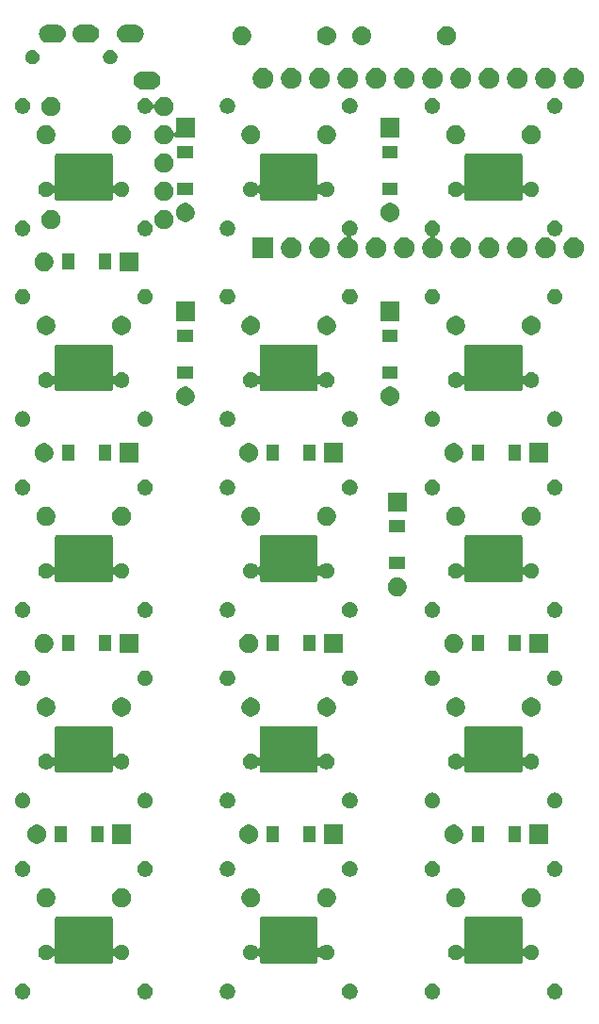
<source format=gbs>
G04 #@! TF.GenerationSoftware,KiCad,Pcbnew,5.1.0*
G04 #@! TF.CreationDate,2019-04-04T12:50:07+09:00*
G04 #@! TF.ProjectId,pg1425-namecard-ver1,70673134-3235-42d6-9e61-6d6563617264,rev?*
G04 #@! TF.SameCoordinates,Original*
G04 #@! TF.FileFunction,Soldermask,Bot*
G04 #@! TF.FilePolarity,Negative*
%FSLAX46Y46*%
G04 Gerber Fmt 4.6, Leading zero omitted, Abs format (unit mm)*
G04 Created by KiCad (PCBNEW 5.1.0) date 2019-04-04 12:50:07*
%MOMM*%
%LPD*%
G04 APERTURE LIST*
%ADD10C,0.100000*%
G04 APERTURE END LIST*
D10*
G36*
X52264473Y-99165938D02*
G01*
X52392049Y-99218782D01*
X52506859Y-99295495D01*
X52604505Y-99393141D01*
X52681218Y-99507951D01*
X52734062Y-99635527D01*
X52761000Y-99770956D01*
X52761000Y-99909044D01*
X52734062Y-100044473D01*
X52681218Y-100172049D01*
X52604505Y-100286859D01*
X52506859Y-100384505D01*
X52392049Y-100461218D01*
X52264473Y-100514062D01*
X52129044Y-100541000D01*
X51990956Y-100541000D01*
X51855527Y-100514062D01*
X51727951Y-100461218D01*
X51613141Y-100384505D01*
X51515495Y-100286859D01*
X51438782Y-100172049D01*
X51385938Y-100044473D01*
X51359000Y-99909044D01*
X51359000Y-99770956D01*
X51385938Y-99635527D01*
X51438782Y-99507951D01*
X51515495Y-99393141D01*
X51613141Y-99295495D01*
X51727951Y-99218782D01*
X51855527Y-99165938D01*
X51990956Y-99139000D01*
X52129044Y-99139000D01*
X52264473Y-99165938D01*
X52264473Y-99165938D01*
G37*
G36*
X15434473Y-99165938D02*
G01*
X15562049Y-99218782D01*
X15676859Y-99295495D01*
X15774505Y-99393141D01*
X15851218Y-99507951D01*
X15904062Y-99635527D01*
X15931000Y-99770956D01*
X15931000Y-99909044D01*
X15904062Y-100044473D01*
X15851218Y-100172049D01*
X15774505Y-100286859D01*
X15676859Y-100384505D01*
X15562049Y-100461218D01*
X15434473Y-100514062D01*
X15299044Y-100541000D01*
X15160956Y-100541000D01*
X15025527Y-100514062D01*
X14897951Y-100461218D01*
X14783141Y-100384505D01*
X14685495Y-100286859D01*
X14608782Y-100172049D01*
X14555938Y-100044473D01*
X14529000Y-99909044D01*
X14529000Y-99770956D01*
X14555938Y-99635527D01*
X14608782Y-99507951D01*
X14685495Y-99393141D01*
X14783141Y-99295495D01*
X14897951Y-99218782D01*
X15025527Y-99165938D01*
X15160956Y-99139000D01*
X15299044Y-99139000D01*
X15434473Y-99165938D01*
X15434473Y-99165938D01*
G37*
G36*
X33849473Y-99165938D02*
G01*
X33977049Y-99218782D01*
X34091859Y-99295495D01*
X34189505Y-99393141D01*
X34266218Y-99507951D01*
X34319062Y-99635527D01*
X34346000Y-99770956D01*
X34346000Y-99909044D01*
X34319062Y-100044473D01*
X34266218Y-100172049D01*
X34189505Y-100286859D01*
X34091859Y-100384505D01*
X33977049Y-100461218D01*
X33849473Y-100514062D01*
X33714044Y-100541000D01*
X33575956Y-100541000D01*
X33440527Y-100514062D01*
X33312951Y-100461218D01*
X33198141Y-100384505D01*
X33100495Y-100286859D01*
X33023782Y-100172049D01*
X32970938Y-100044473D01*
X32944000Y-99909044D01*
X32944000Y-99770956D01*
X32970938Y-99635527D01*
X33023782Y-99507951D01*
X33100495Y-99393141D01*
X33198141Y-99295495D01*
X33312951Y-99218782D01*
X33440527Y-99165938D01*
X33575956Y-99139000D01*
X33714044Y-99139000D01*
X33849473Y-99165938D01*
X33849473Y-99165938D01*
G37*
G36*
X63264465Y-99165774D02*
G01*
X63392041Y-99218618D01*
X63506851Y-99295331D01*
X63604497Y-99392977D01*
X63681210Y-99507787D01*
X63734054Y-99635363D01*
X63760992Y-99770792D01*
X63760992Y-99908880D01*
X63734054Y-100044309D01*
X63681210Y-100171885D01*
X63604497Y-100286695D01*
X63506851Y-100384341D01*
X63392041Y-100461054D01*
X63264465Y-100513898D01*
X63129036Y-100540836D01*
X62990948Y-100540836D01*
X62855519Y-100513898D01*
X62727943Y-100461054D01*
X62613133Y-100384341D01*
X62515487Y-100286695D01*
X62438774Y-100171885D01*
X62385930Y-100044309D01*
X62358992Y-99908880D01*
X62358992Y-99770792D01*
X62385930Y-99635363D01*
X62438774Y-99507787D01*
X62515487Y-99392977D01*
X62613133Y-99295331D01*
X62727943Y-99218618D01*
X62855519Y-99165774D01*
X62990948Y-99138836D01*
X63129036Y-99138836D01*
X63264465Y-99165774D01*
X63264465Y-99165774D01*
G37*
G36*
X26434465Y-99165774D02*
G01*
X26562041Y-99218618D01*
X26676851Y-99295331D01*
X26774497Y-99392977D01*
X26851210Y-99507787D01*
X26904054Y-99635363D01*
X26930992Y-99770792D01*
X26930992Y-99908880D01*
X26904054Y-100044309D01*
X26851210Y-100171885D01*
X26774497Y-100286695D01*
X26676851Y-100384341D01*
X26562041Y-100461054D01*
X26434465Y-100513898D01*
X26299036Y-100540836D01*
X26160948Y-100540836D01*
X26025519Y-100513898D01*
X25897943Y-100461054D01*
X25783133Y-100384341D01*
X25685487Y-100286695D01*
X25608774Y-100171885D01*
X25555930Y-100044309D01*
X25528992Y-99908880D01*
X25528992Y-99770792D01*
X25555930Y-99635363D01*
X25608774Y-99507787D01*
X25685487Y-99392977D01*
X25783133Y-99295331D01*
X25897943Y-99218618D01*
X26025519Y-99165774D01*
X26160948Y-99138836D01*
X26299036Y-99138836D01*
X26434465Y-99165774D01*
X26434465Y-99165774D01*
G37*
G36*
X44849465Y-99165774D02*
G01*
X44977041Y-99218618D01*
X45091851Y-99295331D01*
X45189497Y-99392977D01*
X45266210Y-99507787D01*
X45319054Y-99635363D01*
X45345992Y-99770792D01*
X45345992Y-99908880D01*
X45319054Y-100044309D01*
X45266210Y-100171885D01*
X45189497Y-100286695D01*
X45091851Y-100384341D01*
X44977041Y-100461054D01*
X44849465Y-100513898D01*
X44714036Y-100540836D01*
X44575948Y-100540836D01*
X44440519Y-100513898D01*
X44312943Y-100461054D01*
X44198133Y-100384341D01*
X44100487Y-100286695D01*
X44023774Y-100171885D01*
X43970930Y-100044309D01*
X43943992Y-99908880D01*
X43943992Y-99770792D01*
X43970930Y-99635363D01*
X44023774Y-99507787D01*
X44100487Y-99392977D01*
X44198133Y-99295331D01*
X44312943Y-99218618D01*
X44440519Y-99165774D01*
X44575948Y-99138836D01*
X44714036Y-99138836D01*
X44849465Y-99165774D01*
X44849465Y-99165774D01*
G37*
G36*
X22325519Y-93138398D02*
G01*
X22337771Y-93139000D01*
X23113988Y-93139000D01*
X23126240Y-93138398D01*
X23130000Y-93138028D01*
X23133760Y-93138398D01*
X23169401Y-93141908D01*
X23188347Y-93147656D01*
X23207291Y-93153402D01*
X23242210Y-93172066D01*
X23272816Y-93197184D01*
X23297934Y-93227790D01*
X23315466Y-93260590D01*
X23316597Y-93262707D01*
X23328092Y-93300599D01*
X23331972Y-93339999D01*
X23331602Y-93343760D01*
X23331000Y-93356012D01*
X23331000Y-95130651D01*
X23331602Y-95142903D01*
X23341165Y-95240000D01*
X23331602Y-95337097D01*
X23331000Y-95349349D01*
X23331000Y-95861954D01*
X23333402Y-95886340D01*
X23340515Y-95909789D01*
X23352066Y-95931400D01*
X23367611Y-95950342D01*
X23386553Y-95965887D01*
X23408164Y-95977438D01*
X23431613Y-95984551D01*
X23455999Y-95986953D01*
X23480385Y-95984551D01*
X23503834Y-95977438D01*
X23525445Y-95965887D01*
X23544387Y-95950342D01*
X23559932Y-95931399D01*
X23585495Y-95893141D01*
X23683141Y-95795495D01*
X23797951Y-95718782D01*
X23925527Y-95665938D01*
X24060956Y-95639000D01*
X24199044Y-95639000D01*
X24334473Y-95665938D01*
X24462049Y-95718782D01*
X24576859Y-95795495D01*
X24674505Y-95893141D01*
X24751218Y-96007951D01*
X24804062Y-96135527D01*
X24831000Y-96270956D01*
X24831000Y-96409044D01*
X24804062Y-96544473D01*
X24751218Y-96672049D01*
X24674505Y-96786859D01*
X24576859Y-96884505D01*
X24462049Y-96961218D01*
X24334473Y-97014062D01*
X24199044Y-97041000D01*
X24060956Y-97041000D01*
X23925527Y-97014062D01*
X23797951Y-96961218D01*
X23683141Y-96884505D01*
X23585495Y-96786859D01*
X23559932Y-96748601D01*
X23544387Y-96729659D01*
X23525445Y-96714113D01*
X23503835Y-96702562D01*
X23480386Y-96695449D01*
X23456000Y-96693047D01*
X23431613Y-96695449D01*
X23408164Y-96702562D01*
X23386554Y-96714113D01*
X23367612Y-96729658D01*
X23352066Y-96748600D01*
X23340515Y-96770210D01*
X23333402Y-96793659D01*
X23331000Y-96818046D01*
X23331000Y-97123988D01*
X23331602Y-97136240D01*
X23331972Y-97140000D01*
X23328092Y-97179401D01*
X23322345Y-97198347D01*
X23316598Y-97217291D01*
X23297934Y-97252210D01*
X23272816Y-97282816D01*
X23242210Y-97307934D01*
X23207291Y-97326598D01*
X23188347Y-97332345D01*
X23169401Y-97338092D01*
X23133761Y-97341602D01*
X23130001Y-97341972D01*
X23130000Y-97341972D01*
X23129176Y-97341891D01*
X23126240Y-97341602D01*
X23113988Y-97341000D01*
X22337771Y-97341000D01*
X22325519Y-97341602D01*
X22280000Y-97346085D01*
X22234481Y-97341602D01*
X22222229Y-97341000D01*
X19237771Y-97341000D01*
X19225519Y-97341602D01*
X19180000Y-97346085D01*
X19134481Y-97341602D01*
X19122229Y-97341000D01*
X18346012Y-97341000D01*
X18333760Y-97341602D01*
X18330000Y-97341972D01*
X18326240Y-97341602D01*
X18290599Y-97338092D01*
X18271653Y-97332345D01*
X18252709Y-97326598D01*
X18217790Y-97307934D01*
X18187184Y-97282816D01*
X18162066Y-97252210D01*
X18143402Y-97217291D01*
X18137655Y-97198347D01*
X18131908Y-97179401D01*
X18128028Y-97140000D01*
X18128399Y-97136230D01*
X18129001Y-97123978D01*
X18129001Y-96817869D01*
X18126599Y-96793483D01*
X18119486Y-96770034D01*
X18107935Y-96748423D01*
X18092390Y-96729481D01*
X18073448Y-96713936D01*
X18051837Y-96702385D01*
X18028388Y-96695272D01*
X18004002Y-96692870D01*
X17979616Y-96695272D01*
X17956167Y-96702385D01*
X17934556Y-96713936D01*
X17915614Y-96729481D01*
X17900069Y-96748423D01*
X17874495Y-96786697D01*
X17776851Y-96884341D01*
X17662041Y-96961054D01*
X17534465Y-97013898D01*
X17399036Y-97040836D01*
X17260948Y-97040836D01*
X17125519Y-97013898D01*
X16997943Y-96961054D01*
X16883133Y-96884341D01*
X16785487Y-96786695D01*
X16708774Y-96671885D01*
X16655930Y-96544309D01*
X16628992Y-96408880D01*
X16628992Y-96270792D01*
X16655930Y-96135363D01*
X16708774Y-96007787D01*
X16785487Y-95892977D01*
X16883133Y-95795331D01*
X16997943Y-95718618D01*
X17125519Y-95665774D01*
X17260948Y-95638836D01*
X17399036Y-95638836D01*
X17534465Y-95665774D01*
X17662041Y-95718618D01*
X17776851Y-95795331D01*
X17874495Y-95892975D01*
X17900069Y-95931249D01*
X17915614Y-95950191D01*
X17934556Y-95965736D01*
X17956167Y-95977287D01*
X17979616Y-95984400D01*
X18004002Y-95986802D01*
X18028388Y-95984400D01*
X18051837Y-95977287D01*
X18073448Y-95965736D01*
X18092390Y-95950191D01*
X18107935Y-95931249D01*
X18119486Y-95909638D01*
X18126599Y-95886189D01*
X18129001Y-95861803D01*
X18129001Y-95349355D01*
X18128399Y-95337102D01*
X18128399Y-95337097D01*
X18118835Y-95240000D01*
X18128398Y-95142903D01*
X18128398Y-95142898D01*
X18129000Y-95130646D01*
X18129000Y-93356012D01*
X18128398Y-93343760D01*
X18128028Y-93339999D01*
X18131908Y-93300599D01*
X18143403Y-93262707D01*
X18144534Y-93260590D01*
X18162066Y-93227790D01*
X18187184Y-93197184D01*
X18217790Y-93172066D01*
X18252709Y-93153402D01*
X18271653Y-93147656D01*
X18290599Y-93141908D01*
X18326239Y-93138398D01*
X18330000Y-93138028D01*
X18333760Y-93138398D01*
X18346012Y-93139000D01*
X19122229Y-93139000D01*
X19134481Y-93138398D01*
X19180000Y-93133915D01*
X19225519Y-93138398D01*
X19237771Y-93139000D01*
X22222229Y-93139000D01*
X22234481Y-93138398D01*
X22280000Y-93133915D01*
X22325519Y-93138398D01*
X22325519Y-93138398D01*
G37*
G36*
X40740519Y-93138398D02*
G01*
X40752771Y-93139000D01*
X41528988Y-93139000D01*
X41541240Y-93138398D01*
X41545000Y-93138028D01*
X41548760Y-93138398D01*
X41584401Y-93141908D01*
X41603347Y-93147656D01*
X41622291Y-93153402D01*
X41657210Y-93172066D01*
X41687816Y-93197184D01*
X41712934Y-93227790D01*
X41730466Y-93260590D01*
X41731597Y-93262707D01*
X41743092Y-93300599D01*
X41746972Y-93339999D01*
X41746602Y-93343760D01*
X41746000Y-93356012D01*
X41746000Y-95130651D01*
X41746602Y-95142903D01*
X41756165Y-95240000D01*
X41746602Y-95337097D01*
X41746000Y-95349349D01*
X41746000Y-95861954D01*
X41748402Y-95886340D01*
X41755515Y-95909789D01*
X41767066Y-95931400D01*
X41782611Y-95950342D01*
X41801553Y-95965887D01*
X41823164Y-95977438D01*
X41846613Y-95984551D01*
X41870999Y-95986953D01*
X41895385Y-95984551D01*
X41918834Y-95977438D01*
X41940445Y-95965887D01*
X41959387Y-95950342D01*
X41974932Y-95931399D01*
X42000495Y-95893141D01*
X42098141Y-95795495D01*
X42212951Y-95718782D01*
X42340527Y-95665938D01*
X42475956Y-95639000D01*
X42614044Y-95639000D01*
X42749473Y-95665938D01*
X42877049Y-95718782D01*
X42991859Y-95795495D01*
X43089505Y-95893141D01*
X43166218Y-96007951D01*
X43219062Y-96135527D01*
X43246000Y-96270956D01*
X43246000Y-96409044D01*
X43219062Y-96544473D01*
X43166218Y-96672049D01*
X43089505Y-96786859D01*
X42991859Y-96884505D01*
X42877049Y-96961218D01*
X42749473Y-97014062D01*
X42614044Y-97041000D01*
X42475956Y-97041000D01*
X42340527Y-97014062D01*
X42212951Y-96961218D01*
X42098141Y-96884505D01*
X42000495Y-96786859D01*
X41974932Y-96748601D01*
X41959387Y-96729659D01*
X41940445Y-96714113D01*
X41918835Y-96702562D01*
X41895386Y-96695449D01*
X41871000Y-96693047D01*
X41846613Y-96695449D01*
X41823164Y-96702562D01*
X41801554Y-96714113D01*
X41782612Y-96729658D01*
X41767066Y-96748600D01*
X41755515Y-96770210D01*
X41748402Y-96793659D01*
X41746000Y-96818046D01*
X41746000Y-97123988D01*
X41746602Y-97136240D01*
X41746972Y-97140000D01*
X41743092Y-97179401D01*
X41737345Y-97198347D01*
X41731598Y-97217291D01*
X41712934Y-97252210D01*
X41687816Y-97282816D01*
X41657210Y-97307934D01*
X41622291Y-97326598D01*
X41603347Y-97332345D01*
X41584401Y-97338092D01*
X41548761Y-97341602D01*
X41545001Y-97341972D01*
X41545000Y-97341972D01*
X41544176Y-97341891D01*
X41541240Y-97341602D01*
X41528988Y-97341000D01*
X40752771Y-97341000D01*
X40740519Y-97341602D01*
X40695000Y-97346085D01*
X40649481Y-97341602D01*
X40637229Y-97341000D01*
X37652771Y-97341000D01*
X37640519Y-97341602D01*
X37595000Y-97346085D01*
X37549481Y-97341602D01*
X37537229Y-97341000D01*
X36761012Y-97341000D01*
X36748760Y-97341602D01*
X36745000Y-97341972D01*
X36741240Y-97341602D01*
X36705599Y-97338092D01*
X36686653Y-97332345D01*
X36667709Y-97326598D01*
X36632790Y-97307934D01*
X36602184Y-97282816D01*
X36577066Y-97252210D01*
X36558402Y-97217291D01*
X36552655Y-97198347D01*
X36546908Y-97179401D01*
X36543028Y-97140000D01*
X36543399Y-97136230D01*
X36544001Y-97123978D01*
X36544001Y-96817869D01*
X36541599Y-96793483D01*
X36534486Y-96770034D01*
X36522935Y-96748423D01*
X36507390Y-96729481D01*
X36488448Y-96713936D01*
X36466837Y-96702385D01*
X36443388Y-96695272D01*
X36419002Y-96692870D01*
X36394616Y-96695272D01*
X36371167Y-96702385D01*
X36349556Y-96713936D01*
X36330614Y-96729481D01*
X36315069Y-96748423D01*
X36289495Y-96786697D01*
X36191851Y-96884341D01*
X36077041Y-96961054D01*
X35949465Y-97013898D01*
X35814036Y-97040836D01*
X35675948Y-97040836D01*
X35540519Y-97013898D01*
X35412943Y-96961054D01*
X35298133Y-96884341D01*
X35200487Y-96786695D01*
X35123774Y-96671885D01*
X35070930Y-96544309D01*
X35043992Y-96408880D01*
X35043992Y-96270792D01*
X35070930Y-96135363D01*
X35123774Y-96007787D01*
X35200487Y-95892977D01*
X35298133Y-95795331D01*
X35412943Y-95718618D01*
X35540519Y-95665774D01*
X35675948Y-95638836D01*
X35814036Y-95638836D01*
X35949465Y-95665774D01*
X36077041Y-95718618D01*
X36191851Y-95795331D01*
X36289495Y-95892975D01*
X36315069Y-95931249D01*
X36330614Y-95950191D01*
X36349556Y-95965736D01*
X36371167Y-95977287D01*
X36394616Y-95984400D01*
X36419002Y-95986802D01*
X36443388Y-95984400D01*
X36466837Y-95977287D01*
X36488448Y-95965736D01*
X36507390Y-95950191D01*
X36522935Y-95931249D01*
X36534486Y-95909638D01*
X36541599Y-95886189D01*
X36544001Y-95861803D01*
X36544001Y-95349355D01*
X36543399Y-95337102D01*
X36543399Y-95337097D01*
X36533835Y-95240000D01*
X36543398Y-95142903D01*
X36543398Y-95142898D01*
X36544000Y-95130646D01*
X36544000Y-93356012D01*
X36543398Y-93343760D01*
X36543028Y-93339999D01*
X36546908Y-93300599D01*
X36558403Y-93262707D01*
X36559534Y-93260590D01*
X36577066Y-93227790D01*
X36602184Y-93197184D01*
X36632790Y-93172066D01*
X36667709Y-93153402D01*
X36686653Y-93147656D01*
X36705599Y-93141908D01*
X36741239Y-93138398D01*
X36745000Y-93138028D01*
X36748760Y-93138398D01*
X36761012Y-93139000D01*
X37537229Y-93139000D01*
X37549481Y-93138398D01*
X37595000Y-93133915D01*
X37640519Y-93138398D01*
X37652771Y-93139000D01*
X40637229Y-93139000D01*
X40649481Y-93138398D01*
X40695000Y-93133915D01*
X40740519Y-93138398D01*
X40740519Y-93138398D01*
G37*
G36*
X59155519Y-93138398D02*
G01*
X59167771Y-93139000D01*
X59943988Y-93139000D01*
X59956240Y-93138398D01*
X59960000Y-93138028D01*
X59963760Y-93138398D01*
X59999401Y-93141908D01*
X60018347Y-93147656D01*
X60037291Y-93153402D01*
X60072210Y-93172066D01*
X60102816Y-93197184D01*
X60127934Y-93227790D01*
X60145466Y-93260590D01*
X60146597Y-93262707D01*
X60158092Y-93300599D01*
X60161972Y-93339999D01*
X60161602Y-93343760D01*
X60161000Y-93356012D01*
X60161000Y-95130651D01*
X60161602Y-95142903D01*
X60171165Y-95240000D01*
X60161602Y-95337097D01*
X60161000Y-95349349D01*
X60161000Y-95861954D01*
X60163402Y-95886340D01*
X60170515Y-95909789D01*
X60182066Y-95931400D01*
X60197611Y-95950342D01*
X60216553Y-95965887D01*
X60238164Y-95977438D01*
X60261613Y-95984551D01*
X60285999Y-95986953D01*
X60310385Y-95984551D01*
X60333834Y-95977438D01*
X60355445Y-95965887D01*
X60374387Y-95950342D01*
X60389932Y-95931399D01*
X60415495Y-95893141D01*
X60513141Y-95795495D01*
X60627951Y-95718782D01*
X60755527Y-95665938D01*
X60890956Y-95639000D01*
X61029044Y-95639000D01*
X61164473Y-95665938D01*
X61292049Y-95718782D01*
X61406859Y-95795495D01*
X61504505Y-95893141D01*
X61581218Y-96007951D01*
X61634062Y-96135527D01*
X61661000Y-96270956D01*
X61661000Y-96409044D01*
X61634062Y-96544473D01*
X61581218Y-96672049D01*
X61504505Y-96786859D01*
X61406859Y-96884505D01*
X61292049Y-96961218D01*
X61164473Y-97014062D01*
X61029044Y-97041000D01*
X60890956Y-97041000D01*
X60755527Y-97014062D01*
X60627951Y-96961218D01*
X60513141Y-96884505D01*
X60415495Y-96786859D01*
X60389932Y-96748601D01*
X60374387Y-96729659D01*
X60355445Y-96714113D01*
X60333835Y-96702562D01*
X60310386Y-96695449D01*
X60286000Y-96693047D01*
X60261613Y-96695449D01*
X60238164Y-96702562D01*
X60216554Y-96714113D01*
X60197612Y-96729658D01*
X60182066Y-96748600D01*
X60170515Y-96770210D01*
X60163402Y-96793659D01*
X60161000Y-96818046D01*
X60161000Y-97123988D01*
X60161602Y-97136240D01*
X60161972Y-97140000D01*
X60158092Y-97179401D01*
X60152345Y-97198347D01*
X60146598Y-97217291D01*
X60127934Y-97252210D01*
X60102816Y-97282816D01*
X60072210Y-97307934D01*
X60037291Y-97326598D01*
X60018347Y-97332345D01*
X59999401Y-97338092D01*
X59963761Y-97341602D01*
X59960001Y-97341972D01*
X59960000Y-97341972D01*
X59959176Y-97341891D01*
X59956240Y-97341602D01*
X59943988Y-97341000D01*
X59167771Y-97341000D01*
X59155519Y-97341602D01*
X59110000Y-97346085D01*
X59064481Y-97341602D01*
X59052229Y-97341000D01*
X56067771Y-97341000D01*
X56055519Y-97341602D01*
X56010000Y-97346085D01*
X55964481Y-97341602D01*
X55952229Y-97341000D01*
X55176012Y-97341000D01*
X55163760Y-97341602D01*
X55160000Y-97341972D01*
X55156240Y-97341602D01*
X55120599Y-97338092D01*
X55101653Y-97332345D01*
X55082709Y-97326598D01*
X55047790Y-97307934D01*
X55017184Y-97282816D01*
X54992066Y-97252210D01*
X54973402Y-97217291D01*
X54967655Y-97198347D01*
X54961908Y-97179401D01*
X54958028Y-97140000D01*
X54958399Y-97136230D01*
X54959001Y-97123978D01*
X54959001Y-96817869D01*
X54956599Y-96793483D01*
X54949486Y-96770034D01*
X54937935Y-96748423D01*
X54922390Y-96729481D01*
X54903448Y-96713936D01*
X54881837Y-96702385D01*
X54858388Y-96695272D01*
X54834002Y-96692870D01*
X54809616Y-96695272D01*
X54786167Y-96702385D01*
X54764556Y-96713936D01*
X54745614Y-96729481D01*
X54730069Y-96748423D01*
X54704495Y-96786697D01*
X54606851Y-96884341D01*
X54492041Y-96961054D01*
X54364465Y-97013898D01*
X54229036Y-97040836D01*
X54090948Y-97040836D01*
X53955519Y-97013898D01*
X53827943Y-96961054D01*
X53713133Y-96884341D01*
X53615487Y-96786695D01*
X53538774Y-96671885D01*
X53485930Y-96544309D01*
X53458992Y-96408880D01*
X53458992Y-96270792D01*
X53485930Y-96135363D01*
X53538774Y-96007787D01*
X53615487Y-95892977D01*
X53713133Y-95795331D01*
X53827943Y-95718618D01*
X53955519Y-95665774D01*
X54090948Y-95638836D01*
X54229036Y-95638836D01*
X54364465Y-95665774D01*
X54492041Y-95718618D01*
X54606851Y-95795331D01*
X54704495Y-95892975D01*
X54730069Y-95931249D01*
X54745614Y-95950191D01*
X54764556Y-95965736D01*
X54786167Y-95977287D01*
X54809616Y-95984400D01*
X54834002Y-95986802D01*
X54858388Y-95984400D01*
X54881837Y-95977287D01*
X54903448Y-95965736D01*
X54922390Y-95950191D01*
X54937935Y-95931249D01*
X54949486Y-95909638D01*
X54956599Y-95886189D01*
X54959001Y-95861803D01*
X54959001Y-95349355D01*
X54958399Y-95337102D01*
X54958399Y-95337097D01*
X54948835Y-95240000D01*
X54958398Y-95142903D01*
X54958398Y-95142898D01*
X54959000Y-95130646D01*
X54959000Y-93356012D01*
X54958398Y-93343760D01*
X54958028Y-93339999D01*
X54961908Y-93300599D01*
X54973403Y-93262707D01*
X54974534Y-93260590D01*
X54992066Y-93227790D01*
X55017184Y-93197184D01*
X55047790Y-93172066D01*
X55082709Y-93153402D01*
X55101653Y-93147656D01*
X55120599Y-93141908D01*
X55156239Y-93138398D01*
X55160000Y-93138028D01*
X55163760Y-93138398D01*
X55176012Y-93139000D01*
X55952229Y-93139000D01*
X55964481Y-93138398D01*
X56010000Y-93133915D01*
X56055519Y-93138398D01*
X56067771Y-93139000D01*
X59052229Y-93139000D01*
X59064481Y-93138398D01*
X59110000Y-93133915D01*
X59155519Y-93138398D01*
X59155519Y-93138398D01*
G37*
G36*
X61208228Y-90621703D02*
G01*
X61363100Y-90685853D01*
X61502481Y-90778985D01*
X61621015Y-90897519D01*
X61714147Y-91036900D01*
X61778297Y-91191772D01*
X61811000Y-91356184D01*
X61811000Y-91523816D01*
X61778297Y-91688228D01*
X61714147Y-91843100D01*
X61621015Y-91982481D01*
X61502481Y-92101015D01*
X61363100Y-92194147D01*
X61208228Y-92258297D01*
X61043816Y-92291000D01*
X60876184Y-92291000D01*
X60711772Y-92258297D01*
X60556900Y-92194147D01*
X60417519Y-92101015D01*
X60298985Y-91982481D01*
X60205853Y-91843100D01*
X60141703Y-91688228D01*
X60109000Y-91523816D01*
X60109000Y-91356184D01*
X60141703Y-91191772D01*
X60205853Y-91036900D01*
X60298985Y-90897519D01*
X60417519Y-90778985D01*
X60556900Y-90685853D01*
X60711772Y-90621703D01*
X60876184Y-90589000D01*
X61043816Y-90589000D01*
X61208228Y-90621703D01*
X61208228Y-90621703D01*
G37*
G36*
X42793228Y-90621703D02*
G01*
X42948100Y-90685853D01*
X43087481Y-90778985D01*
X43206015Y-90897519D01*
X43299147Y-91036900D01*
X43363297Y-91191772D01*
X43396000Y-91356184D01*
X43396000Y-91523816D01*
X43363297Y-91688228D01*
X43299147Y-91843100D01*
X43206015Y-91982481D01*
X43087481Y-92101015D01*
X42948100Y-92194147D01*
X42793228Y-92258297D01*
X42628816Y-92291000D01*
X42461184Y-92291000D01*
X42296772Y-92258297D01*
X42141900Y-92194147D01*
X42002519Y-92101015D01*
X41883985Y-91982481D01*
X41790853Y-91843100D01*
X41726703Y-91688228D01*
X41694000Y-91523816D01*
X41694000Y-91356184D01*
X41726703Y-91191772D01*
X41790853Y-91036900D01*
X41883985Y-90897519D01*
X42002519Y-90778985D01*
X42141900Y-90685853D01*
X42296772Y-90621703D01*
X42461184Y-90589000D01*
X42628816Y-90589000D01*
X42793228Y-90621703D01*
X42793228Y-90621703D01*
G37*
G36*
X24378228Y-90621703D02*
G01*
X24533100Y-90685853D01*
X24672481Y-90778985D01*
X24791015Y-90897519D01*
X24884147Y-91036900D01*
X24948297Y-91191772D01*
X24981000Y-91356184D01*
X24981000Y-91523816D01*
X24948297Y-91688228D01*
X24884147Y-91843100D01*
X24791015Y-91982481D01*
X24672481Y-92101015D01*
X24533100Y-92194147D01*
X24378228Y-92258297D01*
X24213816Y-92291000D01*
X24046184Y-92291000D01*
X23881772Y-92258297D01*
X23726900Y-92194147D01*
X23587519Y-92101015D01*
X23468985Y-91982481D01*
X23375853Y-91843100D01*
X23311703Y-91688228D01*
X23279000Y-91523816D01*
X23279000Y-91356184D01*
X23311703Y-91191772D01*
X23375853Y-91036900D01*
X23468985Y-90897519D01*
X23587519Y-90778985D01*
X23726900Y-90685853D01*
X23881772Y-90621703D01*
X24046184Y-90589000D01*
X24213816Y-90589000D01*
X24378228Y-90621703D01*
X24378228Y-90621703D01*
G37*
G36*
X54408220Y-90621539D02*
G01*
X54563092Y-90685689D01*
X54702473Y-90778821D01*
X54821007Y-90897355D01*
X54914139Y-91036736D01*
X54978289Y-91191608D01*
X55010992Y-91356020D01*
X55010992Y-91523652D01*
X54978289Y-91688064D01*
X54914139Y-91842936D01*
X54821007Y-91982317D01*
X54702473Y-92100851D01*
X54563092Y-92193983D01*
X54408220Y-92258133D01*
X54243808Y-92290836D01*
X54076176Y-92290836D01*
X53911764Y-92258133D01*
X53756892Y-92193983D01*
X53617511Y-92100851D01*
X53498977Y-91982317D01*
X53405845Y-91842936D01*
X53341695Y-91688064D01*
X53308992Y-91523652D01*
X53308992Y-91356020D01*
X53341695Y-91191608D01*
X53405845Y-91036736D01*
X53498977Y-90897355D01*
X53617511Y-90778821D01*
X53756892Y-90685689D01*
X53911764Y-90621539D01*
X54076176Y-90588836D01*
X54243808Y-90588836D01*
X54408220Y-90621539D01*
X54408220Y-90621539D01*
G37*
G36*
X17578220Y-90621539D02*
G01*
X17733092Y-90685689D01*
X17872473Y-90778821D01*
X17991007Y-90897355D01*
X18084139Y-91036736D01*
X18148289Y-91191608D01*
X18180992Y-91356020D01*
X18180992Y-91523652D01*
X18148289Y-91688064D01*
X18084139Y-91842936D01*
X17991007Y-91982317D01*
X17872473Y-92100851D01*
X17733092Y-92193983D01*
X17578220Y-92258133D01*
X17413808Y-92290836D01*
X17246176Y-92290836D01*
X17081764Y-92258133D01*
X16926892Y-92193983D01*
X16787511Y-92100851D01*
X16668977Y-91982317D01*
X16575845Y-91842936D01*
X16511695Y-91688064D01*
X16478992Y-91523652D01*
X16478992Y-91356020D01*
X16511695Y-91191608D01*
X16575845Y-91036736D01*
X16668977Y-90897355D01*
X16787511Y-90778821D01*
X16926892Y-90685689D01*
X17081764Y-90621539D01*
X17246176Y-90588836D01*
X17413808Y-90588836D01*
X17578220Y-90621539D01*
X17578220Y-90621539D01*
G37*
G36*
X35993220Y-90621539D02*
G01*
X36148092Y-90685689D01*
X36287473Y-90778821D01*
X36406007Y-90897355D01*
X36499139Y-91036736D01*
X36563289Y-91191608D01*
X36595992Y-91356020D01*
X36595992Y-91523652D01*
X36563289Y-91688064D01*
X36499139Y-91842936D01*
X36406007Y-91982317D01*
X36287473Y-92100851D01*
X36148092Y-92193983D01*
X35993220Y-92258133D01*
X35828808Y-92290836D01*
X35661176Y-92290836D01*
X35496764Y-92258133D01*
X35341892Y-92193983D01*
X35202511Y-92100851D01*
X35083977Y-91982317D01*
X34990845Y-91842936D01*
X34926695Y-91688064D01*
X34893992Y-91523652D01*
X34893992Y-91356020D01*
X34926695Y-91191608D01*
X34990845Y-91036736D01*
X35083977Y-90897355D01*
X35202511Y-90778821D01*
X35341892Y-90685689D01*
X35496764Y-90621539D01*
X35661176Y-90588836D01*
X35828808Y-90588836D01*
X35993220Y-90621539D01*
X35993220Y-90621539D01*
G37*
G36*
X63264473Y-88165938D02*
G01*
X63392049Y-88218782D01*
X63506859Y-88295495D01*
X63604505Y-88393141D01*
X63681218Y-88507951D01*
X63734062Y-88635527D01*
X63761000Y-88770956D01*
X63761000Y-88909044D01*
X63734062Y-89044473D01*
X63681218Y-89172049D01*
X63604505Y-89286859D01*
X63506859Y-89384505D01*
X63392049Y-89461218D01*
X63264473Y-89514062D01*
X63129044Y-89541000D01*
X62990956Y-89541000D01*
X62855527Y-89514062D01*
X62727951Y-89461218D01*
X62613141Y-89384505D01*
X62515495Y-89286859D01*
X62438782Y-89172049D01*
X62385938Y-89044473D01*
X62359000Y-88909044D01*
X62359000Y-88770956D01*
X62385938Y-88635527D01*
X62438782Y-88507951D01*
X62515495Y-88393141D01*
X62613141Y-88295495D01*
X62727951Y-88218782D01*
X62855527Y-88165938D01*
X62990956Y-88139000D01*
X63129044Y-88139000D01*
X63264473Y-88165938D01*
X63264473Y-88165938D01*
G37*
G36*
X26434473Y-88165938D02*
G01*
X26562049Y-88218782D01*
X26676859Y-88295495D01*
X26774505Y-88393141D01*
X26851218Y-88507951D01*
X26904062Y-88635527D01*
X26931000Y-88770956D01*
X26931000Y-88909044D01*
X26904062Y-89044473D01*
X26851218Y-89172049D01*
X26774505Y-89286859D01*
X26676859Y-89384505D01*
X26562049Y-89461218D01*
X26434473Y-89514062D01*
X26299044Y-89541000D01*
X26160956Y-89541000D01*
X26025527Y-89514062D01*
X25897951Y-89461218D01*
X25783141Y-89384505D01*
X25685495Y-89286859D01*
X25608782Y-89172049D01*
X25555938Y-89044473D01*
X25529000Y-88909044D01*
X25529000Y-88770956D01*
X25555938Y-88635527D01*
X25608782Y-88507951D01*
X25685495Y-88393141D01*
X25783141Y-88295495D01*
X25897951Y-88218782D01*
X26025527Y-88165938D01*
X26160956Y-88139000D01*
X26299044Y-88139000D01*
X26434473Y-88165938D01*
X26434473Y-88165938D01*
G37*
G36*
X44849473Y-88165938D02*
G01*
X44977049Y-88218782D01*
X45091859Y-88295495D01*
X45189505Y-88393141D01*
X45266218Y-88507951D01*
X45319062Y-88635527D01*
X45346000Y-88770956D01*
X45346000Y-88909044D01*
X45319062Y-89044473D01*
X45266218Y-89172049D01*
X45189505Y-89286859D01*
X45091859Y-89384505D01*
X44977049Y-89461218D01*
X44849473Y-89514062D01*
X44714044Y-89541000D01*
X44575956Y-89541000D01*
X44440527Y-89514062D01*
X44312951Y-89461218D01*
X44198141Y-89384505D01*
X44100495Y-89286859D01*
X44023782Y-89172049D01*
X43970938Y-89044473D01*
X43944000Y-88909044D01*
X43944000Y-88770956D01*
X43970938Y-88635527D01*
X44023782Y-88507951D01*
X44100495Y-88393141D01*
X44198141Y-88295495D01*
X44312951Y-88218782D01*
X44440527Y-88165938D01*
X44575956Y-88139000D01*
X44714044Y-88139000D01*
X44849473Y-88165938D01*
X44849473Y-88165938D01*
G37*
G36*
X15434465Y-88165774D02*
G01*
X15562041Y-88218618D01*
X15676851Y-88295331D01*
X15774497Y-88392977D01*
X15851210Y-88507787D01*
X15904054Y-88635363D01*
X15930992Y-88770792D01*
X15930992Y-88908880D01*
X15904054Y-89044309D01*
X15851210Y-89171885D01*
X15774497Y-89286695D01*
X15676851Y-89384341D01*
X15562041Y-89461054D01*
X15434465Y-89513898D01*
X15299036Y-89540836D01*
X15160948Y-89540836D01*
X15025519Y-89513898D01*
X14897943Y-89461054D01*
X14783133Y-89384341D01*
X14685487Y-89286695D01*
X14608774Y-89171885D01*
X14555930Y-89044309D01*
X14528992Y-88908880D01*
X14528992Y-88770792D01*
X14555930Y-88635363D01*
X14608774Y-88507787D01*
X14685487Y-88392977D01*
X14783133Y-88295331D01*
X14897943Y-88218618D01*
X15025519Y-88165774D01*
X15160948Y-88138836D01*
X15299036Y-88138836D01*
X15434465Y-88165774D01*
X15434465Y-88165774D01*
G37*
G36*
X33849465Y-88165774D02*
G01*
X33977041Y-88218618D01*
X34091851Y-88295331D01*
X34189497Y-88392977D01*
X34266210Y-88507787D01*
X34319054Y-88635363D01*
X34345992Y-88770792D01*
X34345992Y-88908880D01*
X34319054Y-89044309D01*
X34266210Y-89171885D01*
X34189497Y-89286695D01*
X34091851Y-89384341D01*
X33977041Y-89461054D01*
X33849465Y-89513898D01*
X33714036Y-89540836D01*
X33575948Y-89540836D01*
X33440519Y-89513898D01*
X33312943Y-89461054D01*
X33198133Y-89384341D01*
X33100487Y-89286695D01*
X33023774Y-89171885D01*
X32970930Y-89044309D01*
X32943992Y-88908880D01*
X32943992Y-88770792D01*
X32970930Y-88635363D01*
X33023774Y-88507787D01*
X33100487Y-88392977D01*
X33198133Y-88295331D01*
X33312943Y-88218618D01*
X33440519Y-88165774D01*
X33575948Y-88138836D01*
X33714036Y-88138836D01*
X33849465Y-88165774D01*
X33849465Y-88165774D01*
G37*
G36*
X52264465Y-88165774D02*
G01*
X52392041Y-88218618D01*
X52506851Y-88295331D01*
X52604497Y-88392977D01*
X52681210Y-88507787D01*
X52734054Y-88635363D01*
X52760992Y-88770792D01*
X52760992Y-88908880D01*
X52734054Y-89044309D01*
X52681210Y-89171885D01*
X52604497Y-89286695D01*
X52506851Y-89384341D01*
X52392041Y-89461054D01*
X52264465Y-89513898D01*
X52129036Y-89540836D01*
X51990948Y-89540836D01*
X51855519Y-89513898D01*
X51727943Y-89461054D01*
X51613133Y-89384341D01*
X51515487Y-89286695D01*
X51438774Y-89171885D01*
X51385930Y-89044309D01*
X51358992Y-88908880D01*
X51358992Y-88770792D01*
X51385930Y-88635363D01*
X51438774Y-88507787D01*
X51515487Y-88392977D01*
X51613133Y-88295331D01*
X51727943Y-88218618D01*
X51855519Y-88165774D01*
X51990948Y-88138836D01*
X52129036Y-88138836D01*
X52264465Y-88165774D01*
X52264465Y-88165774D01*
G37*
G36*
X35808228Y-84906703D02*
G01*
X35963100Y-84970853D01*
X36102481Y-85063985D01*
X36221015Y-85182519D01*
X36314147Y-85321900D01*
X36378297Y-85476772D01*
X36411000Y-85641184D01*
X36411000Y-85808816D01*
X36378297Y-85973228D01*
X36314147Y-86128100D01*
X36221015Y-86267481D01*
X36102481Y-86386015D01*
X35963100Y-86479147D01*
X35808228Y-86543297D01*
X35643816Y-86576000D01*
X35476184Y-86576000D01*
X35311772Y-86543297D01*
X35156900Y-86479147D01*
X35017519Y-86386015D01*
X34898985Y-86267481D01*
X34805853Y-86128100D01*
X34741703Y-85973228D01*
X34709000Y-85808816D01*
X34709000Y-85641184D01*
X34741703Y-85476772D01*
X34805853Y-85321900D01*
X34898985Y-85182519D01*
X35017519Y-85063985D01*
X35156900Y-84970853D01*
X35311772Y-84906703D01*
X35476184Y-84874000D01*
X35643816Y-84874000D01*
X35808228Y-84906703D01*
X35808228Y-84906703D01*
G37*
G36*
X62446000Y-86576000D02*
G01*
X60744000Y-86576000D01*
X60744000Y-84874000D01*
X62446000Y-84874000D01*
X62446000Y-86576000D01*
X62446000Y-86576000D01*
G37*
G36*
X16758228Y-84906703D02*
G01*
X16913100Y-84970853D01*
X17052481Y-85063985D01*
X17171015Y-85182519D01*
X17264147Y-85321900D01*
X17328297Y-85476772D01*
X17361000Y-85641184D01*
X17361000Y-85808816D01*
X17328297Y-85973228D01*
X17264147Y-86128100D01*
X17171015Y-86267481D01*
X17052481Y-86386015D01*
X16913100Y-86479147D01*
X16758228Y-86543297D01*
X16593816Y-86576000D01*
X16426184Y-86576000D01*
X16261772Y-86543297D01*
X16106900Y-86479147D01*
X15967519Y-86386015D01*
X15848985Y-86267481D01*
X15755853Y-86128100D01*
X15691703Y-85973228D01*
X15659000Y-85808816D01*
X15659000Y-85641184D01*
X15691703Y-85476772D01*
X15755853Y-85321900D01*
X15848985Y-85182519D01*
X15967519Y-85063985D01*
X16106900Y-84970853D01*
X16261772Y-84906703D01*
X16426184Y-84874000D01*
X16593816Y-84874000D01*
X16758228Y-84906703D01*
X16758228Y-84906703D01*
G37*
G36*
X44031000Y-86576000D02*
G01*
X42329000Y-86576000D01*
X42329000Y-84874000D01*
X44031000Y-84874000D01*
X44031000Y-86576000D01*
X44031000Y-86576000D01*
G37*
G36*
X24981000Y-86576000D02*
G01*
X23279000Y-86576000D01*
X23279000Y-84874000D01*
X24981000Y-84874000D01*
X24981000Y-86576000D01*
X24981000Y-86576000D01*
G37*
G36*
X54223228Y-84906703D02*
G01*
X54378100Y-84970853D01*
X54517481Y-85063985D01*
X54636015Y-85182519D01*
X54729147Y-85321900D01*
X54793297Y-85476772D01*
X54826000Y-85641184D01*
X54826000Y-85808816D01*
X54793297Y-85973228D01*
X54729147Y-86128100D01*
X54636015Y-86267481D01*
X54517481Y-86386015D01*
X54378100Y-86479147D01*
X54223228Y-86543297D01*
X54058816Y-86576000D01*
X53891184Y-86576000D01*
X53726772Y-86543297D01*
X53571900Y-86479147D01*
X53432519Y-86386015D01*
X53313985Y-86267481D01*
X53220853Y-86128100D01*
X53156703Y-85973228D01*
X53124000Y-85808816D01*
X53124000Y-85641184D01*
X53156703Y-85476772D01*
X53220853Y-85321900D01*
X53313985Y-85182519D01*
X53432519Y-85063985D01*
X53571900Y-84970853D01*
X53726772Y-84906703D01*
X53891184Y-84874000D01*
X54058816Y-84874000D01*
X54223228Y-84906703D01*
X54223228Y-84906703D01*
G37*
G36*
X59987000Y-86400600D02*
G01*
X58885000Y-86400600D01*
X58885000Y-84998600D01*
X59987000Y-84998600D01*
X59987000Y-86400600D01*
X59987000Y-86400600D01*
G37*
G36*
X56685000Y-86400600D02*
G01*
X55583000Y-86400600D01*
X55583000Y-84998600D01*
X56685000Y-84998600D01*
X56685000Y-86400600D01*
X56685000Y-86400600D01*
G37*
G36*
X41572000Y-86400600D02*
G01*
X40470000Y-86400600D01*
X40470000Y-84998600D01*
X41572000Y-84998600D01*
X41572000Y-86400600D01*
X41572000Y-86400600D01*
G37*
G36*
X38270000Y-86400600D02*
G01*
X37168000Y-86400600D01*
X37168000Y-84998600D01*
X38270000Y-84998600D01*
X38270000Y-86400600D01*
X38270000Y-86400600D01*
G37*
G36*
X22522000Y-86400600D02*
G01*
X21420000Y-86400600D01*
X21420000Y-84998600D01*
X22522000Y-84998600D01*
X22522000Y-86400600D01*
X22522000Y-86400600D01*
G37*
G36*
X19220000Y-86400600D02*
G01*
X18118000Y-86400600D01*
X18118000Y-84998600D01*
X19220000Y-84998600D01*
X19220000Y-86400600D01*
X19220000Y-86400600D01*
G37*
G36*
X52264473Y-82020938D02*
G01*
X52392049Y-82073782D01*
X52506859Y-82150495D01*
X52604505Y-82248141D01*
X52681218Y-82362951D01*
X52734062Y-82490527D01*
X52761000Y-82625956D01*
X52761000Y-82764044D01*
X52734062Y-82899473D01*
X52681218Y-83027049D01*
X52604505Y-83141859D01*
X52506859Y-83239505D01*
X52392049Y-83316218D01*
X52264473Y-83369062D01*
X52129044Y-83396000D01*
X51990956Y-83396000D01*
X51855527Y-83369062D01*
X51727951Y-83316218D01*
X51613141Y-83239505D01*
X51515495Y-83141859D01*
X51438782Y-83027049D01*
X51385938Y-82899473D01*
X51359000Y-82764044D01*
X51359000Y-82625956D01*
X51385938Y-82490527D01*
X51438782Y-82362951D01*
X51515495Y-82248141D01*
X51613141Y-82150495D01*
X51727951Y-82073782D01*
X51855527Y-82020938D01*
X51990956Y-81994000D01*
X52129044Y-81994000D01*
X52264473Y-82020938D01*
X52264473Y-82020938D01*
G37*
G36*
X33849473Y-82020938D02*
G01*
X33977049Y-82073782D01*
X34091859Y-82150495D01*
X34189505Y-82248141D01*
X34266218Y-82362951D01*
X34319062Y-82490527D01*
X34346000Y-82625956D01*
X34346000Y-82764044D01*
X34319062Y-82899473D01*
X34266218Y-83027049D01*
X34189505Y-83141859D01*
X34091859Y-83239505D01*
X33977049Y-83316218D01*
X33849473Y-83369062D01*
X33714044Y-83396000D01*
X33575956Y-83396000D01*
X33440527Y-83369062D01*
X33312951Y-83316218D01*
X33198141Y-83239505D01*
X33100495Y-83141859D01*
X33023782Y-83027049D01*
X32970938Y-82899473D01*
X32944000Y-82764044D01*
X32944000Y-82625956D01*
X32970938Y-82490527D01*
X33023782Y-82362951D01*
X33100495Y-82248141D01*
X33198141Y-82150495D01*
X33312951Y-82073782D01*
X33440527Y-82020938D01*
X33575956Y-81994000D01*
X33714044Y-81994000D01*
X33849473Y-82020938D01*
X33849473Y-82020938D01*
G37*
G36*
X15434473Y-82020938D02*
G01*
X15562049Y-82073782D01*
X15676859Y-82150495D01*
X15774505Y-82248141D01*
X15851218Y-82362951D01*
X15904062Y-82490527D01*
X15931000Y-82625956D01*
X15931000Y-82764044D01*
X15904062Y-82899473D01*
X15851218Y-83027049D01*
X15774505Y-83141859D01*
X15676859Y-83239505D01*
X15562049Y-83316218D01*
X15434473Y-83369062D01*
X15299044Y-83396000D01*
X15160956Y-83396000D01*
X15025527Y-83369062D01*
X14897951Y-83316218D01*
X14783141Y-83239505D01*
X14685495Y-83141859D01*
X14608782Y-83027049D01*
X14555938Y-82899473D01*
X14529000Y-82764044D01*
X14529000Y-82625956D01*
X14555938Y-82490527D01*
X14608782Y-82362951D01*
X14685495Y-82248141D01*
X14783141Y-82150495D01*
X14897951Y-82073782D01*
X15025527Y-82020938D01*
X15160956Y-81994000D01*
X15299044Y-81994000D01*
X15434473Y-82020938D01*
X15434473Y-82020938D01*
G37*
G36*
X63264465Y-82020774D02*
G01*
X63392041Y-82073618D01*
X63506851Y-82150331D01*
X63604497Y-82247977D01*
X63681210Y-82362787D01*
X63734054Y-82490363D01*
X63760992Y-82625792D01*
X63760992Y-82763880D01*
X63734054Y-82899309D01*
X63681210Y-83026885D01*
X63604497Y-83141695D01*
X63506851Y-83239341D01*
X63392041Y-83316054D01*
X63264465Y-83368898D01*
X63129036Y-83395836D01*
X62990948Y-83395836D01*
X62855519Y-83368898D01*
X62727943Y-83316054D01*
X62613133Y-83239341D01*
X62515487Y-83141695D01*
X62438774Y-83026885D01*
X62385930Y-82899309D01*
X62358992Y-82763880D01*
X62358992Y-82625792D01*
X62385930Y-82490363D01*
X62438774Y-82362787D01*
X62515487Y-82247977D01*
X62613133Y-82150331D01*
X62727943Y-82073618D01*
X62855519Y-82020774D01*
X62990948Y-81993836D01*
X63129036Y-81993836D01*
X63264465Y-82020774D01*
X63264465Y-82020774D01*
G37*
G36*
X44849465Y-82020774D02*
G01*
X44977041Y-82073618D01*
X45091851Y-82150331D01*
X45189497Y-82247977D01*
X45266210Y-82362787D01*
X45319054Y-82490363D01*
X45345992Y-82625792D01*
X45345992Y-82763880D01*
X45319054Y-82899309D01*
X45266210Y-83026885D01*
X45189497Y-83141695D01*
X45091851Y-83239341D01*
X44977041Y-83316054D01*
X44849465Y-83368898D01*
X44714036Y-83395836D01*
X44575948Y-83395836D01*
X44440519Y-83368898D01*
X44312943Y-83316054D01*
X44198133Y-83239341D01*
X44100487Y-83141695D01*
X44023774Y-83026885D01*
X43970930Y-82899309D01*
X43943992Y-82763880D01*
X43943992Y-82625792D01*
X43970930Y-82490363D01*
X44023774Y-82362787D01*
X44100487Y-82247977D01*
X44198133Y-82150331D01*
X44312943Y-82073618D01*
X44440519Y-82020774D01*
X44575948Y-81993836D01*
X44714036Y-81993836D01*
X44849465Y-82020774D01*
X44849465Y-82020774D01*
G37*
G36*
X26434465Y-82020774D02*
G01*
X26562041Y-82073618D01*
X26676851Y-82150331D01*
X26774497Y-82247977D01*
X26851210Y-82362787D01*
X26904054Y-82490363D01*
X26930992Y-82625792D01*
X26930992Y-82763880D01*
X26904054Y-82899309D01*
X26851210Y-83026885D01*
X26774497Y-83141695D01*
X26676851Y-83239341D01*
X26562041Y-83316054D01*
X26434465Y-83368898D01*
X26299036Y-83395836D01*
X26160948Y-83395836D01*
X26025519Y-83368898D01*
X25897943Y-83316054D01*
X25783133Y-83239341D01*
X25685487Y-83141695D01*
X25608774Y-83026885D01*
X25555930Y-82899309D01*
X25528992Y-82763880D01*
X25528992Y-82625792D01*
X25555930Y-82490363D01*
X25608774Y-82362787D01*
X25685487Y-82247977D01*
X25783133Y-82150331D01*
X25897943Y-82073618D01*
X26025519Y-82020774D01*
X26160948Y-81993836D01*
X26299036Y-81993836D01*
X26434465Y-82020774D01*
X26434465Y-82020774D01*
G37*
G36*
X59155519Y-75993398D02*
G01*
X59167771Y-75994000D01*
X59943988Y-75994000D01*
X59956240Y-75993398D01*
X59960000Y-75993028D01*
X59963760Y-75993398D01*
X59999401Y-75996908D01*
X60018347Y-76002655D01*
X60037291Y-76008402D01*
X60072210Y-76027066D01*
X60102816Y-76052184D01*
X60127934Y-76082790D01*
X60145466Y-76115590D01*
X60146597Y-76117707D01*
X60158092Y-76155599D01*
X60161972Y-76194999D01*
X60161602Y-76198760D01*
X60161000Y-76211012D01*
X60161000Y-77985651D01*
X60161602Y-77997903D01*
X60171165Y-78095000D01*
X60161602Y-78192097D01*
X60161000Y-78204349D01*
X60161000Y-78716954D01*
X60163402Y-78741340D01*
X60170515Y-78764789D01*
X60182066Y-78786400D01*
X60197611Y-78805342D01*
X60216553Y-78820887D01*
X60238164Y-78832438D01*
X60261613Y-78839551D01*
X60285999Y-78841953D01*
X60310385Y-78839551D01*
X60333834Y-78832438D01*
X60355445Y-78820887D01*
X60374387Y-78805342D01*
X60389932Y-78786399D01*
X60415495Y-78748141D01*
X60513141Y-78650495D01*
X60627951Y-78573782D01*
X60755527Y-78520938D01*
X60890956Y-78494000D01*
X61029044Y-78494000D01*
X61164473Y-78520938D01*
X61292049Y-78573782D01*
X61406859Y-78650495D01*
X61504505Y-78748141D01*
X61581218Y-78862951D01*
X61634062Y-78990527D01*
X61661000Y-79125956D01*
X61661000Y-79264044D01*
X61634062Y-79399473D01*
X61581218Y-79527049D01*
X61504505Y-79641859D01*
X61406859Y-79739505D01*
X61292049Y-79816218D01*
X61164473Y-79869062D01*
X61029044Y-79896000D01*
X60890956Y-79896000D01*
X60755527Y-79869062D01*
X60627951Y-79816218D01*
X60513141Y-79739505D01*
X60415495Y-79641859D01*
X60389932Y-79603601D01*
X60374387Y-79584659D01*
X60355445Y-79569113D01*
X60333835Y-79557562D01*
X60310386Y-79550449D01*
X60286000Y-79548047D01*
X60261613Y-79550449D01*
X60238164Y-79557562D01*
X60216554Y-79569113D01*
X60197612Y-79584658D01*
X60182066Y-79603600D01*
X60170515Y-79625210D01*
X60163402Y-79648659D01*
X60161000Y-79673046D01*
X60161000Y-79978988D01*
X60161602Y-79991240D01*
X60161972Y-79995000D01*
X60158092Y-80034401D01*
X60152344Y-80053347D01*
X60146598Y-80072291D01*
X60127934Y-80107210D01*
X60102816Y-80137816D01*
X60072210Y-80162934D01*
X60037291Y-80181598D01*
X60018347Y-80187344D01*
X59999401Y-80193092D01*
X59963761Y-80196602D01*
X59960001Y-80196972D01*
X59960000Y-80196972D01*
X59959176Y-80196891D01*
X59956240Y-80196602D01*
X59943988Y-80196000D01*
X59167771Y-80196000D01*
X59155519Y-80196602D01*
X59110000Y-80201085D01*
X59064481Y-80196602D01*
X59052229Y-80196000D01*
X56067771Y-80196000D01*
X56055519Y-80196602D01*
X56010000Y-80201085D01*
X55964481Y-80196602D01*
X55952229Y-80196000D01*
X55176012Y-80196000D01*
X55163760Y-80196602D01*
X55160000Y-80196972D01*
X55156240Y-80196602D01*
X55120599Y-80193092D01*
X55101653Y-80187344D01*
X55082709Y-80181598D01*
X55047790Y-80162934D01*
X55017184Y-80137816D01*
X54992066Y-80107210D01*
X54973402Y-80072291D01*
X54967655Y-80053347D01*
X54961908Y-80034401D01*
X54958028Y-79995000D01*
X54958399Y-79991230D01*
X54959001Y-79978978D01*
X54959001Y-79672869D01*
X54956599Y-79648483D01*
X54949486Y-79625034D01*
X54937935Y-79603423D01*
X54922390Y-79584481D01*
X54903448Y-79568936D01*
X54881837Y-79557385D01*
X54858388Y-79550272D01*
X54834002Y-79547870D01*
X54809616Y-79550272D01*
X54786167Y-79557385D01*
X54764556Y-79568936D01*
X54745614Y-79584481D01*
X54730069Y-79603423D01*
X54704495Y-79641697D01*
X54606851Y-79739341D01*
X54492041Y-79816054D01*
X54364465Y-79868898D01*
X54229036Y-79895836D01*
X54090948Y-79895836D01*
X53955519Y-79868898D01*
X53827943Y-79816054D01*
X53713133Y-79739341D01*
X53615487Y-79641695D01*
X53538774Y-79526885D01*
X53485930Y-79399309D01*
X53458992Y-79263880D01*
X53458992Y-79125792D01*
X53485930Y-78990363D01*
X53538774Y-78862787D01*
X53615487Y-78747977D01*
X53713133Y-78650331D01*
X53827943Y-78573618D01*
X53955519Y-78520774D01*
X54090948Y-78493836D01*
X54229036Y-78493836D01*
X54364465Y-78520774D01*
X54492041Y-78573618D01*
X54606851Y-78650331D01*
X54704495Y-78747975D01*
X54730069Y-78786249D01*
X54745614Y-78805191D01*
X54764556Y-78820736D01*
X54786167Y-78832287D01*
X54809616Y-78839400D01*
X54834002Y-78841802D01*
X54858388Y-78839400D01*
X54881837Y-78832287D01*
X54903448Y-78820736D01*
X54922390Y-78805191D01*
X54937935Y-78786249D01*
X54949486Y-78764638D01*
X54956599Y-78741189D01*
X54959001Y-78716803D01*
X54959001Y-78204355D01*
X54958399Y-78192102D01*
X54958399Y-78192097D01*
X54948835Y-78095000D01*
X54958398Y-77997903D01*
X54958398Y-77997898D01*
X54959000Y-77985646D01*
X54959000Y-76211012D01*
X54958398Y-76198760D01*
X54958028Y-76194999D01*
X54961908Y-76155599D01*
X54973403Y-76117707D01*
X54974534Y-76115590D01*
X54992066Y-76082790D01*
X55017184Y-76052184D01*
X55047790Y-76027066D01*
X55082709Y-76008402D01*
X55101653Y-76002655D01*
X55120599Y-75996908D01*
X55156239Y-75993398D01*
X55160000Y-75993028D01*
X55163760Y-75993398D01*
X55176012Y-75994000D01*
X55952229Y-75994000D01*
X55964481Y-75993398D01*
X56010000Y-75988915D01*
X56055519Y-75993398D01*
X56067771Y-75994000D01*
X59052229Y-75994000D01*
X59064481Y-75993398D01*
X59110000Y-75988915D01*
X59155519Y-75993398D01*
X59155519Y-75993398D01*
G37*
G36*
X40740519Y-75993398D02*
G01*
X40752771Y-75994000D01*
X41528988Y-75994000D01*
X41541240Y-75993398D01*
X41545000Y-75993028D01*
X41548760Y-75993398D01*
X41584401Y-75996908D01*
X41603347Y-76002655D01*
X41622291Y-76008402D01*
X41657210Y-76027066D01*
X41687816Y-76052184D01*
X41712934Y-76082790D01*
X41730466Y-76115590D01*
X41731597Y-76117707D01*
X41743092Y-76155599D01*
X41746972Y-76194999D01*
X41746602Y-76198760D01*
X41746000Y-76211012D01*
X41746000Y-77985651D01*
X41746602Y-77997903D01*
X41756165Y-78095000D01*
X41746602Y-78192097D01*
X41746000Y-78204349D01*
X41746000Y-78716954D01*
X41748402Y-78741340D01*
X41755515Y-78764789D01*
X41767066Y-78786400D01*
X41782611Y-78805342D01*
X41801553Y-78820887D01*
X41823164Y-78832438D01*
X41846613Y-78839551D01*
X41870999Y-78841953D01*
X41895385Y-78839551D01*
X41918834Y-78832438D01*
X41940445Y-78820887D01*
X41959387Y-78805342D01*
X41974932Y-78786399D01*
X42000495Y-78748141D01*
X42098141Y-78650495D01*
X42212951Y-78573782D01*
X42340527Y-78520938D01*
X42475956Y-78494000D01*
X42614044Y-78494000D01*
X42749473Y-78520938D01*
X42877049Y-78573782D01*
X42991859Y-78650495D01*
X43089505Y-78748141D01*
X43166218Y-78862951D01*
X43219062Y-78990527D01*
X43246000Y-79125956D01*
X43246000Y-79264044D01*
X43219062Y-79399473D01*
X43166218Y-79527049D01*
X43089505Y-79641859D01*
X42991859Y-79739505D01*
X42877049Y-79816218D01*
X42749473Y-79869062D01*
X42614044Y-79896000D01*
X42475956Y-79896000D01*
X42340527Y-79869062D01*
X42212951Y-79816218D01*
X42098141Y-79739505D01*
X42000495Y-79641859D01*
X41974932Y-79603601D01*
X41959387Y-79584659D01*
X41940445Y-79569113D01*
X41918835Y-79557562D01*
X41895386Y-79550449D01*
X41871000Y-79548047D01*
X41846613Y-79550449D01*
X41823164Y-79557562D01*
X41801554Y-79569113D01*
X41782612Y-79584658D01*
X41767066Y-79603600D01*
X41755515Y-79625210D01*
X41748402Y-79648659D01*
X41746000Y-79673046D01*
X41746000Y-79978988D01*
X41746602Y-79991240D01*
X41746972Y-79995000D01*
X41743092Y-80034401D01*
X41737344Y-80053347D01*
X41731598Y-80072291D01*
X41712934Y-80107210D01*
X41687816Y-80137816D01*
X41657210Y-80162934D01*
X41622291Y-80181598D01*
X41603347Y-80187344D01*
X41584401Y-80193092D01*
X41548761Y-80196602D01*
X41545001Y-80196972D01*
X41545000Y-80196972D01*
X41544176Y-80196891D01*
X41541240Y-80196602D01*
X41528988Y-80196000D01*
X40752771Y-80196000D01*
X40740519Y-80196602D01*
X40695000Y-80201085D01*
X40649481Y-80196602D01*
X40637229Y-80196000D01*
X37652771Y-80196000D01*
X37640519Y-80196602D01*
X37595000Y-80201085D01*
X37549481Y-80196602D01*
X37537229Y-80196000D01*
X36761012Y-80196000D01*
X36748760Y-80196602D01*
X36745000Y-80196972D01*
X36741240Y-80196602D01*
X36705599Y-80193092D01*
X36686653Y-80187344D01*
X36667709Y-80181598D01*
X36632790Y-80162934D01*
X36602184Y-80137816D01*
X36577066Y-80107210D01*
X36558402Y-80072291D01*
X36552655Y-80053347D01*
X36546908Y-80034401D01*
X36543028Y-79995000D01*
X36543399Y-79991230D01*
X36544001Y-79978978D01*
X36544001Y-79672869D01*
X36541599Y-79648483D01*
X36534486Y-79625034D01*
X36522935Y-79603423D01*
X36507390Y-79584481D01*
X36488448Y-79568936D01*
X36466837Y-79557385D01*
X36443388Y-79550272D01*
X36419002Y-79547870D01*
X36394616Y-79550272D01*
X36371167Y-79557385D01*
X36349556Y-79568936D01*
X36330614Y-79584481D01*
X36315069Y-79603423D01*
X36289495Y-79641697D01*
X36191851Y-79739341D01*
X36077041Y-79816054D01*
X35949465Y-79868898D01*
X35814036Y-79895836D01*
X35675948Y-79895836D01*
X35540519Y-79868898D01*
X35412943Y-79816054D01*
X35298133Y-79739341D01*
X35200487Y-79641695D01*
X35123774Y-79526885D01*
X35070930Y-79399309D01*
X35043992Y-79263880D01*
X35043992Y-79125792D01*
X35070930Y-78990363D01*
X35123774Y-78862787D01*
X35200487Y-78747977D01*
X35298133Y-78650331D01*
X35412943Y-78573618D01*
X35540519Y-78520774D01*
X35675948Y-78493836D01*
X35814036Y-78493836D01*
X35949465Y-78520774D01*
X36077041Y-78573618D01*
X36191851Y-78650331D01*
X36289495Y-78747975D01*
X36315069Y-78786249D01*
X36330614Y-78805191D01*
X36349556Y-78820736D01*
X36371167Y-78832287D01*
X36394616Y-78839400D01*
X36419002Y-78841802D01*
X36443388Y-78839400D01*
X36466837Y-78832287D01*
X36488448Y-78820736D01*
X36507390Y-78805191D01*
X36522935Y-78786249D01*
X36534486Y-78764638D01*
X36541599Y-78741189D01*
X36544001Y-78716803D01*
X36544001Y-78204355D01*
X36543399Y-78192102D01*
X36543399Y-78192097D01*
X36533835Y-78095000D01*
X36543398Y-77997903D01*
X36543398Y-77997898D01*
X36544000Y-77985646D01*
X36544000Y-76211012D01*
X36543398Y-76198760D01*
X36543028Y-76194999D01*
X36546908Y-76155599D01*
X36558403Y-76117707D01*
X36559534Y-76115590D01*
X36577066Y-76082790D01*
X36602184Y-76052184D01*
X36632790Y-76027066D01*
X36667709Y-76008402D01*
X36686653Y-76002655D01*
X36705599Y-75996908D01*
X36741239Y-75993398D01*
X36745000Y-75993028D01*
X36748760Y-75993398D01*
X36761012Y-75994000D01*
X37537229Y-75994000D01*
X37549481Y-75993398D01*
X37595000Y-75988915D01*
X37640519Y-75993398D01*
X37652771Y-75994000D01*
X40637229Y-75994000D01*
X40649481Y-75993398D01*
X40695000Y-75988915D01*
X40740519Y-75993398D01*
X40740519Y-75993398D01*
G37*
G36*
X22325519Y-75993398D02*
G01*
X22337771Y-75994000D01*
X23113988Y-75994000D01*
X23126240Y-75993398D01*
X23130000Y-75993028D01*
X23133760Y-75993398D01*
X23169401Y-75996908D01*
X23188347Y-76002655D01*
X23207291Y-76008402D01*
X23242210Y-76027066D01*
X23272816Y-76052184D01*
X23297934Y-76082790D01*
X23315466Y-76115590D01*
X23316597Y-76117707D01*
X23328092Y-76155599D01*
X23331972Y-76194999D01*
X23331602Y-76198760D01*
X23331000Y-76211012D01*
X23331000Y-77985651D01*
X23331602Y-77997903D01*
X23341165Y-78095000D01*
X23331602Y-78192097D01*
X23331000Y-78204349D01*
X23331000Y-78716954D01*
X23333402Y-78741340D01*
X23340515Y-78764789D01*
X23352066Y-78786400D01*
X23367611Y-78805342D01*
X23386553Y-78820887D01*
X23408164Y-78832438D01*
X23431613Y-78839551D01*
X23455999Y-78841953D01*
X23480385Y-78839551D01*
X23503834Y-78832438D01*
X23525445Y-78820887D01*
X23544387Y-78805342D01*
X23559932Y-78786399D01*
X23585495Y-78748141D01*
X23683141Y-78650495D01*
X23797951Y-78573782D01*
X23925527Y-78520938D01*
X24060956Y-78494000D01*
X24199044Y-78494000D01*
X24334473Y-78520938D01*
X24462049Y-78573782D01*
X24576859Y-78650495D01*
X24674505Y-78748141D01*
X24751218Y-78862951D01*
X24804062Y-78990527D01*
X24831000Y-79125956D01*
X24831000Y-79264044D01*
X24804062Y-79399473D01*
X24751218Y-79527049D01*
X24674505Y-79641859D01*
X24576859Y-79739505D01*
X24462049Y-79816218D01*
X24334473Y-79869062D01*
X24199044Y-79896000D01*
X24060956Y-79896000D01*
X23925527Y-79869062D01*
X23797951Y-79816218D01*
X23683141Y-79739505D01*
X23585495Y-79641859D01*
X23559932Y-79603601D01*
X23544387Y-79584659D01*
X23525445Y-79569113D01*
X23503835Y-79557562D01*
X23480386Y-79550449D01*
X23456000Y-79548047D01*
X23431613Y-79550449D01*
X23408164Y-79557562D01*
X23386554Y-79569113D01*
X23367612Y-79584658D01*
X23352066Y-79603600D01*
X23340515Y-79625210D01*
X23333402Y-79648659D01*
X23331000Y-79673046D01*
X23331000Y-79978988D01*
X23331602Y-79991240D01*
X23331972Y-79995000D01*
X23328092Y-80034401D01*
X23322344Y-80053347D01*
X23316598Y-80072291D01*
X23297934Y-80107210D01*
X23272816Y-80137816D01*
X23242210Y-80162934D01*
X23207291Y-80181598D01*
X23188347Y-80187344D01*
X23169401Y-80193092D01*
X23133761Y-80196602D01*
X23130001Y-80196972D01*
X23130000Y-80196972D01*
X23129176Y-80196891D01*
X23126240Y-80196602D01*
X23113988Y-80196000D01*
X22337771Y-80196000D01*
X22325519Y-80196602D01*
X22280000Y-80201085D01*
X22234481Y-80196602D01*
X22222229Y-80196000D01*
X19237771Y-80196000D01*
X19225519Y-80196602D01*
X19180000Y-80201085D01*
X19134481Y-80196602D01*
X19122229Y-80196000D01*
X18346012Y-80196000D01*
X18333760Y-80196602D01*
X18330000Y-80196972D01*
X18326240Y-80196602D01*
X18290599Y-80193092D01*
X18271653Y-80187344D01*
X18252709Y-80181598D01*
X18217790Y-80162934D01*
X18187184Y-80137816D01*
X18162066Y-80107210D01*
X18143402Y-80072291D01*
X18137655Y-80053347D01*
X18131908Y-80034401D01*
X18128028Y-79995000D01*
X18128399Y-79991230D01*
X18129001Y-79978978D01*
X18129001Y-79672869D01*
X18126599Y-79648483D01*
X18119486Y-79625034D01*
X18107935Y-79603423D01*
X18092390Y-79584481D01*
X18073448Y-79568936D01*
X18051837Y-79557385D01*
X18028388Y-79550272D01*
X18004002Y-79547870D01*
X17979616Y-79550272D01*
X17956167Y-79557385D01*
X17934556Y-79568936D01*
X17915614Y-79584481D01*
X17900069Y-79603423D01*
X17874495Y-79641697D01*
X17776851Y-79739341D01*
X17662041Y-79816054D01*
X17534465Y-79868898D01*
X17399036Y-79895836D01*
X17260948Y-79895836D01*
X17125519Y-79868898D01*
X16997943Y-79816054D01*
X16883133Y-79739341D01*
X16785487Y-79641695D01*
X16708774Y-79526885D01*
X16655930Y-79399309D01*
X16628992Y-79263880D01*
X16628992Y-79125792D01*
X16655930Y-78990363D01*
X16708774Y-78862787D01*
X16785487Y-78747977D01*
X16883133Y-78650331D01*
X16997943Y-78573618D01*
X17125519Y-78520774D01*
X17260948Y-78493836D01*
X17399036Y-78493836D01*
X17534465Y-78520774D01*
X17662041Y-78573618D01*
X17776851Y-78650331D01*
X17874495Y-78747975D01*
X17900069Y-78786249D01*
X17915614Y-78805191D01*
X17934556Y-78820736D01*
X17956167Y-78832287D01*
X17979616Y-78839400D01*
X18004002Y-78841802D01*
X18028388Y-78839400D01*
X18051837Y-78832287D01*
X18073448Y-78820736D01*
X18092390Y-78805191D01*
X18107935Y-78786249D01*
X18119486Y-78764638D01*
X18126599Y-78741189D01*
X18129001Y-78716803D01*
X18129001Y-78204355D01*
X18128399Y-78192102D01*
X18128399Y-78192097D01*
X18118835Y-78095000D01*
X18128398Y-77997903D01*
X18128398Y-77997898D01*
X18129000Y-77985646D01*
X18129000Y-76211012D01*
X18128398Y-76198760D01*
X18128028Y-76194999D01*
X18131908Y-76155599D01*
X18143403Y-76117707D01*
X18144534Y-76115590D01*
X18162066Y-76082790D01*
X18187184Y-76052184D01*
X18217790Y-76027066D01*
X18252709Y-76008402D01*
X18271653Y-76002655D01*
X18290599Y-75996908D01*
X18326239Y-75993398D01*
X18330000Y-75993028D01*
X18333760Y-75993398D01*
X18346012Y-75994000D01*
X19122229Y-75994000D01*
X19134481Y-75993398D01*
X19180000Y-75988915D01*
X19225519Y-75993398D01*
X19237771Y-75994000D01*
X22222229Y-75994000D01*
X22234481Y-75993398D01*
X22280000Y-75988915D01*
X22325519Y-75993398D01*
X22325519Y-75993398D01*
G37*
G36*
X42793228Y-73476703D02*
G01*
X42948100Y-73540853D01*
X43087481Y-73633985D01*
X43206015Y-73752519D01*
X43299147Y-73891900D01*
X43363297Y-74046772D01*
X43396000Y-74211184D01*
X43396000Y-74378816D01*
X43363297Y-74543228D01*
X43299147Y-74698100D01*
X43206015Y-74837481D01*
X43087481Y-74956015D01*
X42948100Y-75049147D01*
X42793228Y-75113297D01*
X42628816Y-75146000D01*
X42461184Y-75146000D01*
X42296772Y-75113297D01*
X42141900Y-75049147D01*
X42002519Y-74956015D01*
X41883985Y-74837481D01*
X41790853Y-74698100D01*
X41726703Y-74543228D01*
X41694000Y-74378816D01*
X41694000Y-74211184D01*
X41726703Y-74046772D01*
X41790853Y-73891900D01*
X41883985Y-73752519D01*
X42002519Y-73633985D01*
X42141900Y-73540853D01*
X42296772Y-73476703D01*
X42461184Y-73444000D01*
X42628816Y-73444000D01*
X42793228Y-73476703D01*
X42793228Y-73476703D01*
G37*
G36*
X24378228Y-73476703D02*
G01*
X24533100Y-73540853D01*
X24672481Y-73633985D01*
X24791015Y-73752519D01*
X24884147Y-73891900D01*
X24948297Y-74046772D01*
X24981000Y-74211184D01*
X24981000Y-74378816D01*
X24948297Y-74543228D01*
X24884147Y-74698100D01*
X24791015Y-74837481D01*
X24672481Y-74956015D01*
X24533100Y-75049147D01*
X24378228Y-75113297D01*
X24213816Y-75146000D01*
X24046184Y-75146000D01*
X23881772Y-75113297D01*
X23726900Y-75049147D01*
X23587519Y-74956015D01*
X23468985Y-74837481D01*
X23375853Y-74698100D01*
X23311703Y-74543228D01*
X23279000Y-74378816D01*
X23279000Y-74211184D01*
X23311703Y-74046772D01*
X23375853Y-73891900D01*
X23468985Y-73752519D01*
X23587519Y-73633985D01*
X23726900Y-73540853D01*
X23881772Y-73476703D01*
X24046184Y-73444000D01*
X24213816Y-73444000D01*
X24378228Y-73476703D01*
X24378228Y-73476703D01*
G37*
G36*
X61208228Y-73476703D02*
G01*
X61363100Y-73540853D01*
X61502481Y-73633985D01*
X61621015Y-73752519D01*
X61714147Y-73891900D01*
X61778297Y-74046772D01*
X61811000Y-74211184D01*
X61811000Y-74378816D01*
X61778297Y-74543228D01*
X61714147Y-74698100D01*
X61621015Y-74837481D01*
X61502481Y-74956015D01*
X61363100Y-75049147D01*
X61208228Y-75113297D01*
X61043816Y-75146000D01*
X60876184Y-75146000D01*
X60711772Y-75113297D01*
X60556900Y-75049147D01*
X60417519Y-74956015D01*
X60298985Y-74837481D01*
X60205853Y-74698100D01*
X60141703Y-74543228D01*
X60109000Y-74378816D01*
X60109000Y-74211184D01*
X60141703Y-74046772D01*
X60205853Y-73891900D01*
X60298985Y-73752519D01*
X60417519Y-73633985D01*
X60556900Y-73540853D01*
X60711772Y-73476703D01*
X60876184Y-73444000D01*
X61043816Y-73444000D01*
X61208228Y-73476703D01*
X61208228Y-73476703D01*
G37*
G36*
X35993220Y-73476539D02*
G01*
X36148092Y-73540689D01*
X36287473Y-73633821D01*
X36406007Y-73752355D01*
X36499139Y-73891736D01*
X36563289Y-74046608D01*
X36595992Y-74211020D01*
X36595992Y-74378652D01*
X36563289Y-74543064D01*
X36499139Y-74697936D01*
X36406007Y-74837317D01*
X36287473Y-74955851D01*
X36148092Y-75048983D01*
X35993220Y-75113133D01*
X35828808Y-75145836D01*
X35661176Y-75145836D01*
X35496764Y-75113133D01*
X35341892Y-75048983D01*
X35202511Y-74955851D01*
X35083977Y-74837317D01*
X34990845Y-74697936D01*
X34926695Y-74543064D01*
X34893992Y-74378652D01*
X34893992Y-74211020D01*
X34926695Y-74046608D01*
X34990845Y-73891736D01*
X35083977Y-73752355D01*
X35202511Y-73633821D01*
X35341892Y-73540689D01*
X35496764Y-73476539D01*
X35661176Y-73443836D01*
X35828808Y-73443836D01*
X35993220Y-73476539D01*
X35993220Y-73476539D01*
G37*
G36*
X54408220Y-73476539D02*
G01*
X54563092Y-73540689D01*
X54702473Y-73633821D01*
X54821007Y-73752355D01*
X54914139Y-73891736D01*
X54978289Y-74046608D01*
X55010992Y-74211020D01*
X55010992Y-74378652D01*
X54978289Y-74543064D01*
X54914139Y-74697936D01*
X54821007Y-74837317D01*
X54702473Y-74955851D01*
X54563092Y-75048983D01*
X54408220Y-75113133D01*
X54243808Y-75145836D01*
X54076176Y-75145836D01*
X53911764Y-75113133D01*
X53756892Y-75048983D01*
X53617511Y-74955851D01*
X53498977Y-74837317D01*
X53405845Y-74697936D01*
X53341695Y-74543064D01*
X53308992Y-74378652D01*
X53308992Y-74211020D01*
X53341695Y-74046608D01*
X53405845Y-73891736D01*
X53498977Y-73752355D01*
X53617511Y-73633821D01*
X53756892Y-73540689D01*
X53911764Y-73476539D01*
X54076176Y-73443836D01*
X54243808Y-73443836D01*
X54408220Y-73476539D01*
X54408220Y-73476539D01*
G37*
G36*
X17578220Y-73476539D02*
G01*
X17733092Y-73540689D01*
X17872473Y-73633821D01*
X17991007Y-73752355D01*
X18084139Y-73891736D01*
X18148289Y-74046608D01*
X18180992Y-74211020D01*
X18180992Y-74378652D01*
X18148289Y-74543064D01*
X18084139Y-74697936D01*
X17991007Y-74837317D01*
X17872473Y-74955851D01*
X17733092Y-75048983D01*
X17578220Y-75113133D01*
X17413808Y-75145836D01*
X17246176Y-75145836D01*
X17081764Y-75113133D01*
X16926892Y-75048983D01*
X16787511Y-74955851D01*
X16668977Y-74837317D01*
X16575845Y-74697936D01*
X16511695Y-74543064D01*
X16478992Y-74378652D01*
X16478992Y-74211020D01*
X16511695Y-74046608D01*
X16575845Y-73891736D01*
X16668977Y-73752355D01*
X16787511Y-73633821D01*
X16926892Y-73540689D01*
X17081764Y-73476539D01*
X17246176Y-73443836D01*
X17413808Y-73443836D01*
X17578220Y-73476539D01*
X17578220Y-73476539D01*
G37*
G36*
X26434473Y-71020938D02*
G01*
X26562049Y-71073782D01*
X26676859Y-71150495D01*
X26774505Y-71248141D01*
X26851218Y-71362951D01*
X26904062Y-71490527D01*
X26931000Y-71625956D01*
X26931000Y-71764044D01*
X26904062Y-71899473D01*
X26851218Y-72027049D01*
X26774505Y-72141859D01*
X26676859Y-72239505D01*
X26562049Y-72316218D01*
X26434473Y-72369062D01*
X26299044Y-72396000D01*
X26160956Y-72396000D01*
X26025527Y-72369062D01*
X25897951Y-72316218D01*
X25783141Y-72239505D01*
X25685495Y-72141859D01*
X25608782Y-72027049D01*
X25555938Y-71899473D01*
X25529000Y-71764044D01*
X25529000Y-71625956D01*
X25555938Y-71490527D01*
X25608782Y-71362951D01*
X25685495Y-71248141D01*
X25783141Y-71150495D01*
X25897951Y-71073782D01*
X26025527Y-71020938D01*
X26160956Y-70994000D01*
X26299044Y-70994000D01*
X26434473Y-71020938D01*
X26434473Y-71020938D01*
G37*
G36*
X63264473Y-71020938D02*
G01*
X63392049Y-71073782D01*
X63506859Y-71150495D01*
X63604505Y-71248141D01*
X63681218Y-71362951D01*
X63734062Y-71490527D01*
X63761000Y-71625956D01*
X63761000Y-71764044D01*
X63734062Y-71899473D01*
X63681218Y-72027049D01*
X63604505Y-72141859D01*
X63506859Y-72239505D01*
X63392049Y-72316218D01*
X63264473Y-72369062D01*
X63129044Y-72396000D01*
X62990956Y-72396000D01*
X62855527Y-72369062D01*
X62727951Y-72316218D01*
X62613141Y-72239505D01*
X62515495Y-72141859D01*
X62438782Y-72027049D01*
X62385938Y-71899473D01*
X62359000Y-71764044D01*
X62359000Y-71625956D01*
X62385938Y-71490527D01*
X62438782Y-71362951D01*
X62515495Y-71248141D01*
X62613141Y-71150495D01*
X62727951Y-71073782D01*
X62855527Y-71020938D01*
X62990956Y-70994000D01*
X63129044Y-70994000D01*
X63264473Y-71020938D01*
X63264473Y-71020938D01*
G37*
G36*
X44849473Y-71020938D02*
G01*
X44977049Y-71073782D01*
X45091859Y-71150495D01*
X45189505Y-71248141D01*
X45266218Y-71362951D01*
X45319062Y-71490527D01*
X45346000Y-71625956D01*
X45346000Y-71764044D01*
X45319062Y-71899473D01*
X45266218Y-72027049D01*
X45189505Y-72141859D01*
X45091859Y-72239505D01*
X44977049Y-72316218D01*
X44849473Y-72369062D01*
X44714044Y-72396000D01*
X44575956Y-72396000D01*
X44440527Y-72369062D01*
X44312951Y-72316218D01*
X44198141Y-72239505D01*
X44100495Y-72141859D01*
X44023782Y-72027049D01*
X43970938Y-71899473D01*
X43944000Y-71764044D01*
X43944000Y-71625956D01*
X43970938Y-71490527D01*
X44023782Y-71362951D01*
X44100495Y-71248141D01*
X44198141Y-71150495D01*
X44312951Y-71073782D01*
X44440527Y-71020938D01*
X44575956Y-70994000D01*
X44714044Y-70994000D01*
X44849473Y-71020938D01*
X44849473Y-71020938D01*
G37*
G36*
X15434465Y-71020774D02*
G01*
X15562041Y-71073618D01*
X15676851Y-71150331D01*
X15774497Y-71247977D01*
X15851210Y-71362787D01*
X15904054Y-71490363D01*
X15930992Y-71625792D01*
X15930992Y-71763880D01*
X15904054Y-71899309D01*
X15851210Y-72026885D01*
X15774497Y-72141695D01*
X15676851Y-72239341D01*
X15562041Y-72316054D01*
X15434465Y-72368898D01*
X15299036Y-72395836D01*
X15160948Y-72395836D01*
X15025519Y-72368898D01*
X14897943Y-72316054D01*
X14783133Y-72239341D01*
X14685487Y-72141695D01*
X14608774Y-72026885D01*
X14555930Y-71899309D01*
X14528992Y-71763880D01*
X14528992Y-71625792D01*
X14555930Y-71490363D01*
X14608774Y-71362787D01*
X14685487Y-71247977D01*
X14783133Y-71150331D01*
X14897943Y-71073618D01*
X15025519Y-71020774D01*
X15160948Y-70993836D01*
X15299036Y-70993836D01*
X15434465Y-71020774D01*
X15434465Y-71020774D01*
G37*
G36*
X52264465Y-71020774D02*
G01*
X52392041Y-71073618D01*
X52506851Y-71150331D01*
X52604497Y-71247977D01*
X52681210Y-71362787D01*
X52734054Y-71490363D01*
X52760992Y-71625792D01*
X52760992Y-71763880D01*
X52734054Y-71899309D01*
X52681210Y-72026885D01*
X52604497Y-72141695D01*
X52506851Y-72239341D01*
X52392041Y-72316054D01*
X52264465Y-72368898D01*
X52129036Y-72395836D01*
X51990948Y-72395836D01*
X51855519Y-72368898D01*
X51727943Y-72316054D01*
X51613133Y-72239341D01*
X51515487Y-72141695D01*
X51438774Y-72026885D01*
X51385930Y-71899309D01*
X51358992Y-71763880D01*
X51358992Y-71625792D01*
X51385930Y-71490363D01*
X51438774Y-71362787D01*
X51515487Y-71247977D01*
X51613133Y-71150331D01*
X51727943Y-71073618D01*
X51855519Y-71020774D01*
X51990948Y-70993836D01*
X52129036Y-70993836D01*
X52264465Y-71020774D01*
X52264465Y-71020774D01*
G37*
G36*
X33849465Y-71020774D02*
G01*
X33977041Y-71073618D01*
X34091851Y-71150331D01*
X34189497Y-71247977D01*
X34266210Y-71362787D01*
X34319054Y-71490363D01*
X34345992Y-71625792D01*
X34345992Y-71763880D01*
X34319054Y-71899309D01*
X34266210Y-72026885D01*
X34189497Y-72141695D01*
X34091851Y-72239341D01*
X33977041Y-72316054D01*
X33849465Y-72368898D01*
X33714036Y-72395836D01*
X33575948Y-72395836D01*
X33440519Y-72368898D01*
X33312943Y-72316054D01*
X33198133Y-72239341D01*
X33100487Y-72141695D01*
X33023774Y-72026885D01*
X32970930Y-71899309D01*
X32943992Y-71763880D01*
X32943992Y-71625792D01*
X32970930Y-71490363D01*
X33023774Y-71362787D01*
X33100487Y-71247977D01*
X33198133Y-71150331D01*
X33312943Y-71073618D01*
X33440519Y-71020774D01*
X33575948Y-70993836D01*
X33714036Y-70993836D01*
X33849465Y-71020774D01*
X33849465Y-71020774D01*
G37*
G36*
X62446000Y-69431000D02*
G01*
X60744000Y-69431000D01*
X60744000Y-67729000D01*
X62446000Y-67729000D01*
X62446000Y-69431000D01*
X62446000Y-69431000D01*
G37*
G36*
X54223228Y-67761703D02*
G01*
X54378100Y-67825853D01*
X54517481Y-67918985D01*
X54636015Y-68037519D01*
X54729147Y-68176900D01*
X54793297Y-68331772D01*
X54826000Y-68496184D01*
X54826000Y-68663816D01*
X54793297Y-68828228D01*
X54729147Y-68983100D01*
X54636015Y-69122481D01*
X54517481Y-69241015D01*
X54378100Y-69334147D01*
X54223228Y-69398297D01*
X54058816Y-69431000D01*
X53891184Y-69431000D01*
X53726772Y-69398297D01*
X53571900Y-69334147D01*
X53432519Y-69241015D01*
X53313985Y-69122481D01*
X53220853Y-68983100D01*
X53156703Y-68828228D01*
X53124000Y-68663816D01*
X53124000Y-68496184D01*
X53156703Y-68331772D01*
X53220853Y-68176900D01*
X53313985Y-68037519D01*
X53432519Y-67918985D01*
X53571900Y-67825853D01*
X53726772Y-67761703D01*
X53891184Y-67729000D01*
X54058816Y-67729000D01*
X54223228Y-67761703D01*
X54223228Y-67761703D01*
G37*
G36*
X17393228Y-67761703D02*
G01*
X17548100Y-67825853D01*
X17687481Y-67918985D01*
X17806015Y-68037519D01*
X17899147Y-68176900D01*
X17963297Y-68331772D01*
X17996000Y-68496184D01*
X17996000Y-68663816D01*
X17963297Y-68828228D01*
X17899147Y-68983100D01*
X17806015Y-69122481D01*
X17687481Y-69241015D01*
X17548100Y-69334147D01*
X17393228Y-69398297D01*
X17228816Y-69431000D01*
X17061184Y-69431000D01*
X16896772Y-69398297D01*
X16741900Y-69334147D01*
X16602519Y-69241015D01*
X16483985Y-69122481D01*
X16390853Y-68983100D01*
X16326703Y-68828228D01*
X16294000Y-68663816D01*
X16294000Y-68496184D01*
X16326703Y-68331772D01*
X16390853Y-68176900D01*
X16483985Y-68037519D01*
X16602519Y-67918985D01*
X16741900Y-67825853D01*
X16896772Y-67761703D01*
X17061184Y-67729000D01*
X17228816Y-67729000D01*
X17393228Y-67761703D01*
X17393228Y-67761703D01*
G37*
G36*
X44031000Y-69431000D02*
G01*
X42329000Y-69431000D01*
X42329000Y-67729000D01*
X44031000Y-67729000D01*
X44031000Y-69431000D01*
X44031000Y-69431000D01*
G37*
G36*
X35808228Y-67761703D02*
G01*
X35963100Y-67825853D01*
X36102481Y-67918985D01*
X36221015Y-68037519D01*
X36314147Y-68176900D01*
X36378297Y-68331772D01*
X36411000Y-68496184D01*
X36411000Y-68663816D01*
X36378297Y-68828228D01*
X36314147Y-68983100D01*
X36221015Y-69122481D01*
X36102481Y-69241015D01*
X35963100Y-69334147D01*
X35808228Y-69398297D01*
X35643816Y-69431000D01*
X35476184Y-69431000D01*
X35311772Y-69398297D01*
X35156900Y-69334147D01*
X35017519Y-69241015D01*
X34898985Y-69122481D01*
X34805853Y-68983100D01*
X34741703Y-68828228D01*
X34709000Y-68663816D01*
X34709000Y-68496184D01*
X34741703Y-68331772D01*
X34805853Y-68176900D01*
X34898985Y-68037519D01*
X35017519Y-67918985D01*
X35156900Y-67825853D01*
X35311772Y-67761703D01*
X35476184Y-67729000D01*
X35643816Y-67729000D01*
X35808228Y-67761703D01*
X35808228Y-67761703D01*
G37*
G36*
X25616000Y-69431000D02*
G01*
X23914000Y-69431000D01*
X23914000Y-67729000D01*
X25616000Y-67729000D01*
X25616000Y-69431000D01*
X25616000Y-69431000D01*
G37*
G36*
X19855000Y-69255600D02*
G01*
X18753000Y-69255600D01*
X18753000Y-67853600D01*
X19855000Y-67853600D01*
X19855000Y-69255600D01*
X19855000Y-69255600D01*
G37*
G36*
X38270000Y-69255600D02*
G01*
X37168000Y-69255600D01*
X37168000Y-67853600D01*
X38270000Y-67853600D01*
X38270000Y-69255600D01*
X38270000Y-69255600D01*
G37*
G36*
X56685000Y-69255600D02*
G01*
X55583000Y-69255600D01*
X55583000Y-67853600D01*
X56685000Y-67853600D01*
X56685000Y-69255600D01*
X56685000Y-69255600D01*
G37*
G36*
X59987000Y-69255600D02*
G01*
X58885000Y-69255600D01*
X58885000Y-67853600D01*
X59987000Y-67853600D01*
X59987000Y-69255600D01*
X59987000Y-69255600D01*
G37*
G36*
X23157000Y-69255600D02*
G01*
X22055000Y-69255600D01*
X22055000Y-67853600D01*
X23157000Y-67853600D01*
X23157000Y-69255600D01*
X23157000Y-69255600D01*
G37*
G36*
X41572000Y-69255600D02*
G01*
X40470000Y-69255600D01*
X40470000Y-67853600D01*
X41572000Y-67853600D01*
X41572000Y-69255600D01*
X41572000Y-69255600D01*
G37*
G36*
X15434473Y-64875938D02*
G01*
X15562049Y-64928782D01*
X15676859Y-65005495D01*
X15774505Y-65103141D01*
X15851218Y-65217951D01*
X15904062Y-65345527D01*
X15931000Y-65480956D01*
X15931000Y-65619044D01*
X15904062Y-65754473D01*
X15851218Y-65882049D01*
X15774505Y-65996859D01*
X15676859Y-66094505D01*
X15562049Y-66171218D01*
X15434473Y-66224062D01*
X15299044Y-66251000D01*
X15160956Y-66251000D01*
X15025527Y-66224062D01*
X14897951Y-66171218D01*
X14783141Y-66094505D01*
X14685495Y-65996859D01*
X14608782Y-65882049D01*
X14555938Y-65754473D01*
X14529000Y-65619044D01*
X14529000Y-65480956D01*
X14555938Y-65345527D01*
X14608782Y-65217951D01*
X14685495Y-65103141D01*
X14783141Y-65005495D01*
X14897951Y-64928782D01*
X15025527Y-64875938D01*
X15160956Y-64849000D01*
X15299044Y-64849000D01*
X15434473Y-64875938D01*
X15434473Y-64875938D01*
G37*
G36*
X52264473Y-64875938D02*
G01*
X52392049Y-64928782D01*
X52506859Y-65005495D01*
X52604505Y-65103141D01*
X52681218Y-65217951D01*
X52734062Y-65345527D01*
X52761000Y-65480956D01*
X52761000Y-65619044D01*
X52734062Y-65754473D01*
X52681218Y-65882049D01*
X52604505Y-65996859D01*
X52506859Y-66094505D01*
X52392049Y-66171218D01*
X52264473Y-66224062D01*
X52129044Y-66251000D01*
X51990956Y-66251000D01*
X51855527Y-66224062D01*
X51727951Y-66171218D01*
X51613141Y-66094505D01*
X51515495Y-65996859D01*
X51438782Y-65882049D01*
X51385938Y-65754473D01*
X51359000Y-65619044D01*
X51359000Y-65480956D01*
X51385938Y-65345527D01*
X51438782Y-65217951D01*
X51515495Y-65103141D01*
X51613141Y-65005495D01*
X51727951Y-64928782D01*
X51855527Y-64875938D01*
X51990956Y-64849000D01*
X52129044Y-64849000D01*
X52264473Y-64875938D01*
X52264473Y-64875938D01*
G37*
G36*
X33849473Y-64875938D02*
G01*
X33977049Y-64928782D01*
X34091859Y-65005495D01*
X34189505Y-65103141D01*
X34266218Y-65217951D01*
X34319062Y-65345527D01*
X34346000Y-65480956D01*
X34346000Y-65619044D01*
X34319062Y-65754473D01*
X34266218Y-65882049D01*
X34189505Y-65996859D01*
X34091859Y-66094505D01*
X33977049Y-66171218D01*
X33849473Y-66224062D01*
X33714044Y-66251000D01*
X33575956Y-66251000D01*
X33440527Y-66224062D01*
X33312951Y-66171218D01*
X33198141Y-66094505D01*
X33100495Y-65996859D01*
X33023782Y-65882049D01*
X32970938Y-65754473D01*
X32944000Y-65619044D01*
X32944000Y-65480956D01*
X32970938Y-65345527D01*
X33023782Y-65217951D01*
X33100495Y-65103141D01*
X33198141Y-65005495D01*
X33312951Y-64928782D01*
X33440527Y-64875938D01*
X33575956Y-64849000D01*
X33714044Y-64849000D01*
X33849473Y-64875938D01*
X33849473Y-64875938D01*
G37*
G36*
X26434465Y-64875774D02*
G01*
X26562041Y-64928618D01*
X26676851Y-65005331D01*
X26774497Y-65102977D01*
X26851210Y-65217787D01*
X26904054Y-65345363D01*
X26930992Y-65480792D01*
X26930992Y-65618880D01*
X26904054Y-65754309D01*
X26851210Y-65881885D01*
X26774497Y-65996695D01*
X26676851Y-66094341D01*
X26562041Y-66171054D01*
X26434465Y-66223898D01*
X26299036Y-66250836D01*
X26160948Y-66250836D01*
X26025519Y-66223898D01*
X25897943Y-66171054D01*
X25783133Y-66094341D01*
X25685487Y-65996695D01*
X25608774Y-65881885D01*
X25555930Y-65754309D01*
X25528992Y-65618880D01*
X25528992Y-65480792D01*
X25555930Y-65345363D01*
X25608774Y-65217787D01*
X25685487Y-65102977D01*
X25783133Y-65005331D01*
X25897943Y-64928618D01*
X26025519Y-64875774D01*
X26160948Y-64848836D01*
X26299036Y-64848836D01*
X26434465Y-64875774D01*
X26434465Y-64875774D01*
G37*
G36*
X63264465Y-64875774D02*
G01*
X63392041Y-64928618D01*
X63506851Y-65005331D01*
X63604497Y-65102977D01*
X63681210Y-65217787D01*
X63734054Y-65345363D01*
X63760992Y-65480792D01*
X63760992Y-65618880D01*
X63734054Y-65754309D01*
X63681210Y-65881885D01*
X63604497Y-65996695D01*
X63506851Y-66094341D01*
X63392041Y-66171054D01*
X63264465Y-66223898D01*
X63129036Y-66250836D01*
X62990948Y-66250836D01*
X62855519Y-66223898D01*
X62727943Y-66171054D01*
X62613133Y-66094341D01*
X62515487Y-65996695D01*
X62438774Y-65881885D01*
X62385930Y-65754309D01*
X62358992Y-65618880D01*
X62358992Y-65480792D01*
X62385930Y-65345363D01*
X62438774Y-65217787D01*
X62515487Y-65102977D01*
X62613133Y-65005331D01*
X62727943Y-64928618D01*
X62855519Y-64875774D01*
X62990948Y-64848836D01*
X63129036Y-64848836D01*
X63264465Y-64875774D01*
X63264465Y-64875774D01*
G37*
G36*
X44849465Y-64875774D02*
G01*
X44977041Y-64928618D01*
X45091851Y-65005331D01*
X45189497Y-65102977D01*
X45266210Y-65217787D01*
X45319054Y-65345363D01*
X45345992Y-65480792D01*
X45345992Y-65618880D01*
X45319054Y-65754309D01*
X45266210Y-65881885D01*
X45189497Y-65996695D01*
X45091851Y-66094341D01*
X44977041Y-66171054D01*
X44849465Y-66223898D01*
X44714036Y-66250836D01*
X44575948Y-66250836D01*
X44440519Y-66223898D01*
X44312943Y-66171054D01*
X44198133Y-66094341D01*
X44100487Y-65996695D01*
X44023774Y-65881885D01*
X43970930Y-65754309D01*
X43943992Y-65618880D01*
X43943992Y-65480792D01*
X43970930Y-65345363D01*
X44023774Y-65217787D01*
X44100487Y-65102977D01*
X44198133Y-65005331D01*
X44312943Y-64928618D01*
X44440519Y-64875774D01*
X44575948Y-64848836D01*
X44714036Y-64848836D01*
X44849465Y-64875774D01*
X44849465Y-64875774D01*
G37*
G36*
X49143228Y-62681703D02*
G01*
X49298100Y-62745853D01*
X49437481Y-62838985D01*
X49556015Y-62957519D01*
X49649147Y-63096900D01*
X49713297Y-63251772D01*
X49746000Y-63416184D01*
X49746000Y-63583816D01*
X49713297Y-63748228D01*
X49649147Y-63903100D01*
X49556015Y-64042481D01*
X49437481Y-64161015D01*
X49298100Y-64254147D01*
X49143228Y-64318297D01*
X48978816Y-64351000D01*
X48811184Y-64351000D01*
X48646772Y-64318297D01*
X48491900Y-64254147D01*
X48352519Y-64161015D01*
X48233985Y-64042481D01*
X48140853Y-63903100D01*
X48076703Y-63748228D01*
X48044000Y-63583816D01*
X48044000Y-63416184D01*
X48076703Y-63251772D01*
X48140853Y-63096900D01*
X48233985Y-62957519D01*
X48352519Y-62838985D01*
X48491900Y-62745853D01*
X48646772Y-62681703D01*
X48811184Y-62649000D01*
X48978816Y-62649000D01*
X49143228Y-62681703D01*
X49143228Y-62681703D01*
G37*
G36*
X59155519Y-58848398D02*
G01*
X59167771Y-58849000D01*
X59943988Y-58849000D01*
X59956240Y-58848398D01*
X59960000Y-58848028D01*
X59963760Y-58848398D01*
X59999401Y-58851908D01*
X60018347Y-58857655D01*
X60037291Y-58863402D01*
X60072210Y-58882066D01*
X60102816Y-58907184D01*
X60127934Y-58937790D01*
X60145466Y-58970590D01*
X60146597Y-58972707D01*
X60158092Y-59010599D01*
X60161972Y-59049999D01*
X60161602Y-59053760D01*
X60161000Y-59066012D01*
X60161000Y-60840651D01*
X60161602Y-60852903D01*
X60171165Y-60950000D01*
X60161602Y-61047097D01*
X60161000Y-61059349D01*
X60161000Y-61571954D01*
X60163402Y-61596340D01*
X60170515Y-61619789D01*
X60182066Y-61641400D01*
X60197611Y-61660342D01*
X60216553Y-61675887D01*
X60238164Y-61687438D01*
X60261613Y-61694551D01*
X60285999Y-61696953D01*
X60310385Y-61694551D01*
X60333834Y-61687438D01*
X60355445Y-61675887D01*
X60374387Y-61660342D01*
X60389932Y-61641399D01*
X60415495Y-61603141D01*
X60513141Y-61505495D01*
X60627951Y-61428782D01*
X60755527Y-61375938D01*
X60890956Y-61349000D01*
X61029044Y-61349000D01*
X61164473Y-61375938D01*
X61292049Y-61428782D01*
X61406859Y-61505495D01*
X61504505Y-61603141D01*
X61581218Y-61717951D01*
X61634062Y-61845527D01*
X61661000Y-61980956D01*
X61661000Y-62119044D01*
X61634062Y-62254473D01*
X61581218Y-62382049D01*
X61504505Y-62496859D01*
X61406859Y-62594505D01*
X61292049Y-62671218D01*
X61164473Y-62724062D01*
X61029044Y-62751000D01*
X60890956Y-62751000D01*
X60755527Y-62724062D01*
X60627951Y-62671218D01*
X60513141Y-62594505D01*
X60415495Y-62496859D01*
X60389932Y-62458601D01*
X60374387Y-62439659D01*
X60355445Y-62424113D01*
X60333835Y-62412562D01*
X60310386Y-62405449D01*
X60286000Y-62403047D01*
X60261613Y-62405449D01*
X60238164Y-62412562D01*
X60216554Y-62424113D01*
X60197612Y-62439658D01*
X60182066Y-62458600D01*
X60170515Y-62480210D01*
X60163402Y-62503659D01*
X60161000Y-62528046D01*
X60161000Y-62833988D01*
X60161602Y-62846240D01*
X60161972Y-62850000D01*
X60158092Y-62889401D01*
X60152344Y-62908347D01*
X60146598Y-62927291D01*
X60127934Y-62962210D01*
X60102816Y-62992816D01*
X60072210Y-63017934D01*
X60037291Y-63036598D01*
X60018347Y-63042344D01*
X59999401Y-63048092D01*
X59963761Y-63051602D01*
X59960001Y-63051972D01*
X59960000Y-63051972D01*
X59959176Y-63051891D01*
X59956240Y-63051602D01*
X59943988Y-63051000D01*
X59167771Y-63051000D01*
X59155519Y-63051602D01*
X59110000Y-63056085D01*
X59064481Y-63051602D01*
X59052229Y-63051000D01*
X56067771Y-63051000D01*
X56055519Y-63051602D01*
X56010000Y-63056085D01*
X55964481Y-63051602D01*
X55952229Y-63051000D01*
X55176012Y-63051000D01*
X55163760Y-63051602D01*
X55160000Y-63051972D01*
X55156240Y-63051602D01*
X55120599Y-63048092D01*
X55101653Y-63042344D01*
X55082709Y-63036598D01*
X55047790Y-63017934D01*
X55017184Y-62992816D01*
X54992066Y-62962210D01*
X54973402Y-62927291D01*
X54967656Y-62908347D01*
X54961908Y-62889401D01*
X54958028Y-62850000D01*
X54958399Y-62846230D01*
X54959001Y-62833978D01*
X54959001Y-62527869D01*
X54956599Y-62503483D01*
X54949486Y-62480034D01*
X54937935Y-62458423D01*
X54922390Y-62439481D01*
X54903448Y-62423936D01*
X54881837Y-62412385D01*
X54858388Y-62405272D01*
X54834002Y-62402870D01*
X54809616Y-62405272D01*
X54786167Y-62412385D01*
X54764556Y-62423936D01*
X54745614Y-62439481D01*
X54730069Y-62458423D01*
X54704495Y-62496697D01*
X54606851Y-62594341D01*
X54492041Y-62671054D01*
X54364465Y-62723898D01*
X54229036Y-62750836D01*
X54090948Y-62750836D01*
X53955519Y-62723898D01*
X53827943Y-62671054D01*
X53713133Y-62594341D01*
X53615487Y-62496695D01*
X53538774Y-62381885D01*
X53485930Y-62254309D01*
X53458992Y-62118880D01*
X53458992Y-61980792D01*
X53485930Y-61845363D01*
X53538774Y-61717787D01*
X53615487Y-61602977D01*
X53713133Y-61505331D01*
X53827943Y-61428618D01*
X53955519Y-61375774D01*
X54090948Y-61348836D01*
X54229036Y-61348836D01*
X54364465Y-61375774D01*
X54492041Y-61428618D01*
X54606851Y-61505331D01*
X54704495Y-61602975D01*
X54730069Y-61641249D01*
X54745614Y-61660191D01*
X54764556Y-61675736D01*
X54786167Y-61687287D01*
X54809616Y-61694400D01*
X54834002Y-61696802D01*
X54858388Y-61694400D01*
X54881837Y-61687287D01*
X54903448Y-61675736D01*
X54922390Y-61660191D01*
X54937935Y-61641249D01*
X54949486Y-61619638D01*
X54956599Y-61596189D01*
X54959001Y-61571803D01*
X54959001Y-61059355D01*
X54958399Y-61047102D01*
X54958399Y-61047097D01*
X54948835Y-60950000D01*
X54958398Y-60852903D01*
X54958398Y-60852898D01*
X54959000Y-60840646D01*
X54959000Y-59066012D01*
X54958398Y-59053760D01*
X54958028Y-59049999D01*
X54961908Y-59010599D01*
X54973403Y-58972707D01*
X54974534Y-58970590D01*
X54992066Y-58937790D01*
X55017184Y-58907184D01*
X55047790Y-58882066D01*
X55082709Y-58863402D01*
X55101653Y-58857655D01*
X55120599Y-58851908D01*
X55156239Y-58848398D01*
X55160000Y-58848028D01*
X55163760Y-58848398D01*
X55176012Y-58849000D01*
X55952229Y-58849000D01*
X55964481Y-58848398D01*
X56010000Y-58843915D01*
X56055519Y-58848398D01*
X56067771Y-58849000D01*
X59052229Y-58849000D01*
X59064481Y-58848398D01*
X59110000Y-58843915D01*
X59155519Y-58848398D01*
X59155519Y-58848398D01*
G37*
G36*
X22325519Y-58848398D02*
G01*
X22337771Y-58849000D01*
X23113988Y-58849000D01*
X23126240Y-58848398D01*
X23130000Y-58848028D01*
X23133760Y-58848398D01*
X23169401Y-58851908D01*
X23188347Y-58857655D01*
X23207291Y-58863402D01*
X23242210Y-58882066D01*
X23272816Y-58907184D01*
X23297934Y-58937790D01*
X23315466Y-58970590D01*
X23316597Y-58972707D01*
X23328092Y-59010599D01*
X23331972Y-59049999D01*
X23331602Y-59053760D01*
X23331000Y-59066012D01*
X23331000Y-60840651D01*
X23331602Y-60852903D01*
X23341165Y-60950000D01*
X23331602Y-61047097D01*
X23331000Y-61059349D01*
X23331000Y-61571954D01*
X23333402Y-61596340D01*
X23340515Y-61619789D01*
X23352066Y-61641400D01*
X23367611Y-61660342D01*
X23386553Y-61675887D01*
X23408164Y-61687438D01*
X23431613Y-61694551D01*
X23455999Y-61696953D01*
X23480385Y-61694551D01*
X23503834Y-61687438D01*
X23525445Y-61675887D01*
X23544387Y-61660342D01*
X23559932Y-61641399D01*
X23585495Y-61603141D01*
X23683141Y-61505495D01*
X23797951Y-61428782D01*
X23925527Y-61375938D01*
X24060956Y-61349000D01*
X24199044Y-61349000D01*
X24334473Y-61375938D01*
X24462049Y-61428782D01*
X24576859Y-61505495D01*
X24674505Y-61603141D01*
X24751218Y-61717951D01*
X24804062Y-61845527D01*
X24831000Y-61980956D01*
X24831000Y-62119044D01*
X24804062Y-62254473D01*
X24751218Y-62382049D01*
X24674505Y-62496859D01*
X24576859Y-62594505D01*
X24462049Y-62671218D01*
X24334473Y-62724062D01*
X24199044Y-62751000D01*
X24060956Y-62751000D01*
X23925527Y-62724062D01*
X23797951Y-62671218D01*
X23683141Y-62594505D01*
X23585495Y-62496859D01*
X23559932Y-62458601D01*
X23544387Y-62439659D01*
X23525445Y-62424113D01*
X23503835Y-62412562D01*
X23480386Y-62405449D01*
X23456000Y-62403047D01*
X23431613Y-62405449D01*
X23408164Y-62412562D01*
X23386554Y-62424113D01*
X23367612Y-62439658D01*
X23352066Y-62458600D01*
X23340515Y-62480210D01*
X23333402Y-62503659D01*
X23331000Y-62528046D01*
X23331000Y-62833988D01*
X23331602Y-62846240D01*
X23331972Y-62850000D01*
X23328092Y-62889401D01*
X23322344Y-62908347D01*
X23316598Y-62927291D01*
X23297934Y-62962210D01*
X23272816Y-62992816D01*
X23242210Y-63017934D01*
X23207291Y-63036598D01*
X23188347Y-63042344D01*
X23169401Y-63048092D01*
X23133761Y-63051602D01*
X23130001Y-63051972D01*
X23130000Y-63051972D01*
X23129176Y-63051891D01*
X23126240Y-63051602D01*
X23113988Y-63051000D01*
X22337771Y-63051000D01*
X22325519Y-63051602D01*
X22280000Y-63056085D01*
X22234481Y-63051602D01*
X22222229Y-63051000D01*
X19237771Y-63051000D01*
X19225519Y-63051602D01*
X19180000Y-63056085D01*
X19134481Y-63051602D01*
X19122229Y-63051000D01*
X18346012Y-63051000D01*
X18333760Y-63051602D01*
X18330000Y-63051972D01*
X18326240Y-63051602D01*
X18290599Y-63048092D01*
X18271653Y-63042344D01*
X18252709Y-63036598D01*
X18217790Y-63017934D01*
X18187184Y-62992816D01*
X18162066Y-62962210D01*
X18143402Y-62927291D01*
X18137656Y-62908347D01*
X18131908Y-62889401D01*
X18128028Y-62850000D01*
X18128399Y-62846230D01*
X18129001Y-62833978D01*
X18129001Y-62527869D01*
X18126599Y-62503483D01*
X18119486Y-62480034D01*
X18107935Y-62458423D01*
X18092390Y-62439481D01*
X18073448Y-62423936D01*
X18051837Y-62412385D01*
X18028388Y-62405272D01*
X18004002Y-62402870D01*
X17979616Y-62405272D01*
X17956167Y-62412385D01*
X17934556Y-62423936D01*
X17915614Y-62439481D01*
X17900069Y-62458423D01*
X17874495Y-62496697D01*
X17776851Y-62594341D01*
X17662041Y-62671054D01*
X17534465Y-62723898D01*
X17399036Y-62750836D01*
X17260948Y-62750836D01*
X17125519Y-62723898D01*
X16997943Y-62671054D01*
X16883133Y-62594341D01*
X16785487Y-62496695D01*
X16708774Y-62381885D01*
X16655930Y-62254309D01*
X16628992Y-62118880D01*
X16628992Y-61980792D01*
X16655930Y-61845363D01*
X16708774Y-61717787D01*
X16785487Y-61602977D01*
X16883133Y-61505331D01*
X16997943Y-61428618D01*
X17125519Y-61375774D01*
X17260948Y-61348836D01*
X17399036Y-61348836D01*
X17534465Y-61375774D01*
X17662041Y-61428618D01*
X17776851Y-61505331D01*
X17874495Y-61602975D01*
X17900069Y-61641249D01*
X17915614Y-61660191D01*
X17934556Y-61675736D01*
X17956167Y-61687287D01*
X17979616Y-61694400D01*
X18004002Y-61696802D01*
X18028388Y-61694400D01*
X18051837Y-61687287D01*
X18073448Y-61675736D01*
X18092390Y-61660191D01*
X18107935Y-61641249D01*
X18119486Y-61619638D01*
X18126599Y-61596189D01*
X18129001Y-61571803D01*
X18129001Y-61059355D01*
X18128399Y-61047102D01*
X18128399Y-61047097D01*
X18118835Y-60950000D01*
X18128398Y-60852903D01*
X18128398Y-60852898D01*
X18129000Y-60840646D01*
X18129000Y-59066012D01*
X18128398Y-59053760D01*
X18128028Y-59049999D01*
X18131908Y-59010599D01*
X18143403Y-58972707D01*
X18144534Y-58970590D01*
X18162066Y-58937790D01*
X18187184Y-58907184D01*
X18217790Y-58882066D01*
X18252709Y-58863402D01*
X18271653Y-58857655D01*
X18290599Y-58851908D01*
X18326239Y-58848398D01*
X18330000Y-58848028D01*
X18333760Y-58848398D01*
X18346012Y-58849000D01*
X19122229Y-58849000D01*
X19134481Y-58848398D01*
X19180000Y-58843915D01*
X19225519Y-58848398D01*
X19237771Y-58849000D01*
X22222229Y-58849000D01*
X22234481Y-58848398D01*
X22280000Y-58843915D01*
X22325519Y-58848398D01*
X22325519Y-58848398D01*
G37*
G36*
X40740519Y-58848398D02*
G01*
X40752771Y-58849000D01*
X41528988Y-58849000D01*
X41541240Y-58848398D01*
X41545000Y-58848028D01*
X41548760Y-58848398D01*
X41584401Y-58851908D01*
X41603347Y-58857655D01*
X41622291Y-58863402D01*
X41657210Y-58882066D01*
X41687816Y-58907184D01*
X41712934Y-58937790D01*
X41730466Y-58970590D01*
X41731597Y-58972707D01*
X41743092Y-59010599D01*
X41746972Y-59049999D01*
X41746602Y-59053760D01*
X41746000Y-59066012D01*
X41746000Y-60840651D01*
X41746602Y-60852903D01*
X41756165Y-60950000D01*
X41746602Y-61047097D01*
X41746000Y-61059349D01*
X41746000Y-61571954D01*
X41748402Y-61596340D01*
X41755515Y-61619789D01*
X41767066Y-61641400D01*
X41782611Y-61660342D01*
X41801553Y-61675887D01*
X41823164Y-61687438D01*
X41846613Y-61694551D01*
X41870999Y-61696953D01*
X41895385Y-61694551D01*
X41918834Y-61687438D01*
X41940445Y-61675887D01*
X41959387Y-61660342D01*
X41974932Y-61641399D01*
X42000495Y-61603141D01*
X42098141Y-61505495D01*
X42212951Y-61428782D01*
X42340527Y-61375938D01*
X42475956Y-61349000D01*
X42614044Y-61349000D01*
X42749473Y-61375938D01*
X42877049Y-61428782D01*
X42991859Y-61505495D01*
X43089505Y-61603141D01*
X43166218Y-61717951D01*
X43219062Y-61845527D01*
X43246000Y-61980956D01*
X43246000Y-62119044D01*
X43219062Y-62254473D01*
X43166218Y-62382049D01*
X43089505Y-62496859D01*
X42991859Y-62594505D01*
X42877049Y-62671218D01*
X42749473Y-62724062D01*
X42614044Y-62751000D01*
X42475956Y-62751000D01*
X42340527Y-62724062D01*
X42212951Y-62671218D01*
X42098141Y-62594505D01*
X42000495Y-62496859D01*
X41974932Y-62458601D01*
X41959387Y-62439659D01*
X41940445Y-62424113D01*
X41918835Y-62412562D01*
X41895386Y-62405449D01*
X41871000Y-62403047D01*
X41846613Y-62405449D01*
X41823164Y-62412562D01*
X41801554Y-62424113D01*
X41782612Y-62439658D01*
X41767066Y-62458600D01*
X41755515Y-62480210D01*
X41748402Y-62503659D01*
X41746000Y-62528046D01*
X41746000Y-62833988D01*
X41746602Y-62846240D01*
X41746972Y-62850000D01*
X41743092Y-62889401D01*
X41737344Y-62908347D01*
X41731598Y-62927291D01*
X41712934Y-62962210D01*
X41687816Y-62992816D01*
X41657210Y-63017934D01*
X41622291Y-63036598D01*
X41603347Y-63042344D01*
X41584401Y-63048092D01*
X41548761Y-63051602D01*
X41545001Y-63051972D01*
X41545000Y-63051972D01*
X41544176Y-63051891D01*
X41541240Y-63051602D01*
X41528988Y-63051000D01*
X40752771Y-63051000D01*
X40740519Y-63051602D01*
X40695000Y-63056085D01*
X40649481Y-63051602D01*
X40637229Y-63051000D01*
X37652771Y-63051000D01*
X37640519Y-63051602D01*
X37595000Y-63056085D01*
X37549481Y-63051602D01*
X37537229Y-63051000D01*
X36761012Y-63051000D01*
X36748760Y-63051602D01*
X36745000Y-63051972D01*
X36741240Y-63051602D01*
X36705599Y-63048092D01*
X36686653Y-63042344D01*
X36667709Y-63036598D01*
X36632790Y-63017934D01*
X36602184Y-62992816D01*
X36577066Y-62962210D01*
X36558402Y-62927291D01*
X36552656Y-62908347D01*
X36546908Y-62889401D01*
X36543028Y-62850000D01*
X36543399Y-62846230D01*
X36544001Y-62833978D01*
X36544001Y-62527869D01*
X36541599Y-62503483D01*
X36534486Y-62480034D01*
X36522935Y-62458423D01*
X36507390Y-62439481D01*
X36488448Y-62423936D01*
X36466837Y-62412385D01*
X36443388Y-62405272D01*
X36419002Y-62402870D01*
X36394616Y-62405272D01*
X36371167Y-62412385D01*
X36349556Y-62423936D01*
X36330614Y-62439481D01*
X36315069Y-62458423D01*
X36289495Y-62496697D01*
X36191851Y-62594341D01*
X36077041Y-62671054D01*
X35949465Y-62723898D01*
X35814036Y-62750836D01*
X35675948Y-62750836D01*
X35540519Y-62723898D01*
X35412943Y-62671054D01*
X35298133Y-62594341D01*
X35200487Y-62496695D01*
X35123774Y-62381885D01*
X35070930Y-62254309D01*
X35043992Y-62118880D01*
X35043992Y-61980792D01*
X35070930Y-61845363D01*
X35123774Y-61717787D01*
X35200487Y-61602977D01*
X35298133Y-61505331D01*
X35412943Y-61428618D01*
X35540519Y-61375774D01*
X35675948Y-61348836D01*
X35814036Y-61348836D01*
X35949465Y-61375774D01*
X36077041Y-61428618D01*
X36191851Y-61505331D01*
X36289495Y-61602975D01*
X36315069Y-61641249D01*
X36330614Y-61660191D01*
X36349556Y-61675736D01*
X36371167Y-61687287D01*
X36394616Y-61694400D01*
X36419002Y-61696802D01*
X36443388Y-61694400D01*
X36466837Y-61687287D01*
X36488448Y-61675736D01*
X36507390Y-61660191D01*
X36522935Y-61641249D01*
X36534486Y-61619638D01*
X36541599Y-61596189D01*
X36544001Y-61571803D01*
X36544001Y-61059355D01*
X36543399Y-61047102D01*
X36543399Y-61047097D01*
X36533835Y-60950000D01*
X36543398Y-60852903D01*
X36543398Y-60852898D01*
X36544000Y-60840646D01*
X36544000Y-59066012D01*
X36543398Y-59053760D01*
X36543028Y-59049999D01*
X36546908Y-59010599D01*
X36558403Y-58972707D01*
X36559534Y-58970590D01*
X36577066Y-58937790D01*
X36602184Y-58907184D01*
X36632790Y-58882066D01*
X36667709Y-58863402D01*
X36686653Y-58857655D01*
X36705599Y-58851908D01*
X36741239Y-58848398D01*
X36745000Y-58848028D01*
X36748760Y-58848398D01*
X36761012Y-58849000D01*
X37537229Y-58849000D01*
X37549481Y-58848398D01*
X37595000Y-58843915D01*
X37640519Y-58848398D01*
X37652771Y-58849000D01*
X40637229Y-58849000D01*
X40649481Y-58848398D01*
X40695000Y-58843915D01*
X40740519Y-58848398D01*
X40740519Y-58848398D01*
G37*
G36*
X49570600Y-61892000D02*
G01*
X48168600Y-61892000D01*
X48168600Y-60790000D01*
X49570600Y-60790000D01*
X49570600Y-61892000D01*
X49570600Y-61892000D01*
G37*
G36*
X49570600Y-58590000D02*
G01*
X48168600Y-58590000D01*
X48168600Y-57488000D01*
X49570600Y-57488000D01*
X49570600Y-58590000D01*
X49570600Y-58590000D01*
G37*
G36*
X24378228Y-56331703D02*
G01*
X24533100Y-56395853D01*
X24672481Y-56488985D01*
X24791015Y-56607519D01*
X24884147Y-56746900D01*
X24948297Y-56901772D01*
X24981000Y-57066184D01*
X24981000Y-57233816D01*
X24948297Y-57398228D01*
X24884147Y-57553100D01*
X24791015Y-57692481D01*
X24672481Y-57811015D01*
X24533100Y-57904147D01*
X24378228Y-57968297D01*
X24213816Y-58001000D01*
X24046184Y-58001000D01*
X23881772Y-57968297D01*
X23726900Y-57904147D01*
X23587519Y-57811015D01*
X23468985Y-57692481D01*
X23375853Y-57553100D01*
X23311703Y-57398228D01*
X23279000Y-57233816D01*
X23279000Y-57066184D01*
X23311703Y-56901772D01*
X23375853Y-56746900D01*
X23468985Y-56607519D01*
X23587519Y-56488985D01*
X23726900Y-56395853D01*
X23881772Y-56331703D01*
X24046184Y-56299000D01*
X24213816Y-56299000D01*
X24378228Y-56331703D01*
X24378228Y-56331703D01*
G37*
G36*
X61208228Y-56331703D02*
G01*
X61363100Y-56395853D01*
X61502481Y-56488985D01*
X61621015Y-56607519D01*
X61714147Y-56746900D01*
X61778297Y-56901772D01*
X61811000Y-57066184D01*
X61811000Y-57233816D01*
X61778297Y-57398228D01*
X61714147Y-57553100D01*
X61621015Y-57692481D01*
X61502481Y-57811015D01*
X61363100Y-57904147D01*
X61208228Y-57968297D01*
X61043816Y-58001000D01*
X60876184Y-58001000D01*
X60711772Y-57968297D01*
X60556900Y-57904147D01*
X60417519Y-57811015D01*
X60298985Y-57692481D01*
X60205853Y-57553100D01*
X60141703Y-57398228D01*
X60109000Y-57233816D01*
X60109000Y-57066184D01*
X60141703Y-56901772D01*
X60205853Y-56746900D01*
X60298985Y-56607519D01*
X60417519Y-56488985D01*
X60556900Y-56395853D01*
X60711772Y-56331703D01*
X60876184Y-56299000D01*
X61043816Y-56299000D01*
X61208228Y-56331703D01*
X61208228Y-56331703D01*
G37*
G36*
X42793228Y-56331703D02*
G01*
X42948100Y-56395853D01*
X43087481Y-56488985D01*
X43206015Y-56607519D01*
X43299147Y-56746900D01*
X43363297Y-56901772D01*
X43396000Y-57066184D01*
X43396000Y-57233816D01*
X43363297Y-57398228D01*
X43299147Y-57553100D01*
X43206015Y-57692481D01*
X43087481Y-57811015D01*
X42948100Y-57904147D01*
X42793228Y-57968297D01*
X42628816Y-58001000D01*
X42461184Y-58001000D01*
X42296772Y-57968297D01*
X42141900Y-57904147D01*
X42002519Y-57811015D01*
X41883985Y-57692481D01*
X41790853Y-57553100D01*
X41726703Y-57398228D01*
X41694000Y-57233816D01*
X41694000Y-57066184D01*
X41726703Y-56901772D01*
X41790853Y-56746900D01*
X41883985Y-56607519D01*
X42002519Y-56488985D01*
X42141900Y-56395853D01*
X42296772Y-56331703D01*
X42461184Y-56299000D01*
X42628816Y-56299000D01*
X42793228Y-56331703D01*
X42793228Y-56331703D01*
G37*
G36*
X54408220Y-56331539D02*
G01*
X54563092Y-56395689D01*
X54702473Y-56488821D01*
X54821007Y-56607355D01*
X54914139Y-56746736D01*
X54978289Y-56901608D01*
X55010992Y-57066020D01*
X55010992Y-57233652D01*
X54978289Y-57398064D01*
X54914139Y-57552936D01*
X54821007Y-57692317D01*
X54702473Y-57810851D01*
X54563092Y-57903983D01*
X54408220Y-57968133D01*
X54243808Y-58000836D01*
X54076176Y-58000836D01*
X53911764Y-57968133D01*
X53756892Y-57903983D01*
X53617511Y-57810851D01*
X53498977Y-57692317D01*
X53405845Y-57552936D01*
X53341695Y-57398064D01*
X53308992Y-57233652D01*
X53308992Y-57066020D01*
X53341695Y-56901608D01*
X53405845Y-56746736D01*
X53498977Y-56607355D01*
X53617511Y-56488821D01*
X53756892Y-56395689D01*
X53911764Y-56331539D01*
X54076176Y-56298836D01*
X54243808Y-56298836D01*
X54408220Y-56331539D01*
X54408220Y-56331539D01*
G37*
G36*
X35993220Y-56331539D02*
G01*
X36148092Y-56395689D01*
X36287473Y-56488821D01*
X36406007Y-56607355D01*
X36499139Y-56746736D01*
X36563289Y-56901608D01*
X36595992Y-57066020D01*
X36595992Y-57233652D01*
X36563289Y-57398064D01*
X36499139Y-57552936D01*
X36406007Y-57692317D01*
X36287473Y-57810851D01*
X36148092Y-57903983D01*
X35993220Y-57968133D01*
X35828808Y-58000836D01*
X35661176Y-58000836D01*
X35496764Y-57968133D01*
X35341892Y-57903983D01*
X35202511Y-57810851D01*
X35083977Y-57692317D01*
X34990845Y-57552936D01*
X34926695Y-57398064D01*
X34893992Y-57233652D01*
X34893992Y-57066020D01*
X34926695Y-56901608D01*
X34990845Y-56746736D01*
X35083977Y-56607355D01*
X35202511Y-56488821D01*
X35341892Y-56395689D01*
X35496764Y-56331539D01*
X35661176Y-56298836D01*
X35828808Y-56298836D01*
X35993220Y-56331539D01*
X35993220Y-56331539D01*
G37*
G36*
X17578220Y-56331539D02*
G01*
X17733092Y-56395689D01*
X17872473Y-56488821D01*
X17991007Y-56607355D01*
X18084139Y-56746736D01*
X18148289Y-56901608D01*
X18180992Y-57066020D01*
X18180992Y-57233652D01*
X18148289Y-57398064D01*
X18084139Y-57552936D01*
X17991007Y-57692317D01*
X17872473Y-57810851D01*
X17733092Y-57903983D01*
X17578220Y-57968133D01*
X17413808Y-58000836D01*
X17246176Y-58000836D01*
X17081764Y-57968133D01*
X16926892Y-57903983D01*
X16787511Y-57810851D01*
X16668977Y-57692317D01*
X16575845Y-57552936D01*
X16511695Y-57398064D01*
X16478992Y-57233652D01*
X16478992Y-57066020D01*
X16511695Y-56901608D01*
X16575845Y-56746736D01*
X16668977Y-56607355D01*
X16787511Y-56488821D01*
X16926892Y-56395689D01*
X17081764Y-56331539D01*
X17246176Y-56298836D01*
X17413808Y-56298836D01*
X17578220Y-56331539D01*
X17578220Y-56331539D01*
G37*
G36*
X49746000Y-56731000D02*
G01*
X48044000Y-56731000D01*
X48044000Y-55029000D01*
X49746000Y-55029000D01*
X49746000Y-56731000D01*
X49746000Y-56731000D01*
G37*
G36*
X63264473Y-53875938D02*
G01*
X63392049Y-53928782D01*
X63506859Y-54005495D01*
X63604505Y-54103141D01*
X63681218Y-54217951D01*
X63734062Y-54345527D01*
X63761000Y-54480956D01*
X63761000Y-54619044D01*
X63734062Y-54754473D01*
X63681218Y-54882049D01*
X63604505Y-54996859D01*
X63506859Y-55094505D01*
X63392049Y-55171218D01*
X63264473Y-55224062D01*
X63129044Y-55251000D01*
X62990956Y-55251000D01*
X62855527Y-55224062D01*
X62727951Y-55171218D01*
X62613141Y-55094505D01*
X62515495Y-54996859D01*
X62438782Y-54882049D01*
X62385938Y-54754473D01*
X62359000Y-54619044D01*
X62359000Y-54480956D01*
X62385938Y-54345527D01*
X62438782Y-54217951D01*
X62515495Y-54103141D01*
X62613141Y-54005495D01*
X62727951Y-53928782D01*
X62855527Y-53875938D01*
X62990956Y-53849000D01*
X63129044Y-53849000D01*
X63264473Y-53875938D01*
X63264473Y-53875938D01*
G37*
G36*
X26434473Y-53875938D02*
G01*
X26562049Y-53928782D01*
X26676859Y-54005495D01*
X26774505Y-54103141D01*
X26851218Y-54217951D01*
X26904062Y-54345527D01*
X26931000Y-54480956D01*
X26931000Y-54619044D01*
X26904062Y-54754473D01*
X26851218Y-54882049D01*
X26774505Y-54996859D01*
X26676859Y-55094505D01*
X26562049Y-55171218D01*
X26434473Y-55224062D01*
X26299044Y-55251000D01*
X26160956Y-55251000D01*
X26025527Y-55224062D01*
X25897951Y-55171218D01*
X25783141Y-55094505D01*
X25685495Y-54996859D01*
X25608782Y-54882049D01*
X25555938Y-54754473D01*
X25529000Y-54619044D01*
X25529000Y-54480956D01*
X25555938Y-54345527D01*
X25608782Y-54217951D01*
X25685495Y-54103141D01*
X25783141Y-54005495D01*
X25897951Y-53928782D01*
X26025527Y-53875938D01*
X26160956Y-53849000D01*
X26299044Y-53849000D01*
X26434473Y-53875938D01*
X26434473Y-53875938D01*
G37*
G36*
X44849473Y-53875938D02*
G01*
X44977049Y-53928782D01*
X45091859Y-54005495D01*
X45189505Y-54103141D01*
X45266218Y-54217951D01*
X45319062Y-54345527D01*
X45346000Y-54480956D01*
X45346000Y-54619044D01*
X45319062Y-54754473D01*
X45266218Y-54882049D01*
X45189505Y-54996859D01*
X45091859Y-55094505D01*
X44977049Y-55171218D01*
X44849473Y-55224062D01*
X44714044Y-55251000D01*
X44575956Y-55251000D01*
X44440527Y-55224062D01*
X44312951Y-55171218D01*
X44198141Y-55094505D01*
X44100495Y-54996859D01*
X44023782Y-54882049D01*
X43970938Y-54754473D01*
X43944000Y-54619044D01*
X43944000Y-54480956D01*
X43970938Y-54345527D01*
X44023782Y-54217951D01*
X44100495Y-54103141D01*
X44198141Y-54005495D01*
X44312951Y-53928782D01*
X44440527Y-53875938D01*
X44575956Y-53849000D01*
X44714044Y-53849000D01*
X44849473Y-53875938D01*
X44849473Y-53875938D01*
G37*
G36*
X52264465Y-53875774D02*
G01*
X52392041Y-53928618D01*
X52506851Y-54005331D01*
X52604497Y-54102977D01*
X52681210Y-54217787D01*
X52734054Y-54345363D01*
X52760992Y-54480792D01*
X52760992Y-54618880D01*
X52734054Y-54754309D01*
X52681210Y-54881885D01*
X52604497Y-54996695D01*
X52506851Y-55094341D01*
X52392041Y-55171054D01*
X52264465Y-55223898D01*
X52129036Y-55250836D01*
X51990948Y-55250836D01*
X51855519Y-55223898D01*
X51727943Y-55171054D01*
X51613133Y-55094341D01*
X51515487Y-54996695D01*
X51438774Y-54881885D01*
X51385930Y-54754309D01*
X51358992Y-54618880D01*
X51358992Y-54480792D01*
X51385930Y-54345363D01*
X51438774Y-54217787D01*
X51515487Y-54102977D01*
X51613133Y-54005331D01*
X51727943Y-53928618D01*
X51855519Y-53875774D01*
X51990948Y-53848836D01*
X52129036Y-53848836D01*
X52264465Y-53875774D01*
X52264465Y-53875774D01*
G37*
G36*
X15434465Y-53875774D02*
G01*
X15562041Y-53928618D01*
X15676851Y-54005331D01*
X15774497Y-54102977D01*
X15851210Y-54217787D01*
X15904054Y-54345363D01*
X15930992Y-54480792D01*
X15930992Y-54618880D01*
X15904054Y-54754309D01*
X15851210Y-54881885D01*
X15774497Y-54996695D01*
X15676851Y-55094341D01*
X15562041Y-55171054D01*
X15434465Y-55223898D01*
X15299036Y-55250836D01*
X15160948Y-55250836D01*
X15025519Y-55223898D01*
X14897943Y-55171054D01*
X14783133Y-55094341D01*
X14685487Y-54996695D01*
X14608774Y-54881885D01*
X14555930Y-54754309D01*
X14528992Y-54618880D01*
X14528992Y-54480792D01*
X14555930Y-54345363D01*
X14608774Y-54217787D01*
X14685487Y-54102977D01*
X14783133Y-54005331D01*
X14897943Y-53928618D01*
X15025519Y-53875774D01*
X15160948Y-53848836D01*
X15299036Y-53848836D01*
X15434465Y-53875774D01*
X15434465Y-53875774D01*
G37*
G36*
X33849465Y-53875774D02*
G01*
X33977041Y-53928618D01*
X34091851Y-54005331D01*
X34189497Y-54102977D01*
X34266210Y-54217787D01*
X34319054Y-54345363D01*
X34345992Y-54480792D01*
X34345992Y-54618880D01*
X34319054Y-54754309D01*
X34266210Y-54881885D01*
X34189497Y-54996695D01*
X34091851Y-55094341D01*
X33977041Y-55171054D01*
X33849465Y-55223898D01*
X33714036Y-55250836D01*
X33575948Y-55250836D01*
X33440519Y-55223898D01*
X33312943Y-55171054D01*
X33198133Y-55094341D01*
X33100487Y-54996695D01*
X33023774Y-54881885D01*
X32970930Y-54754309D01*
X32943992Y-54618880D01*
X32943992Y-54480792D01*
X32970930Y-54345363D01*
X33023774Y-54217787D01*
X33100487Y-54102977D01*
X33198133Y-54005331D01*
X33312943Y-53928618D01*
X33440519Y-53875774D01*
X33575948Y-53848836D01*
X33714036Y-53848836D01*
X33849465Y-53875774D01*
X33849465Y-53875774D01*
G37*
G36*
X25616000Y-52286000D02*
G01*
X23914000Y-52286000D01*
X23914000Y-50584000D01*
X25616000Y-50584000D01*
X25616000Y-52286000D01*
X25616000Y-52286000D01*
G37*
G36*
X54223228Y-50616703D02*
G01*
X54378100Y-50680853D01*
X54517481Y-50773985D01*
X54636015Y-50892519D01*
X54729147Y-51031900D01*
X54793297Y-51186772D01*
X54826000Y-51351184D01*
X54826000Y-51518816D01*
X54793297Y-51683228D01*
X54729147Y-51838100D01*
X54636015Y-51977481D01*
X54517481Y-52096015D01*
X54378100Y-52189147D01*
X54223228Y-52253297D01*
X54058816Y-52286000D01*
X53891184Y-52286000D01*
X53726772Y-52253297D01*
X53571900Y-52189147D01*
X53432519Y-52096015D01*
X53313985Y-51977481D01*
X53220853Y-51838100D01*
X53156703Y-51683228D01*
X53124000Y-51518816D01*
X53124000Y-51351184D01*
X53156703Y-51186772D01*
X53220853Y-51031900D01*
X53313985Y-50892519D01*
X53432519Y-50773985D01*
X53571900Y-50680853D01*
X53726772Y-50616703D01*
X53891184Y-50584000D01*
X54058816Y-50584000D01*
X54223228Y-50616703D01*
X54223228Y-50616703D01*
G37*
G36*
X62446000Y-52286000D02*
G01*
X60744000Y-52286000D01*
X60744000Y-50584000D01*
X62446000Y-50584000D01*
X62446000Y-52286000D01*
X62446000Y-52286000D01*
G37*
G36*
X35808228Y-50616703D02*
G01*
X35963100Y-50680853D01*
X36102481Y-50773985D01*
X36221015Y-50892519D01*
X36314147Y-51031900D01*
X36378297Y-51186772D01*
X36411000Y-51351184D01*
X36411000Y-51518816D01*
X36378297Y-51683228D01*
X36314147Y-51838100D01*
X36221015Y-51977481D01*
X36102481Y-52096015D01*
X35963100Y-52189147D01*
X35808228Y-52253297D01*
X35643816Y-52286000D01*
X35476184Y-52286000D01*
X35311772Y-52253297D01*
X35156900Y-52189147D01*
X35017519Y-52096015D01*
X34898985Y-51977481D01*
X34805853Y-51838100D01*
X34741703Y-51683228D01*
X34709000Y-51518816D01*
X34709000Y-51351184D01*
X34741703Y-51186772D01*
X34805853Y-51031900D01*
X34898985Y-50892519D01*
X35017519Y-50773985D01*
X35156900Y-50680853D01*
X35311772Y-50616703D01*
X35476184Y-50584000D01*
X35643816Y-50584000D01*
X35808228Y-50616703D01*
X35808228Y-50616703D01*
G37*
G36*
X44031000Y-52286000D02*
G01*
X42329000Y-52286000D01*
X42329000Y-50584000D01*
X44031000Y-50584000D01*
X44031000Y-52286000D01*
X44031000Y-52286000D01*
G37*
G36*
X17393228Y-50616703D02*
G01*
X17548100Y-50680853D01*
X17687481Y-50773985D01*
X17806015Y-50892519D01*
X17899147Y-51031900D01*
X17963297Y-51186772D01*
X17996000Y-51351184D01*
X17996000Y-51518816D01*
X17963297Y-51683228D01*
X17899147Y-51838100D01*
X17806015Y-51977481D01*
X17687481Y-52096015D01*
X17548100Y-52189147D01*
X17393228Y-52253297D01*
X17228816Y-52286000D01*
X17061184Y-52286000D01*
X16896772Y-52253297D01*
X16741900Y-52189147D01*
X16602519Y-52096015D01*
X16483985Y-51977481D01*
X16390853Y-51838100D01*
X16326703Y-51683228D01*
X16294000Y-51518816D01*
X16294000Y-51351184D01*
X16326703Y-51186772D01*
X16390853Y-51031900D01*
X16483985Y-50892519D01*
X16602519Y-50773985D01*
X16741900Y-50680853D01*
X16896772Y-50616703D01*
X17061184Y-50584000D01*
X17228816Y-50584000D01*
X17393228Y-50616703D01*
X17393228Y-50616703D01*
G37*
G36*
X23157000Y-52110600D02*
G01*
X22055000Y-52110600D01*
X22055000Y-50708600D01*
X23157000Y-50708600D01*
X23157000Y-52110600D01*
X23157000Y-52110600D01*
G37*
G36*
X38270000Y-52110600D02*
G01*
X37168000Y-52110600D01*
X37168000Y-50708600D01*
X38270000Y-50708600D01*
X38270000Y-52110600D01*
X38270000Y-52110600D01*
G37*
G36*
X41572000Y-52110600D02*
G01*
X40470000Y-52110600D01*
X40470000Y-50708600D01*
X41572000Y-50708600D01*
X41572000Y-52110600D01*
X41572000Y-52110600D01*
G37*
G36*
X56685000Y-52110600D02*
G01*
X55583000Y-52110600D01*
X55583000Y-50708600D01*
X56685000Y-50708600D01*
X56685000Y-52110600D01*
X56685000Y-52110600D01*
G37*
G36*
X59987000Y-52110600D02*
G01*
X58885000Y-52110600D01*
X58885000Y-50708600D01*
X59987000Y-50708600D01*
X59987000Y-52110600D01*
X59987000Y-52110600D01*
G37*
G36*
X19855000Y-52110600D02*
G01*
X18753000Y-52110600D01*
X18753000Y-50708600D01*
X19855000Y-50708600D01*
X19855000Y-52110600D01*
X19855000Y-52110600D01*
G37*
G36*
X33849473Y-47730938D02*
G01*
X33977049Y-47783782D01*
X34091859Y-47860495D01*
X34189505Y-47958141D01*
X34266218Y-48072951D01*
X34319062Y-48200527D01*
X34346000Y-48335956D01*
X34346000Y-48474044D01*
X34319062Y-48609473D01*
X34266218Y-48737049D01*
X34189505Y-48851859D01*
X34091859Y-48949505D01*
X33977049Y-49026218D01*
X33849473Y-49079062D01*
X33714044Y-49106000D01*
X33575956Y-49106000D01*
X33440527Y-49079062D01*
X33312951Y-49026218D01*
X33198141Y-48949505D01*
X33100495Y-48851859D01*
X33023782Y-48737049D01*
X32970938Y-48609473D01*
X32944000Y-48474044D01*
X32944000Y-48335956D01*
X32970938Y-48200527D01*
X33023782Y-48072951D01*
X33100495Y-47958141D01*
X33198141Y-47860495D01*
X33312951Y-47783782D01*
X33440527Y-47730938D01*
X33575956Y-47704000D01*
X33714044Y-47704000D01*
X33849473Y-47730938D01*
X33849473Y-47730938D01*
G37*
G36*
X52264473Y-47730938D02*
G01*
X52392049Y-47783782D01*
X52506859Y-47860495D01*
X52604505Y-47958141D01*
X52681218Y-48072951D01*
X52734062Y-48200527D01*
X52761000Y-48335956D01*
X52761000Y-48474044D01*
X52734062Y-48609473D01*
X52681218Y-48737049D01*
X52604505Y-48851859D01*
X52506859Y-48949505D01*
X52392049Y-49026218D01*
X52264473Y-49079062D01*
X52129044Y-49106000D01*
X51990956Y-49106000D01*
X51855527Y-49079062D01*
X51727951Y-49026218D01*
X51613141Y-48949505D01*
X51515495Y-48851859D01*
X51438782Y-48737049D01*
X51385938Y-48609473D01*
X51359000Y-48474044D01*
X51359000Y-48335956D01*
X51385938Y-48200527D01*
X51438782Y-48072951D01*
X51515495Y-47958141D01*
X51613141Y-47860495D01*
X51727951Y-47783782D01*
X51855527Y-47730938D01*
X51990956Y-47704000D01*
X52129044Y-47704000D01*
X52264473Y-47730938D01*
X52264473Y-47730938D01*
G37*
G36*
X15434473Y-47730938D02*
G01*
X15562049Y-47783782D01*
X15676859Y-47860495D01*
X15774505Y-47958141D01*
X15851218Y-48072951D01*
X15904062Y-48200527D01*
X15931000Y-48335956D01*
X15931000Y-48474044D01*
X15904062Y-48609473D01*
X15851218Y-48737049D01*
X15774505Y-48851859D01*
X15676859Y-48949505D01*
X15562049Y-49026218D01*
X15434473Y-49079062D01*
X15299044Y-49106000D01*
X15160956Y-49106000D01*
X15025527Y-49079062D01*
X14897951Y-49026218D01*
X14783141Y-48949505D01*
X14685495Y-48851859D01*
X14608782Y-48737049D01*
X14555938Y-48609473D01*
X14529000Y-48474044D01*
X14529000Y-48335956D01*
X14555938Y-48200527D01*
X14608782Y-48072951D01*
X14685495Y-47958141D01*
X14783141Y-47860495D01*
X14897951Y-47783782D01*
X15025527Y-47730938D01*
X15160956Y-47704000D01*
X15299044Y-47704000D01*
X15434473Y-47730938D01*
X15434473Y-47730938D01*
G37*
G36*
X63264465Y-47730774D02*
G01*
X63392041Y-47783618D01*
X63506851Y-47860331D01*
X63604497Y-47957977D01*
X63681210Y-48072787D01*
X63734054Y-48200363D01*
X63760992Y-48335792D01*
X63760992Y-48473880D01*
X63734054Y-48609309D01*
X63681210Y-48736885D01*
X63604497Y-48851695D01*
X63506851Y-48949341D01*
X63392041Y-49026054D01*
X63264465Y-49078898D01*
X63129036Y-49105836D01*
X62990948Y-49105836D01*
X62855519Y-49078898D01*
X62727943Y-49026054D01*
X62613133Y-48949341D01*
X62515487Y-48851695D01*
X62438774Y-48736885D01*
X62385930Y-48609309D01*
X62358992Y-48473880D01*
X62358992Y-48335792D01*
X62385930Y-48200363D01*
X62438774Y-48072787D01*
X62515487Y-47957977D01*
X62613133Y-47860331D01*
X62727943Y-47783618D01*
X62855519Y-47730774D01*
X62990948Y-47703836D01*
X63129036Y-47703836D01*
X63264465Y-47730774D01*
X63264465Y-47730774D01*
G37*
G36*
X44849465Y-47730774D02*
G01*
X44977041Y-47783618D01*
X45091851Y-47860331D01*
X45189497Y-47957977D01*
X45266210Y-48072787D01*
X45319054Y-48200363D01*
X45345992Y-48335792D01*
X45345992Y-48473880D01*
X45319054Y-48609309D01*
X45266210Y-48736885D01*
X45189497Y-48851695D01*
X45091851Y-48949341D01*
X44977041Y-49026054D01*
X44849465Y-49078898D01*
X44714036Y-49105836D01*
X44575948Y-49105836D01*
X44440519Y-49078898D01*
X44312943Y-49026054D01*
X44198133Y-48949341D01*
X44100487Y-48851695D01*
X44023774Y-48736885D01*
X43970930Y-48609309D01*
X43943992Y-48473880D01*
X43943992Y-48335792D01*
X43970930Y-48200363D01*
X44023774Y-48072787D01*
X44100487Y-47957977D01*
X44198133Y-47860331D01*
X44312943Y-47783618D01*
X44440519Y-47730774D01*
X44575948Y-47703836D01*
X44714036Y-47703836D01*
X44849465Y-47730774D01*
X44849465Y-47730774D01*
G37*
G36*
X26434465Y-47730774D02*
G01*
X26562041Y-47783618D01*
X26676851Y-47860331D01*
X26774497Y-47957977D01*
X26851210Y-48072787D01*
X26904054Y-48200363D01*
X26930992Y-48335792D01*
X26930992Y-48473880D01*
X26904054Y-48609309D01*
X26851210Y-48736885D01*
X26774497Y-48851695D01*
X26676851Y-48949341D01*
X26562041Y-49026054D01*
X26434465Y-49078898D01*
X26299036Y-49105836D01*
X26160948Y-49105836D01*
X26025519Y-49078898D01*
X25897943Y-49026054D01*
X25783133Y-48949341D01*
X25685487Y-48851695D01*
X25608774Y-48736885D01*
X25555930Y-48609309D01*
X25528992Y-48473880D01*
X25528992Y-48335792D01*
X25555930Y-48200363D01*
X25608774Y-48072787D01*
X25685487Y-47957977D01*
X25783133Y-47860331D01*
X25897943Y-47783618D01*
X26025519Y-47730774D01*
X26160948Y-47703836D01*
X26299036Y-47703836D01*
X26434465Y-47730774D01*
X26434465Y-47730774D01*
G37*
G36*
X48508228Y-45536703D02*
G01*
X48663100Y-45600853D01*
X48802481Y-45693985D01*
X48921015Y-45812519D01*
X49014147Y-45951900D01*
X49078297Y-46106772D01*
X49111000Y-46271184D01*
X49111000Y-46438816D01*
X49078297Y-46603228D01*
X49014147Y-46758100D01*
X48921015Y-46897481D01*
X48802481Y-47016015D01*
X48663100Y-47109147D01*
X48508228Y-47173297D01*
X48343816Y-47206000D01*
X48176184Y-47206000D01*
X48011772Y-47173297D01*
X47856900Y-47109147D01*
X47717519Y-47016015D01*
X47598985Y-46897481D01*
X47505853Y-46758100D01*
X47441703Y-46603228D01*
X47409000Y-46438816D01*
X47409000Y-46271184D01*
X47441703Y-46106772D01*
X47505853Y-45951900D01*
X47598985Y-45812519D01*
X47717519Y-45693985D01*
X47856900Y-45600853D01*
X48011772Y-45536703D01*
X48176184Y-45504000D01*
X48343816Y-45504000D01*
X48508228Y-45536703D01*
X48508228Y-45536703D01*
G37*
G36*
X30093228Y-45536703D02*
G01*
X30248100Y-45600853D01*
X30387481Y-45693985D01*
X30506015Y-45812519D01*
X30599147Y-45951900D01*
X30663297Y-46106772D01*
X30696000Y-46271184D01*
X30696000Y-46438816D01*
X30663297Y-46603228D01*
X30599147Y-46758100D01*
X30506015Y-46897481D01*
X30387481Y-47016015D01*
X30248100Y-47109147D01*
X30093228Y-47173297D01*
X29928816Y-47206000D01*
X29761184Y-47206000D01*
X29596772Y-47173297D01*
X29441900Y-47109147D01*
X29302519Y-47016015D01*
X29183985Y-46897481D01*
X29090853Y-46758100D01*
X29026703Y-46603228D01*
X28994000Y-46438816D01*
X28994000Y-46271184D01*
X29026703Y-46106772D01*
X29090853Y-45951900D01*
X29183985Y-45812519D01*
X29302519Y-45693985D01*
X29441900Y-45600853D01*
X29596772Y-45536703D01*
X29761184Y-45504000D01*
X29928816Y-45504000D01*
X30093228Y-45536703D01*
X30093228Y-45536703D01*
G37*
G36*
X40740519Y-41703398D02*
G01*
X40752771Y-41704000D01*
X41528988Y-41704000D01*
X41541240Y-41703398D01*
X41545000Y-41703028D01*
X41548760Y-41703398D01*
X41584401Y-41706908D01*
X41603347Y-41712655D01*
X41622291Y-41718402D01*
X41657210Y-41737066D01*
X41687816Y-41762184D01*
X41712934Y-41792790D01*
X41730466Y-41825590D01*
X41731597Y-41827707D01*
X41743092Y-41865599D01*
X41746972Y-41904999D01*
X41746602Y-41908760D01*
X41746000Y-41921012D01*
X41746000Y-43695651D01*
X41746602Y-43707903D01*
X41756165Y-43805000D01*
X41746602Y-43902097D01*
X41746000Y-43914349D01*
X41746000Y-44426954D01*
X41748402Y-44451340D01*
X41755515Y-44474789D01*
X41767066Y-44496400D01*
X41782611Y-44515342D01*
X41801553Y-44530887D01*
X41823164Y-44542438D01*
X41846613Y-44549551D01*
X41870999Y-44551953D01*
X41895385Y-44549551D01*
X41918834Y-44542438D01*
X41940445Y-44530887D01*
X41959387Y-44515342D01*
X41974932Y-44496399D01*
X42000495Y-44458141D01*
X42098141Y-44360495D01*
X42212951Y-44283782D01*
X42340527Y-44230938D01*
X42475956Y-44204000D01*
X42614044Y-44204000D01*
X42749473Y-44230938D01*
X42877049Y-44283782D01*
X42991859Y-44360495D01*
X43089505Y-44458141D01*
X43166218Y-44572951D01*
X43219062Y-44700527D01*
X43246000Y-44835956D01*
X43246000Y-44974044D01*
X43219062Y-45109473D01*
X43166218Y-45237049D01*
X43089505Y-45351859D01*
X42991859Y-45449505D01*
X42877049Y-45526218D01*
X42749473Y-45579062D01*
X42614044Y-45606000D01*
X42475956Y-45606000D01*
X42340527Y-45579062D01*
X42212951Y-45526218D01*
X42098141Y-45449505D01*
X42000495Y-45351859D01*
X41974932Y-45313601D01*
X41959387Y-45294659D01*
X41940445Y-45279113D01*
X41918835Y-45267562D01*
X41895386Y-45260449D01*
X41871000Y-45258047D01*
X41846613Y-45260449D01*
X41823164Y-45267562D01*
X41801554Y-45279113D01*
X41782612Y-45294658D01*
X41767066Y-45313600D01*
X41755515Y-45335210D01*
X41748402Y-45358659D01*
X41746000Y-45383046D01*
X41746000Y-45688988D01*
X41746602Y-45701240D01*
X41746972Y-45705000D01*
X41743092Y-45744401D01*
X41737345Y-45763347D01*
X41731598Y-45782291D01*
X41712934Y-45817210D01*
X41687816Y-45847816D01*
X41657210Y-45872934D01*
X41622291Y-45891598D01*
X41603347Y-45897345D01*
X41584401Y-45903092D01*
X41548761Y-45906602D01*
X41545001Y-45906972D01*
X41545000Y-45906972D01*
X41544176Y-45906891D01*
X41541240Y-45906602D01*
X41528988Y-45906000D01*
X40752771Y-45906000D01*
X40740519Y-45906602D01*
X40695000Y-45911085D01*
X40649481Y-45906602D01*
X40637229Y-45906000D01*
X37652771Y-45906000D01*
X37640519Y-45906602D01*
X37595000Y-45911085D01*
X37549481Y-45906602D01*
X37537229Y-45906000D01*
X36761012Y-45906000D01*
X36748760Y-45906602D01*
X36745000Y-45906972D01*
X36741240Y-45906602D01*
X36705599Y-45903092D01*
X36686653Y-45897345D01*
X36667709Y-45891598D01*
X36632790Y-45872934D01*
X36602184Y-45847816D01*
X36577066Y-45817210D01*
X36558402Y-45782291D01*
X36552656Y-45763347D01*
X36546908Y-45744401D01*
X36543028Y-45705000D01*
X36543399Y-45701230D01*
X36544001Y-45688978D01*
X36544001Y-45382869D01*
X36541599Y-45358483D01*
X36534486Y-45335034D01*
X36522935Y-45313423D01*
X36507390Y-45294481D01*
X36488448Y-45278936D01*
X36466837Y-45267385D01*
X36443388Y-45260272D01*
X36419002Y-45257870D01*
X36394616Y-45260272D01*
X36371167Y-45267385D01*
X36349556Y-45278936D01*
X36330614Y-45294481D01*
X36315069Y-45313423D01*
X36289495Y-45351697D01*
X36191851Y-45449341D01*
X36077041Y-45526054D01*
X35949465Y-45578898D01*
X35814036Y-45605836D01*
X35675948Y-45605836D01*
X35540519Y-45578898D01*
X35412943Y-45526054D01*
X35298133Y-45449341D01*
X35200487Y-45351695D01*
X35123774Y-45236885D01*
X35070930Y-45109309D01*
X35043992Y-44973880D01*
X35043992Y-44835792D01*
X35070930Y-44700363D01*
X35123774Y-44572787D01*
X35200487Y-44457977D01*
X35298133Y-44360331D01*
X35412943Y-44283618D01*
X35540519Y-44230774D01*
X35675948Y-44203836D01*
X35814036Y-44203836D01*
X35949465Y-44230774D01*
X36077041Y-44283618D01*
X36191851Y-44360331D01*
X36289495Y-44457975D01*
X36315069Y-44496249D01*
X36330614Y-44515191D01*
X36349556Y-44530736D01*
X36371167Y-44542287D01*
X36394616Y-44549400D01*
X36419002Y-44551802D01*
X36443388Y-44549400D01*
X36466837Y-44542287D01*
X36488448Y-44530736D01*
X36507390Y-44515191D01*
X36522935Y-44496249D01*
X36534486Y-44474638D01*
X36541599Y-44451189D01*
X36544001Y-44426803D01*
X36544001Y-43914355D01*
X36543399Y-43902102D01*
X36543399Y-43902097D01*
X36533835Y-43805000D01*
X36543398Y-43707903D01*
X36543398Y-43707898D01*
X36544000Y-43695646D01*
X36544000Y-41921012D01*
X36543398Y-41908760D01*
X36543028Y-41904999D01*
X36546908Y-41865599D01*
X36558403Y-41827707D01*
X36559534Y-41825590D01*
X36577066Y-41792790D01*
X36602184Y-41762184D01*
X36632790Y-41737066D01*
X36667709Y-41718402D01*
X36686653Y-41712655D01*
X36705599Y-41706908D01*
X36741239Y-41703398D01*
X36745000Y-41703028D01*
X36748760Y-41703398D01*
X36761012Y-41704000D01*
X37537229Y-41704000D01*
X37549481Y-41703398D01*
X37595000Y-41698915D01*
X37640519Y-41703398D01*
X37652771Y-41704000D01*
X40637229Y-41704000D01*
X40649481Y-41703398D01*
X40695000Y-41698915D01*
X40740519Y-41703398D01*
X40740519Y-41703398D01*
G37*
G36*
X22325519Y-41703398D02*
G01*
X22337771Y-41704000D01*
X23113988Y-41704000D01*
X23126240Y-41703398D01*
X23130000Y-41703028D01*
X23133760Y-41703398D01*
X23169401Y-41706908D01*
X23188347Y-41712655D01*
X23207291Y-41718402D01*
X23242210Y-41737066D01*
X23272816Y-41762184D01*
X23297934Y-41792790D01*
X23315466Y-41825590D01*
X23316597Y-41827707D01*
X23328092Y-41865599D01*
X23331972Y-41904999D01*
X23331602Y-41908760D01*
X23331000Y-41921012D01*
X23331000Y-43695651D01*
X23331602Y-43707903D01*
X23341165Y-43805000D01*
X23331602Y-43902097D01*
X23331000Y-43914349D01*
X23331000Y-44426954D01*
X23333402Y-44451340D01*
X23340515Y-44474789D01*
X23352066Y-44496400D01*
X23367611Y-44515342D01*
X23386553Y-44530887D01*
X23408164Y-44542438D01*
X23431613Y-44549551D01*
X23455999Y-44551953D01*
X23480385Y-44549551D01*
X23503834Y-44542438D01*
X23525445Y-44530887D01*
X23544387Y-44515342D01*
X23559932Y-44496399D01*
X23585495Y-44458141D01*
X23683141Y-44360495D01*
X23797951Y-44283782D01*
X23925527Y-44230938D01*
X24060956Y-44204000D01*
X24199044Y-44204000D01*
X24334473Y-44230938D01*
X24462049Y-44283782D01*
X24576859Y-44360495D01*
X24674505Y-44458141D01*
X24751218Y-44572951D01*
X24804062Y-44700527D01*
X24831000Y-44835956D01*
X24831000Y-44974044D01*
X24804062Y-45109473D01*
X24751218Y-45237049D01*
X24674505Y-45351859D01*
X24576859Y-45449505D01*
X24462049Y-45526218D01*
X24334473Y-45579062D01*
X24199044Y-45606000D01*
X24060956Y-45606000D01*
X23925527Y-45579062D01*
X23797951Y-45526218D01*
X23683141Y-45449505D01*
X23585495Y-45351859D01*
X23559932Y-45313601D01*
X23544387Y-45294659D01*
X23525445Y-45279113D01*
X23503835Y-45267562D01*
X23480386Y-45260449D01*
X23456000Y-45258047D01*
X23431613Y-45260449D01*
X23408164Y-45267562D01*
X23386554Y-45279113D01*
X23367612Y-45294658D01*
X23352066Y-45313600D01*
X23340515Y-45335210D01*
X23333402Y-45358659D01*
X23331000Y-45383046D01*
X23331000Y-45688988D01*
X23331602Y-45701240D01*
X23331972Y-45705000D01*
X23328092Y-45744401D01*
X23322345Y-45763347D01*
X23316598Y-45782291D01*
X23297934Y-45817210D01*
X23272816Y-45847816D01*
X23242210Y-45872934D01*
X23207291Y-45891598D01*
X23188347Y-45897345D01*
X23169401Y-45903092D01*
X23133761Y-45906602D01*
X23130001Y-45906972D01*
X23130000Y-45906972D01*
X23129176Y-45906891D01*
X23126240Y-45906602D01*
X23113988Y-45906000D01*
X22337771Y-45906000D01*
X22325519Y-45906602D01*
X22280000Y-45911085D01*
X22234481Y-45906602D01*
X22222229Y-45906000D01*
X19237771Y-45906000D01*
X19225519Y-45906602D01*
X19180000Y-45911085D01*
X19134481Y-45906602D01*
X19122229Y-45906000D01*
X18346012Y-45906000D01*
X18333760Y-45906602D01*
X18330000Y-45906972D01*
X18326240Y-45906602D01*
X18290599Y-45903092D01*
X18271653Y-45897345D01*
X18252709Y-45891598D01*
X18217790Y-45872934D01*
X18187184Y-45847816D01*
X18162066Y-45817210D01*
X18143402Y-45782291D01*
X18137656Y-45763347D01*
X18131908Y-45744401D01*
X18128028Y-45705000D01*
X18128399Y-45701230D01*
X18129001Y-45688978D01*
X18129001Y-45382869D01*
X18126599Y-45358483D01*
X18119486Y-45335034D01*
X18107935Y-45313423D01*
X18092390Y-45294481D01*
X18073448Y-45278936D01*
X18051837Y-45267385D01*
X18028388Y-45260272D01*
X18004002Y-45257870D01*
X17979616Y-45260272D01*
X17956167Y-45267385D01*
X17934556Y-45278936D01*
X17915614Y-45294481D01*
X17900069Y-45313423D01*
X17874495Y-45351697D01*
X17776851Y-45449341D01*
X17662041Y-45526054D01*
X17534465Y-45578898D01*
X17399036Y-45605836D01*
X17260948Y-45605836D01*
X17125519Y-45578898D01*
X16997943Y-45526054D01*
X16883133Y-45449341D01*
X16785487Y-45351695D01*
X16708774Y-45236885D01*
X16655930Y-45109309D01*
X16628992Y-44973880D01*
X16628992Y-44835792D01*
X16655930Y-44700363D01*
X16708774Y-44572787D01*
X16785487Y-44457977D01*
X16883133Y-44360331D01*
X16997943Y-44283618D01*
X17125519Y-44230774D01*
X17260948Y-44203836D01*
X17399036Y-44203836D01*
X17534465Y-44230774D01*
X17662041Y-44283618D01*
X17776851Y-44360331D01*
X17874495Y-44457975D01*
X17900069Y-44496249D01*
X17915614Y-44515191D01*
X17934556Y-44530736D01*
X17956167Y-44542287D01*
X17979616Y-44549400D01*
X18004002Y-44551802D01*
X18028388Y-44549400D01*
X18051837Y-44542287D01*
X18073448Y-44530736D01*
X18092390Y-44515191D01*
X18107935Y-44496249D01*
X18119486Y-44474638D01*
X18126599Y-44451189D01*
X18129001Y-44426803D01*
X18129001Y-43914355D01*
X18128399Y-43902102D01*
X18128399Y-43902097D01*
X18118835Y-43805000D01*
X18128398Y-43707903D01*
X18128398Y-43707898D01*
X18129000Y-43695646D01*
X18129000Y-41921012D01*
X18128398Y-41908760D01*
X18128028Y-41904999D01*
X18131908Y-41865599D01*
X18143403Y-41827707D01*
X18144534Y-41825590D01*
X18162066Y-41792790D01*
X18187184Y-41762184D01*
X18217790Y-41737066D01*
X18252709Y-41718402D01*
X18271653Y-41712655D01*
X18290599Y-41706908D01*
X18326239Y-41703398D01*
X18330000Y-41703028D01*
X18333760Y-41703398D01*
X18346012Y-41704000D01*
X19122229Y-41704000D01*
X19134481Y-41703398D01*
X19180000Y-41698915D01*
X19225519Y-41703398D01*
X19237771Y-41704000D01*
X22222229Y-41704000D01*
X22234481Y-41703398D01*
X22280000Y-41698915D01*
X22325519Y-41703398D01*
X22325519Y-41703398D01*
G37*
G36*
X59155519Y-41703398D02*
G01*
X59167771Y-41704000D01*
X59943988Y-41704000D01*
X59956240Y-41703398D01*
X59960000Y-41703028D01*
X59963760Y-41703398D01*
X59999401Y-41706908D01*
X60018347Y-41712655D01*
X60037291Y-41718402D01*
X60072210Y-41737066D01*
X60102816Y-41762184D01*
X60127934Y-41792790D01*
X60145466Y-41825590D01*
X60146597Y-41827707D01*
X60158092Y-41865599D01*
X60161972Y-41904999D01*
X60161602Y-41908760D01*
X60161000Y-41921012D01*
X60161000Y-43695651D01*
X60161602Y-43707903D01*
X60171165Y-43805000D01*
X60161602Y-43902097D01*
X60161000Y-43914349D01*
X60161000Y-44426954D01*
X60163402Y-44451340D01*
X60170515Y-44474789D01*
X60182066Y-44496400D01*
X60197611Y-44515342D01*
X60216553Y-44530887D01*
X60238164Y-44542438D01*
X60261613Y-44549551D01*
X60285999Y-44551953D01*
X60310385Y-44549551D01*
X60333834Y-44542438D01*
X60355445Y-44530887D01*
X60374387Y-44515342D01*
X60389932Y-44496399D01*
X60415495Y-44458141D01*
X60513141Y-44360495D01*
X60627951Y-44283782D01*
X60755527Y-44230938D01*
X60890956Y-44204000D01*
X61029044Y-44204000D01*
X61164473Y-44230938D01*
X61292049Y-44283782D01*
X61406859Y-44360495D01*
X61504505Y-44458141D01*
X61581218Y-44572951D01*
X61634062Y-44700527D01*
X61661000Y-44835956D01*
X61661000Y-44974044D01*
X61634062Y-45109473D01*
X61581218Y-45237049D01*
X61504505Y-45351859D01*
X61406859Y-45449505D01*
X61292049Y-45526218D01*
X61164473Y-45579062D01*
X61029044Y-45606000D01*
X60890956Y-45606000D01*
X60755527Y-45579062D01*
X60627951Y-45526218D01*
X60513141Y-45449505D01*
X60415495Y-45351859D01*
X60389932Y-45313601D01*
X60374387Y-45294659D01*
X60355445Y-45279113D01*
X60333835Y-45267562D01*
X60310386Y-45260449D01*
X60286000Y-45258047D01*
X60261613Y-45260449D01*
X60238164Y-45267562D01*
X60216554Y-45279113D01*
X60197612Y-45294658D01*
X60182066Y-45313600D01*
X60170515Y-45335210D01*
X60163402Y-45358659D01*
X60161000Y-45383046D01*
X60161000Y-45688988D01*
X60161602Y-45701240D01*
X60161972Y-45705000D01*
X60158092Y-45744401D01*
X60152345Y-45763347D01*
X60146598Y-45782291D01*
X60127934Y-45817210D01*
X60102816Y-45847816D01*
X60072210Y-45872934D01*
X60037291Y-45891598D01*
X60018347Y-45897345D01*
X59999401Y-45903092D01*
X59963761Y-45906602D01*
X59960001Y-45906972D01*
X59960000Y-45906972D01*
X59959176Y-45906891D01*
X59956240Y-45906602D01*
X59943988Y-45906000D01*
X59167771Y-45906000D01*
X59155519Y-45906602D01*
X59110000Y-45911085D01*
X59064481Y-45906602D01*
X59052229Y-45906000D01*
X56067771Y-45906000D01*
X56055519Y-45906602D01*
X56010000Y-45911085D01*
X55964481Y-45906602D01*
X55952229Y-45906000D01*
X55176012Y-45906000D01*
X55163760Y-45906602D01*
X55160000Y-45906972D01*
X55156240Y-45906602D01*
X55120599Y-45903092D01*
X55101653Y-45897345D01*
X55082709Y-45891598D01*
X55047790Y-45872934D01*
X55017184Y-45847816D01*
X54992066Y-45817210D01*
X54973402Y-45782291D01*
X54967655Y-45763347D01*
X54961908Y-45744401D01*
X54958028Y-45705000D01*
X54958399Y-45701230D01*
X54959001Y-45688978D01*
X54959001Y-45382869D01*
X54956599Y-45358483D01*
X54949486Y-45335034D01*
X54937935Y-45313423D01*
X54922390Y-45294481D01*
X54903448Y-45278936D01*
X54881837Y-45267385D01*
X54858388Y-45260272D01*
X54834002Y-45257870D01*
X54809616Y-45260272D01*
X54786167Y-45267385D01*
X54764556Y-45278936D01*
X54745614Y-45294481D01*
X54730069Y-45313423D01*
X54704495Y-45351697D01*
X54606851Y-45449341D01*
X54492041Y-45526054D01*
X54364465Y-45578898D01*
X54229036Y-45605836D01*
X54090948Y-45605836D01*
X53955519Y-45578898D01*
X53827943Y-45526054D01*
X53713133Y-45449341D01*
X53615487Y-45351695D01*
X53538774Y-45236885D01*
X53485930Y-45109309D01*
X53458992Y-44973880D01*
X53458992Y-44835792D01*
X53485930Y-44700363D01*
X53538774Y-44572787D01*
X53615487Y-44457977D01*
X53713133Y-44360331D01*
X53827943Y-44283618D01*
X53955519Y-44230774D01*
X54090948Y-44203836D01*
X54229036Y-44203836D01*
X54364465Y-44230774D01*
X54492041Y-44283618D01*
X54606851Y-44360331D01*
X54704495Y-44457975D01*
X54730069Y-44496249D01*
X54745614Y-44515191D01*
X54764556Y-44530736D01*
X54786167Y-44542287D01*
X54809616Y-44549400D01*
X54834002Y-44551802D01*
X54858388Y-44549400D01*
X54881837Y-44542287D01*
X54903448Y-44530736D01*
X54922390Y-44515191D01*
X54937935Y-44496249D01*
X54949486Y-44474638D01*
X54956599Y-44451189D01*
X54959001Y-44426803D01*
X54959001Y-43914355D01*
X54958399Y-43902102D01*
X54958399Y-43902097D01*
X54948835Y-43805000D01*
X54958398Y-43707903D01*
X54958398Y-43707898D01*
X54959000Y-43695646D01*
X54959000Y-41921012D01*
X54958398Y-41908760D01*
X54958028Y-41904999D01*
X54961908Y-41865599D01*
X54973403Y-41827707D01*
X54974534Y-41825590D01*
X54992066Y-41792790D01*
X55017184Y-41762184D01*
X55047790Y-41737066D01*
X55082709Y-41718402D01*
X55101653Y-41712655D01*
X55120599Y-41706908D01*
X55156239Y-41703398D01*
X55160000Y-41703028D01*
X55163760Y-41703398D01*
X55176012Y-41704000D01*
X55952229Y-41704000D01*
X55964481Y-41703398D01*
X56010000Y-41698915D01*
X56055519Y-41703398D01*
X56067771Y-41704000D01*
X59052229Y-41704000D01*
X59064481Y-41703398D01*
X59110000Y-41698915D01*
X59155519Y-41703398D01*
X59155519Y-41703398D01*
G37*
G36*
X30520600Y-44747000D02*
G01*
X29118600Y-44747000D01*
X29118600Y-43645000D01*
X30520600Y-43645000D01*
X30520600Y-44747000D01*
X30520600Y-44747000D01*
G37*
G36*
X48935600Y-44747000D02*
G01*
X47533600Y-44747000D01*
X47533600Y-43645000D01*
X48935600Y-43645000D01*
X48935600Y-44747000D01*
X48935600Y-44747000D01*
G37*
G36*
X48935600Y-41445000D02*
G01*
X47533600Y-41445000D01*
X47533600Y-40343000D01*
X48935600Y-40343000D01*
X48935600Y-41445000D01*
X48935600Y-41445000D01*
G37*
G36*
X30520600Y-41445000D02*
G01*
X29118600Y-41445000D01*
X29118600Y-40343000D01*
X30520600Y-40343000D01*
X30520600Y-41445000D01*
X30520600Y-41445000D01*
G37*
G36*
X61208228Y-39186703D02*
G01*
X61363100Y-39250853D01*
X61502481Y-39343985D01*
X61621015Y-39462519D01*
X61714147Y-39601900D01*
X61778297Y-39756772D01*
X61811000Y-39921184D01*
X61811000Y-40088816D01*
X61778297Y-40253228D01*
X61714147Y-40408100D01*
X61621015Y-40547481D01*
X61502481Y-40666015D01*
X61363100Y-40759147D01*
X61208228Y-40823297D01*
X61043816Y-40856000D01*
X60876184Y-40856000D01*
X60711772Y-40823297D01*
X60556900Y-40759147D01*
X60417519Y-40666015D01*
X60298985Y-40547481D01*
X60205853Y-40408100D01*
X60141703Y-40253228D01*
X60109000Y-40088816D01*
X60109000Y-39921184D01*
X60141703Y-39756772D01*
X60205853Y-39601900D01*
X60298985Y-39462519D01*
X60417519Y-39343985D01*
X60556900Y-39250853D01*
X60711772Y-39186703D01*
X60876184Y-39154000D01*
X61043816Y-39154000D01*
X61208228Y-39186703D01*
X61208228Y-39186703D01*
G37*
G36*
X42793228Y-39186703D02*
G01*
X42948100Y-39250853D01*
X43087481Y-39343985D01*
X43206015Y-39462519D01*
X43299147Y-39601900D01*
X43363297Y-39756772D01*
X43396000Y-39921184D01*
X43396000Y-40088816D01*
X43363297Y-40253228D01*
X43299147Y-40408100D01*
X43206015Y-40547481D01*
X43087481Y-40666015D01*
X42948100Y-40759147D01*
X42793228Y-40823297D01*
X42628816Y-40856000D01*
X42461184Y-40856000D01*
X42296772Y-40823297D01*
X42141900Y-40759147D01*
X42002519Y-40666015D01*
X41883985Y-40547481D01*
X41790853Y-40408100D01*
X41726703Y-40253228D01*
X41694000Y-40088816D01*
X41694000Y-39921184D01*
X41726703Y-39756772D01*
X41790853Y-39601900D01*
X41883985Y-39462519D01*
X42002519Y-39343985D01*
X42141900Y-39250853D01*
X42296772Y-39186703D01*
X42461184Y-39154000D01*
X42628816Y-39154000D01*
X42793228Y-39186703D01*
X42793228Y-39186703D01*
G37*
G36*
X24378228Y-39186703D02*
G01*
X24533100Y-39250853D01*
X24672481Y-39343985D01*
X24791015Y-39462519D01*
X24884147Y-39601900D01*
X24948297Y-39756772D01*
X24981000Y-39921184D01*
X24981000Y-40088816D01*
X24948297Y-40253228D01*
X24884147Y-40408100D01*
X24791015Y-40547481D01*
X24672481Y-40666015D01*
X24533100Y-40759147D01*
X24378228Y-40823297D01*
X24213816Y-40856000D01*
X24046184Y-40856000D01*
X23881772Y-40823297D01*
X23726900Y-40759147D01*
X23587519Y-40666015D01*
X23468985Y-40547481D01*
X23375853Y-40408100D01*
X23311703Y-40253228D01*
X23279000Y-40088816D01*
X23279000Y-39921184D01*
X23311703Y-39756772D01*
X23375853Y-39601900D01*
X23468985Y-39462519D01*
X23587519Y-39343985D01*
X23726900Y-39250853D01*
X23881772Y-39186703D01*
X24046184Y-39154000D01*
X24213816Y-39154000D01*
X24378228Y-39186703D01*
X24378228Y-39186703D01*
G37*
G36*
X35993220Y-39186539D02*
G01*
X36148092Y-39250689D01*
X36287473Y-39343821D01*
X36406007Y-39462355D01*
X36499139Y-39601736D01*
X36563289Y-39756608D01*
X36595992Y-39921020D01*
X36595992Y-40088652D01*
X36563289Y-40253064D01*
X36499139Y-40407936D01*
X36406007Y-40547317D01*
X36287473Y-40665851D01*
X36148092Y-40758983D01*
X35993220Y-40823133D01*
X35828808Y-40855836D01*
X35661176Y-40855836D01*
X35496764Y-40823133D01*
X35341892Y-40758983D01*
X35202511Y-40665851D01*
X35083977Y-40547317D01*
X34990845Y-40407936D01*
X34926695Y-40253064D01*
X34893992Y-40088652D01*
X34893992Y-39921020D01*
X34926695Y-39756608D01*
X34990845Y-39601736D01*
X35083977Y-39462355D01*
X35202511Y-39343821D01*
X35341892Y-39250689D01*
X35496764Y-39186539D01*
X35661176Y-39153836D01*
X35828808Y-39153836D01*
X35993220Y-39186539D01*
X35993220Y-39186539D01*
G37*
G36*
X17578220Y-39186539D02*
G01*
X17733092Y-39250689D01*
X17872473Y-39343821D01*
X17991007Y-39462355D01*
X18084139Y-39601736D01*
X18148289Y-39756608D01*
X18180992Y-39921020D01*
X18180992Y-40088652D01*
X18148289Y-40253064D01*
X18084139Y-40407936D01*
X17991007Y-40547317D01*
X17872473Y-40665851D01*
X17733092Y-40758983D01*
X17578220Y-40823133D01*
X17413808Y-40855836D01*
X17246176Y-40855836D01*
X17081764Y-40823133D01*
X16926892Y-40758983D01*
X16787511Y-40665851D01*
X16668977Y-40547317D01*
X16575845Y-40407936D01*
X16511695Y-40253064D01*
X16478992Y-40088652D01*
X16478992Y-39921020D01*
X16511695Y-39756608D01*
X16575845Y-39601736D01*
X16668977Y-39462355D01*
X16787511Y-39343821D01*
X16926892Y-39250689D01*
X17081764Y-39186539D01*
X17246176Y-39153836D01*
X17413808Y-39153836D01*
X17578220Y-39186539D01*
X17578220Y-39186539D01*
G37*
G36*
X54408220Y-39186539D02*
G01*
X54563092Y-39250689D01*
X54702473Y-39343821D01*
X54821007Y-39462355D01*
X54914139Y-39601736D01*
X54978289Y-39756608D01*
X55010992Y-39921020D01*
X55010992Y-40088652D01*
X54978289Y-40253064D01*
X54914139Y-40407936D01*
X54821007Y-40547317D01*
X54702473Y-40665851D01*
X54563092Y-40758983D01*
X54408220Y-40823133D01*
X54243808Y-40855836D01*
X54076176Y-40855836D01*
X53911764Y-40823133D01*
X53756892Y-40758983D01*
X53617511Y-40665851D01*
X53498977Y-40547317D01*
X53405845Y-40407936D01*
X53341695Y-40253064D01*
X53308992Y-40088652D01*
X53308992Y-39921020D01*
X53341695Y-39756608D01*
X53405845Y-39601736D01*
X53498977Y-39462355D01*
X53617511Y-39343821D01*
X53756892Y-39250689D01*
X53911764Y-39186539D01*
X54076176Y-39153836D01*
X54243808Y-39153836D01*
X54408220Y-39186539D01*
X54408220Y-39186539D01*
G37*
G36*
X49111000Y-39586000D02*
G01*
X47409000Y-39586000D01*
X47409000Y-37884000D01*
X49111000Y-37884000D01*
X49111000Y-39586000D01*
X49111000Y-39586000D01*
G37*
G36*
X30696000Y-39586000D02*
G01*
X28994000Y-39586000D01*
X28994000Y-37884000D01*
X30696000Y-37884000D01*
X30696000Y-39586000D01*
X30696000Y-39586000D01*
G37*
G36*
X63264473Y-36730938D02*
G01*
X63392049Y-36783782D01*
X63506859Y-36860495D01*
X63604505Y-36958141D01*
X63681218Y-37072951D01*
X63734062Y-37200527D01*
X63761000Y-37335956D01*
X63761000Y-37474044D01*
X63734062Y-37609473D01*
X63681218Y-37737049D01*
X63604505Y-37851859D01*
X63506859Y-37949505D01*
X63392049Y-38026218D01*
X63264473Y-38079062D01*
X63129044Y-38106000D01*
X62990956Y-38106000D01*
X62855527Y-38079062D01*
X62727951Y-38026218D01*
X62613141Y-37949505D01*
X62515495Y-37851859D01*
X62438782Y-37737049D01*
X62385938Y-37609473D01*
X62359000Y-37474044D01*
X62359000Y-37335956D01*
X62385938Y-37200527D01*
X62438782Y-37072951D01*
X62515495Y-36958141D01*
X62613141Y-36860495D01*
X62727951Y-36783782D01*
X62855527Y-36730938D01*
X62990956Y-36704000D01*
X63129044Y-36704000D01*
X63264473Y-36730938D01*
X63264473Y-36730938D01*
G37*
G36*
X44849473Y-36730938D02*
G01*
X44977049Y-36783782D01*
X45091859Y-36860495D01*
X45189505Y-36958141D01*
X45266218Y-37072951D01*
X45319062Y-37200527D01*
X45346000Y-37335956D01*
X45346000Y-37474044D01*
X45319062Y-37609473D01*
X45266218Y-37737049D01*
X45189505Y-37851859D01*
X45091859Y-37949505D01*
X44977049Y-38026218D01*
X44849473Y-38079062D01*
X44714044Y-38106000D01*
X44575956Y-38106000D01*
X44440527Y-38079062D01*
X44312951Y-38026218D01*
X44198141Y-37949505D01*
X44100495Y-37851859D01*
X44023782Y-37737049D01*
X43970938Y-37609473D01*
X43944000Y-37474044D01*
X43944000Y-37335956D01*
X43970938Y-37200527D01*
X44023782Y-37072951D01*
X44100495Y-36958141D01*
X44198141Y-36860495D01*
X44312951Y-36783782D01*
X44440527Y-36730938D01*
X44575956Y-36704000D01*
X44714044Y-36704000D01*
X44849473Y-36730938D01*
X44849473Y-36730938D01*
G37*
G36*
X26434473Y-36730938D02*
G01*
X26562049Y-36783782D01*
X26676859Y-36860495D01*
X26774505Y-36958141D01*
X26851218Y-37072951D01*
X26904062Y-37200527D01*
X26931000Y-37335956D01*
X26931000Y-37474044D01*
X26904062Y-37609473D01*
X26851218Y-37737049D01*
X26774505Y-37851859D01*
X26676859Y-37949505D01*
X26562049Y-38026218D01*
X26434473Y-38079062D01*
X26299044Y-38106000D01*
X26160956Y-38106000D01*
X26025527Y-38079062D01*
X25897951Y-38026218D01*
X25783141Y-37949505D01*
X25685495Y-37851859D01*
X25608782Y-37737049D01*
X25555938Y-37609473D01*
X25529000Y-37474044D01*
X25529000Y-37335956D01*
X25555938Y-37200527D01*
X25608782Y-37072951D01*
X25685495Y-36958141D01*
X25783141Y-36860495D01*
X25897951Y-36783782D01*
X26025527Y-36730938D01*
X26160956Y-36704000D01*
X26299044Y-36704000D01*
X26434473Y-36730938D01*
X26434473Y-36730938D01*
G37*
G36*
X15434465Y-36730774D02*
G01*
X15562041Y-36783618D01*
X15676851Y-36860331D01*
X15774497Y-36957977D01*
X15851210Y-37072787D01*
X15904054Y-37200363D01*
X15930992Y-37335792D01*
X15930992Y-37473880D01*
X15904054Y-37609309D01*
X15851210Y-37736885D01*
X15774497Y-37851695D01*
X15676851Y-37949341D01*
X15562041Y-38026054D01*
X15434465Y-38078898D01*
X15299036Y-38105836D01*
X15160948Y-38105836D01*
X15025519Y-38078898D01*
X14897943Y-38026054D01*
X14783133Y-37949341D01*
X14685487Y-37851695D01*
X14608774Y-37736885D01*
X14555930Y-37609309D01*
X14528992Y-37473880D01*
X14528992Y-37335792D01*
X14555930Y-37200363D01*
X14608774Y-37072787D01*
X14685487Y-36957977D01*
X14783133Y-36860331D01*
X14897943Y-36783618D01*
X15025519Y-36730774D01*
X15160948Y-36703836D01*
X15299036Y-36703836D01*
X15434465Y-36730774D01*
X15434465Y-36730774D01*
G37*
G36*
X52264465Y-36730774D02*
G01*
X52392041Y-36783618D01*
X52506851Y-36860331D01*
X52604497Y-36957977D01*
X52681210Y-37072787D01*
X52734054Y-37200363D01*
X52760992Y-37335792D01*
X52760992Y-37473880D01*
X52734054Y-37609309D01*
X52681210Y-37736885D01*
X52604497Y-37851695D01*
X52506851Y-37949341D01*
X52392041Y-38026054D01*
X52264465Y-38078898D01*
X52129036Y-38105836D01*
X51990948Y-38105836D01*
X51855519Y-38078898D01*
X51727943Y-38026054D01*
X51613133Y-37949341D01*
X51515487Y-37851695D01*
X51438774Y-37736885D01*
X51385930Y-37609309D01*
X51358992Y-37473880D01*
X51358992Y-37335792D01*
X51385930Y-37200363D01*
X51438774Y-37072787D01*
X51515487Y-36957977D01*
X51613133Y-36860331D01*
X51727943Y-36783618D01*
X51855519Y-36730774D01*
X51990948Y-36703836D01*
X52129036Y-36703836D01*
X52264465Y-36730774D01*
X52264465Y-36730774D01*
G37*
G36*
X33849465Y-36730774D02*
G01*
X33977041Y-36783618D01*
X34091851Y-36860331D01*
X34189497Y-36957977D01*
X34266210Y-37072787D01*
X34319054Y-37200363D01*
X34345992Y-37335792D01*
X34345992Y-37473880D01*
X34319054Y-37609309D01*
X34266210Y-37736885D01*
X34189497Y-37851695D01*
X34091851Y-37949341D01*
X33977041Y-38026054D01*
X33849465Y-38078898D01*
X33714036Y-38105836D01*
X33575948Y-38105836D01*
X33440519Y-38078898D01*
X33312943Y-38026054D01*
X33198133Y-37949341D01*
X33100487Y-37851695D01*
X33023774Y-37736885D01*
X32970930Y-37609309D01*
X32943992Y-37473880D01*
X32943992Y-37335792D01*
X32970930Y-37200363D01*
X33023774Y-37072787D01*
X33100487Y-36957977D01*
X33198133Y-36860331D01*
X33312943Y-36783618D01*
X33440519Y-36730774D01*
X33575948Y-36703836D01*
X33714036Y-36703836D01*
X33849465Y-36730774D01*
X33849465Y-36730774D01*
G37*
G36*
X17393228Y-33471703D02*
G01*
X17548100Y-33535853D01*
X17687481Y-33628985D01*
X17806015Y-33747519D01*
X17899147Y-33886900D01*
X17963297Y-34041772D01*
X17996000Y-34206184D01*
X17996000Y-34373816D01*
X17963297Y-34538228D01*
X17899147Y-34693100D01*
X17806015Y-34832481D01*
X17687481Y-34951015D01*
X17548100Y-35044147D01*
X17393228Y-35108297D01*
X17228816Y-35141000D01*
X17061184Y-35141000D01*
X16896772Y-35108297D01*
X16741900Y-35044147D01*
X16602519Y-34951015D01*
X16483985Y-34832481D01*
X16390853Y-34693100D01*
X16326703Y-34538228D01*
X16294000Y-34373816D01*
X16294000Y-34206184D01*
X16326703Y-34041772D01*
X16390853Y-33886900D01*
X16483985Y-33747519D01*
X16602519Y-33628985D01*
X16741900Y-33535853D01*
X16896772Y-33471703D01*
X17061184Y-33439000D01*
X17228816Y-33439000D01*
X17393228Y-33471703D01*
X17393228Y-33471703D01*
G37*
G36*
X25616000Y-35141000D02*
G01*
X23914000Y-35141000D01*
X23914000Y-33439000D01*
X25616000Y-33439000D01*
X25616000Y-35141000D01*
X25616000Y-35141000D01*
G37*
G36*
X23157000Y-34965600D02*
G01*
X22055000Y-34965600D01*
X22055000Y-33563600D01*
X23157000Y-33563600D01*
X23157000Y-34965600D01*
X23157000Y-34965600D01*
G37*
G36*
X19855000Y-34965600D02*
G01*
X18753000Y-34965600D01*
X18753000Y-33563600D01*
X19855000Y-33563600D01*
X19855000Y-34965600D01*
X19855000Y-34965600D01*
G37*
G36*
X37757300Y-33947300D02*
G01*
X35902700Y-33947300D01*
X35902700Y-32092700D01*
X37757300Y-32092700D01*
X37757300Y-33947300D01*
X37757300Y-33947300D01*
G37*
G36*
X65040483Y-32128335D02*
G01*
X65209240Y-32198236D01*
X65361118Y-32299718D01*
X65490282Y-32428882D01*
X65591764Y-32580760D01*
X65661665Y-32749517D01*
X65697300Y-32928668D01*
X65697300Y-33111332D01*
X65661665Y-33290483D01*
X65591764Y-33459240D01*
X65490282Y-33611118D01*
X65361118Y-33740282D01*
X65209240Y-33841764D01*
X65040483Y-33911665D01*
X64861332Y-33947300D01*
X64678668Y-33947300D01*
X64499517Y-33911665D01*
X64330760Y-33841764D01*
X64178882Y-33740282D01*
X64049718Y-33611118D01*
X63948236Y-33459240D01*
X63878335Y-33290483D01*
X63842700Y-33111332D01*
X63842700Y-32928668D01*
X63878335Y-32749517D01*
X63948236Y-32580760D01*
X64049718Y-32428882D01*
X64178882Y-32299718D01*
X64330760Y-32198236D01*
X64499517Y-32128335D01*
X64678668Y-32092700D01*
X64861332Y-32092700D01*
X65040483Y-32128335D01*
X65040483Y-32128335D01*
G37*
G36*
X62500483Y-32128335D02*
G01*
X62669240Y-32198236D01*
X62821118Y-32299718D01*
X62950282Y-32428882D01*
X63051764Y-32580760D01*
X63121665Y-32749517D01*
X63157300Y-32928668D01*
X63157300Y-33111332D01*
X63121665Y-33290483D01*
X63051764Y-33459240D01*
X62950282Y-33611118D01*
X62821118Y-33740282D01*
X62669240Y-33841764D01*
X62500483Y-33911665D01*
X62321332Y-33947300D01*
X62138668Y-33947300D01*
X61959517Y-33911665D01*
X61790760Y-33841764D01*
X61638882Y-33740282D01*
X61509718Y-33611118D01*
X61408236Y-33459240D01*
X61338335Y-33290483D01*
X61302700Y-33111332D01*
X61302700Y-32928668D01*
X61338335Y-32749517D01*
X61408236Y-32580760D01*
X61509718Y-32428882D01*
X61638882Y-32299718D01*
X61790760Y-32198236D01*
X61959517Y-32128335D01*
X62138668Y-32092700D01*
X62321332Y-32092700D01*
X62500483Y-32128335D01*
X62500483Y-32128335D01*
G37*
G36*
X59960483Y-32128335D02*
G01*
X60129240Y-32198236D01*
X60281118Y-32299718D01*
X60410282Y-32428882D01*
X60511764Y-32580760D01*
X60581665Y-32749517D01*
X60617300Y-32928668D01*
X60617300Y-33111332D01*
X60581665Y-33290483D01*
X60511764Y-33459240D01*
X60410282Y-33611118D01*
X60281118Y-33740282D01*
X60129240Y-33841764D01*
X59960483Y-33911665D01*
X59781332Y-33947300D01*
X59598668Y-33947300D01*
X59419517Y-33911665D01*
X59250760Y-33841764D01*
X59098882Y-33740282D01*
X58969718Y-33611118D01*
X58868236Y-33459240D01*
X58798335Y-33290483D01*
X58762700Y-33111332D01*
X58762700Y-32928668D01*
X58798335Y-32749517D01*
X58868236Y-32580760D01*
X58969718Y-32428882D01*
X59098882Y-32299718D01*
X59250760Y-32198236D01*
X59419517Y-32128335D01*
X59598668Y-32092700D01*
X59781332Y-32092700D01*
X59960483Y-32128335D01*
X59960483Y-32128335D01*
G37*
G36*
X57420483Y-32128335D02*
G01*
X57589240Y-32198236D01*
X57741118Y-32299718D01*
X57870282Y-32428882D01*
X57971764Y-32580760D01*
X58041665Y-32749517D01*
X58077300Y-32928668D01*
X58077300Y-33111332D01*
X58041665Y-33290483D01*
X57971764Y-33459240D01*
X57870282Y-33611118D01*
X57741118Y-33740282D01*
X57589240Y-33841764D01*
X57420483Y-33911665D01*
X57241332Y-33947300D01*
X57058668Y-33947300D01*
X56879517Y-33911665D01*
X56710760Y-33841764D01*
X56558882Y-33740282D01*
X56429718Y-33611118D01*
X56328236Y-33459240D01*
X56258335Y-33290483D01*
X56222700Y-33111332D01*
X56222700Y-32928668D01*
X56258335Y-32749517D01*
X56328236Y-32580760D01*
X56429718Y-32428882D01*
X56558882Y-32299718D01*
X56710760Y-32198236D01*
X56879517Y-32128335D01*
X57058668Y-32092700D01*
X57241332Y-32092700D01*
X57420483Y-32128335D01*
X57420483Y-32128335D01*
G37*
G36*
X54880483Y-32128335D02*
G01*
X55049240Y-32198236D01*
X55201118Y-32299718D01*
X55330282Y-32428882D01*
X55431764Y-32580760D01*
X55501665Y-32749517D01*
X55537300Y-32928668D01*
X55537300Y-33111332D01*
X55501665Y-33290483D01*
X55431764Y-33459240D01*
X55330282Y-33611118D01*
X55201118Y-33740282D01*
X55049240Y-33841764D01*
X54880483Y-33911665D01*
X54701332Y-33947300D01*
X54518668Y-33947300D01*
X54339517Y-33911665D01*
X54170760Y-33841764D01*
X54018882Y-33740282D01*
X53889718Y-33611118D01*
X53788236Y-33459240D01*
X53718335Y-33290483D01*
X53682700Y-33111332D01*
X53682700Y-32928668D01*
X53718335Y-32749517D01*
X53788236Y-32580760D01*
X53889718Y-32428882D01*
X54018882Y-32299718D01*
X54170760Y-32198236D01*
X54339517Y-32128335D01*
X54518668Y-32092700D01*
X54701332Y-32092700D01*
X54880483Y-32128335D01*
X54880483Y-32128335D01*
G37*
G36*
X52264473Y-30585938D02*
G01*
X52392049Y-30638782D01*
X52506859Y-30715495D01*
X52604505Y-30813141D01*
X52681218Y-30927951D01*
X52734062Y-31055527D01*
X52761000Y-31190956D01*
X52761000Y-31329044D01*
X52734062Y-31464473D01*
X52681218Y-31592049D01*
X52604505Y-31706859D01*
X52506859Y-31804505D01*
X52392049Y-31881218D01*
X52346772Y-31899972D01*
X52325162Y-31911523D01*
X52306220Y-31927068D01*
X52290674Y-31946010D01*
X52279123Y-31967621D01*
X52272010Y-31991070D01*
X52269608Y-32015456D01*
X52272010Y-32039842D01*
X52279123Y-32063291D01*
X52290674Y-32084901D01*
X52306219Y-32103843D01*
X52325161Y-32119389D01*
X52346772Y-32130940D01*
X52509240Y-32198236D01*
X52661118Y-32299718D01*
X52790282Y-32428882D01*
X52891764Y-32580760D01*
X52961665Y-32749517D01*
X52997300Y-32928668D01*
X52997300Y-33111332D01*
X52961665Y-33290483D01*
X52891764Y-33459240D01*
X52790282Y-33611118D01*
X52661118Y-33740282D01*
X52509240Y-33841764D01*
X52340483Y-33911665D01*
X52161332Y-33947300D01*
X51978668Y-33947300D01*
X51799517Y-33911665D01*
X51630760Y-33841764D01*
X51478882Y-33740282D01*
X51349718Y-33611118D01*
X51248236Y-33459240D01*
X51178335Y-33290483D01*
X51142700Y-33111332D01*
X51142700Y-32928668D01*
X51178335Y-32749517D01*
X51248236Y-32580760D01*
X51349718Y-32428882D01*
X51478882Y-32299718D01*
X51630760Y-32198236D01*
X51783228Y-32135082D01*
X51804839Y-32123531D01*
X51823780Y-32107986D01*
X51839326Y-32089044D01*
X51850877Y-32067433D01*
X51857990Y-32043984D01*
X51860392Y-32019598D01*
X51857990Y-31995212D01*
X51850877Y-31971763D01*
X51839326Y-31950152D01*
X51823781Y-31931211D01*
X51804839Y-31915665D01*
X51783228Y-31904114D01*
X51727950Y-31881218D01*
X51613141Y-31804505D01*
X51515495Y-31706859D01*
X51438782Y-31592049D01*
X51385938Y-31464473D01*
X51359000Y-31329044D01*
X51359000Y-31190956D01*
X51385938Y-31055527D01*
X51438782Y-30927951D01*
X51515495Y-30813141D01*
X51613141Y-30715495D01*
X51727951Y-30638782D01*
X51855527Y-30585938D01*
X51990956Y-30559000D01*
X52129044Y-30559000D01*
X52264473Y-30585938D01*
X52264473Y-30585938D01*
G37*
G36*
X49800483Y-32128335D02*
G01*
X49969240Y-32198236D01*
X50121118Y-32299718D01*
X50250282Y-32428882D01*
X50351764Y-32580760D01*
X50421665Y-32749517D01*
X50457300Y-32928668D01*
X50457300Y-33111332D01*
X50421665Y-33290483D01*
X50351764Y-33459240D01*
X50250282Y-33611118D01*
X50121118Y-33740282D01*
X49969240Y-33841764D01*
X49800483Y-33911665D01*
X49621332Y-33947300D01*
X49438668Y-33947300D01*
X49259517Y-33911665D01*
X49090760Y-33841764D01*
X48938882Y-33740282D01*
X48809718Y-33611118D01*
X48708236Y-33459240D01*
X48638335Y-33290483D01*
X48602700Y-33111332D01*
X48602700Y-32928668D01*
X48638335Y-32749517D01*
X48708236Y-32580760D01*
X48809718Y-32428882D01*
X48938882Y-32299718D01*
X49090760Y-32198236D01*
X49259517Y-32128335D01*
X49438668Y-32092700D01*
X49621332Y-32092700D01*
X49800483Y-32128335D01*
X49800483Y-32128335D01*
G37*
G36*
X47260483Y-32128335D02*
G01*
X47429240Y-32198236D01*
X47581118Y-32299718D01*
X47710282Y-32428882D01*
X47811764Y-32580760D01*
X47881665Y-32749517D01*
X47917300Y-32928668D01*
X47917300Y-33111332D01*
X47881665Y-33290483D01*
X47811764Y-33459240D01*
X47710282Y-33611118D01*
X47581118Y-33740282D01*
X47429240Y-33841764D01*
X47260483Y-33911665D01*
X47081332Y-33947300D01*
X46898668Y-33947300D01*
X46719517Y-33911665D01*
X46550760Y-33841764D01*
X46398882Y-33740282D01*
X46269718Y-33611118D01*
X46168236Y-33459240D01*
X46098335Y-33290483D01*
X46062700Y-33111332D01*
X46062700Y-32928668D01*
X46098335Y-32749517D01*
X46168236Y-32580760D01*
X46269718Y-32428882D01*
X46398882Y-32299718D01*
X46550760Y-32198236D01*
X46719517Y-32128335D01*
X46898668Y-32092700D01*
X47081332Y-32092700D01*
X47260483Y-32128335D01*
X47260483Y-32128335D01*
G37*
G36*
X44849465Y-30585774D02*
G01*
X44977041Y-30638618D01*
X45091851Y-30715331D01*
X45189497Y-30812977D01*
X45266210Y-30927787D01*
X45319054Y-31055363D01*
X45345992Y-31190792D01*
X45345992Y-31328880D01*
X45319054Y-31464309D01*
X45266210Y-31591885D01*
X45189497Y-31706695D01*
X45091851Y-31804341D01*
X44977041Y-31881054D01*
X44849469Y-31933897D01*
X44849356Y-31933919D01*
X44825907Y-31941032D01*
X44804296Y-31952582D01*
X44785354Y-31968127D01*
X44769808Y-31987068D01*
X44758256Y-32008679D01*
X44751142Y-32032128D01*
X44748740Y-32056514D01*
X44751141Y-32080900D01*
X44758254Y-32104349D01*
X44769804Y-32125960D01*
X44785349Y-32144902D01*
X44804290Y-32160448D01*
X44825904Y-32172001D01*
X44889240Y-32198236D01*
X45041118Y-32299718D01*
X45170282Y-32428882D01*
X45271764Y-32580760D01*
X45341665Y-32749517D01*
X45377300Y-32928668D01*
X45377300Y-33111332D01*
X45341665Y-33290483D01*
X45271764Y-33459240D01*
X45170282Y-33611118D01*
X45041118Y-33740282D01*
X44889240Y-33841764D01*
X44720483Y-33911665D01*
X44541332Y-33947300D01*
X44358668Y-33947300D01*
X44179517Y-33911665D01*
X44010760Y-33841764D01*
X43858882Y-33740282D01*
X43729718Y-33611118D01*
X43628236Y-33459240D01*
X43558335Y-33290483D01*
X43522700Y-33111332D01*
X43522700Y-32928668D01*
X43558335Y-32749517D01*
X43628236Y-32580760D01*
X43729718Y-32428882D01*
X43858882Y-32299718D01*
X44010760Y-32198236D01*
X44179517Y-32128335D01*
X44203669Y-32123531D01*
X44271547Y-32110029D01*
X44294994Y-32102917D01*
X44316604Y-32091366D01*
X44335546Y-32075821D01*
X44351092Y-32056879D01*
X44362643Y-32035268D01*
X44369756Y-32011820D01*
X44372158Y-31987433D01*
X44369756Y-31963047D01*
X44362643Y-31939598D01*
X44351092Y-31917988D01*
X44335547Y-31899046D01*
X44316604Y-31883500D01*
X44198133Y-31804341D01*
X44100487Y-31706695D01*
X44023774Y-31591885D01*
X43970930Y-31464309D01*
X43943992Y-31328880D01*
X43943992Y-31190792D01*
X43970930Y-31055363D01*
X44023774Y-30927787D01*
X44100487Y-30812977D01*
X44198133Y-30715331D01*
X44312943Y-30638618D01*
X44440519Y-30585774D01*
X44575948Y-30558836D01*
X44714036Y-30558836D01*
X44849465Y-30585774D01*
X44849465Y-30585774D01*
G37*
G36*
X42180483Y-32128335D02*
G01*
X42349240Y-32198236D01*
X42501118Y-32299718D01*
X42630282Y-32428882D01*
X42731764Y-32580760D01*
X42801665Y-32749517D01*
X42837300Y-32928668D01*
X42837300Y-33111332D01*
X42801665Y-33290483D01*
X42731764Y-33459240D01*
X42630282Y-33611118D01*
X42501118Y-33740282D01*
X42349240Y-33841764D01*
X42180483Y-33911665D01*
X42001332Y-33947300D01*
X41818668Y-33947300D01*
X41639517Y-33911665D01*
X41470760Y-33841764D01*
X41318882Y-33740282D01*
X41189718Y-33611118D01*
X41088236Y-33459240D01*
X41018335Y-33290483D01*
X40982700Y-33111332D01*
X40982700Y-32928668D01*
X41018335Y-32749517D01*
X41088236Y-32580760D01*
X41189718Y-32428882D01*
X41318882Y-32299718D01*
X41470760Y-32198236D01*
X41639517Y-32128335D01*
X41818668Y-32092700D01*
X42001332Y-32092700D01*
X42180483Y-32128335D01*
X42180483Y-32128335D01*
G37*
G36*
X39640483Y-32128335D02*
G01*
X39809240Y-32198236D01*
X39961118Y-32299718D01*
X40090282Y-32428882D01*
X40191764Y-32580760D01*
X40261665Y-32749517D01*
X40297300Y-32928668D01*
X40297300Y-33111332D01*
X40261665Y-33290483D01*
X40191764Y-33459240D01*
X40090282Y-33611118D01*
X39961118Y-33740282D01*
X39809240Y-33841764D01*
X39640483Y-33911665D01*
X39461332Y-33947300D01*
X39278668Y-33947300D01*
X39099517Y-33911665D01*
X38930760Y-33841764D01*
X38778882Y-33740282D01*
X38649718Y-33611118D01*
X38548236Y-33459240D01*
X38478335Y-33290483D01*
X38442700Y-33111332D01*
X38442700Y-32928668D01*
X38478335Y-32749517D01*
X38548236Y-32580760D01*
X38649718Y-32428882D01*
X38778882Y-32299718D01*
X38930760Y-32198236D01*
X39099517Y-32128335D01*
X39278668Y-32092700D01*
X39461332Y-32092700D01*
X39640483Y-32128335D01*
X39640483Y-32128335D01*
G37*
G36*
X33849473Y-30585938D02*
G01*
X33977049Y-30638782D01*
X34091859Y-30715495D01*
X34189505Y-30813141D01*
X34266218Y-30927951D01*
X34319062Y-31055527D01*
X34346000Y-31190956D01*
X34346000Y-31329044D01*
X34319062Y-31464473D01*
X34266218Y-31592049D01*
X34189505Y-31706859D01*
X34091859Y-31804505D01*
X33977049Y-31881218D01*
X33849473Y-31934062D01*
X33714044Y-31961000D01*
X33575956Y-31961000D01*
X33440527Y-31934062D01*
X33312951Y-31881218D01*
X33198141Y-31804505D01*
X33100495Y-31706859D01*
X33023782Y-31592049D01*
X32970938Y-31464473D01*
X32944000Y-31329044D01*
X32944000Y-31190956D01*
X32970938Y-31055527D01*
X33023782Y-30927951D01*
X33100495Y-30813141D01*
X33198141Y-30715495D01*
X33312951Y-30638782D01*
X33440527Y-30585938D01*
X33575956Y-30559000D01*
X33714044Y-30559000D01*
X33849473Y-30585938D01*
X33849473Y-30585938D01*
G37*
G36*
X15434473Y-30585938D02*
G01*
X15562049Y-30638782D01*
X15676859Y-30715495D01*
X15774505Y-30813141D01*
X15851218Y-30927951D01*
X15904062Y-31055527D01*
X15931000Y-31190956D01*
X15931000Y-31329044D01*
X15904062Y-31464473D01*
X15851218Y-31592049D01*
X15774505Y-31706859D01*
X15676859Y-31804505D01*
X15562049Y-31881218D01*
X15434473Y-31934062D01*
X15299044Y-31961000D01*
X15160956Y-31961000D01*
X15025527Y-31934062D01*
X14897951Y-31881218D01*
X14783141Y-31804505D01*
X14685495Y-31706859D01*
X14608782Y-31592049D01*
X14555938Y-31464473D01*
X14529000Y-31329044D01*
X14529000Y-31190956D01*
X14555938Y-31055527D01*
X14608782Y-30927951D01*
X14685495Y-30813141D01*
X14783141Y-30715495D01*
X14897951Y-30638782D01*
X15025527Y-30585938D01*
X15160956Y-30559000D01*
X15299044Y-30559000D01*
X15434473Y-30585938D01*
X15434473Y-30585938D01*
G37*
G36*
X26434465Y-30585774D02*
G01*
X26562041Y-30638618D01*
X26676851Y-30715331D01*
X26774497Y-30812977D01*
X26851210Y-30927787D01*
X26904054Y-31055363D01*
X26930992Y-31190792D01*
X26930992Y-31328880D01*
X26904054Y-31464309D01*
X26851210Y-31591885D01*
X26774497Y-31706695D01*
X26676851Y-31804341D01*
X26562041Y-31881054D01*
X26434465Y-31933898D01*
X26299036Y-31960836D01*
X26160948Y-31960836D01*
X26025519Y-31933898D01*
X25897943Y-31881054D01*
X25783133Y-31804341D01*
X25685487Y-31706695D01*
X25608774Y-31591885D01*
X25555930Y-31464309D01*
X25528992Y-31328880D01*
X25528992Y-31190792D01*
X25555930Y-31055363D01*
X25608774Y-30927787D01*
X25685487Y-30812977D01*
X25783133Y-30715331D01*
X25897943Y-30638618D01*
X26025519Y-30585774D01*
X26160948Y-30558836D01*
X26299036Y-30558836D01*
X26434465Y-30585774D01*
X26434465Y-30585774D01*
G37*
G36*
X63264465Y-30585774D02*
G01*
X63392041Y-30638618D01*
X63506851Y-30715331D01*
X63604497Y-30812977D01*
X63681210Y-30927787D01*
X63734054Y-31055363D01*
X63760992Y-31190792D01*
X63760992Y-31328880D01*
X63734054Y-31464309D01*
X63681210Y-31591885D01*
X63604497Y-31706695D01*
X63506851Y-31804341D01*
X63392041Y-31881054D01*
X63264465Y-31933898D01*
X63129036Y-31960836D01*
X62990948Y-31960836D01*
X62855519Y-31933898D01*
X62727943Y-31881054D01*
X62613133Y-31804341D01*
X62515487Y-31706695D01*
X62438774Y-31591885D01*
X62385930Y-31464309D01*
X62358992Y-31328880D01*
X62358992Y-31190792D01*
X62385930Y-31055363D01*
X62438774Y-30927787D01*
X62515487Y-30812977D01*
X62613133Y-30715331D01*
X62727943Y-30638618D01*
X62855519Y-30585774D01*
X62990948Y-30558836D01*
X63129036Y-30558836D01*
X63264465Y-30585774D01*
X63264465Y-30585774D01*
G37*
G36*
X28188228Y-29661703D02*
G01*
X28343100Y-29725853D01*
X28482481Y-29818985D01*
X28601015Y-29937519D01*
X28694147Y-30076900D01*
X28758297Y-30231772D01*
X28791000Y-30396184D01*
X28791000Y-30563816D01*
X28758297Y-30728228D01*
X28694147Y-30883100D01*
X28601015Y-31022481D01*
X28482481Y-31141015D01*
X28343100Y-31234147D01*
X28188228Y-31298297D01*
X28023816Y-31331000D01*
X27856184Y-31331000D01*
X27691772Y-31298297D01*
X27536900Y-31234147D01*
X27397519Y-31141015D01*
X27278985Y-31022481D01*
X27185853Y-30883100D01*
X27121703Y-30728228D01*
X27089000Y-30563816D01*
X27089000Y-30396184D01*
X27121703Y-30231772D01*
X27185853Y-30076900D01*
X27278985Y-29937519D01*
X27397519Y-29818985D01*
X27536900Y-29725853D01*
X27691772Y-29661703D01*
X27856184Y-29629000D01*
X28023816Y-29629000D01*
X28188228Y-29661703D01*
X28188228Y-29661703D01*
G37*
G36*
X18028228Y-29661703D02*
G01*
X18183100Y-29725853D01*
X18322481Y-29818985D01*
X18441015Y-29937519D01*
X18534147Y-30076900D01*
X18598297Y-30231772D01*
X18631000Y-30396184D01*
X18631000Y-30563816D01*
X18598297Y-30728228D01*
X18534147Y-30883100D01*
X18441015Y-31022481D01*
X18322481Y-31141015D01*
X18183100Y-31234147D01*
X18028228Y-31298297D01*
X17863816Y-31331000D01*
X17696184Y-31331000D01*
X17531772Y-31298297D01*
X17376900Y-31234147D01*
X17237519Y-31141015D01*
X17118985Y-31022481D01*
X17025853Y-30883100D01*
X16961703Y-30728228D01*
X16929000Y-30563816D01*
X16929000Y-30396184D01*
X16961703Y-30231772D01*
X17025853Y-30076900D01*
X17118985Y-29937519D01*
X17237519Y-29818985D01*
X17376900Y-29725853D01*
X17531772Y-29661703D01*
X17696184Y-29629000D01*
X17863816Y-29629000D01*
X18028228Y-29661703D01*
X18028228Y-29661703D01*
G37*
G36*
X30093228Y-29026703D02*
G01*
X30248100Y-29090853D01*
X30387481Y-29183985D01*
X30506015Y-29302519D01*
X30599147Y-29441900D01*
X30663297Y-29596772D01*
X30696000Y-29761184D01*
X30696000Y-29928816D01*
X30663297Y-30093228D01*
X30599147Y-30248100D01*
X30506015Y-30387481D01*
X30387481Y-30506015D01*
X30248100Y-30599147D01*
X30093228Y-30663297D01*
X29928816Y-30696000D01*
X29761184Y-30696000D01*
X29596772Y-30663297D01*
X29441900Y-30599147D01*
X29302519Y-30506015D01*
X29183985Y-30387481D01*
X29090853Y-30248100D01*
X29026703Y-30093228D01*
X28994000Y-29928816D01*
X28994000Y-29761184D01*
X29026703Y-29596772D01*
X29090853Y-29441900D01*
X29183985Y-29302519D01*
X29302519Y-29183985D01*
X29441900Y-29090853D01*
X29596772Y-29026703D01*
X29761184Y-28994000D01*
X29928816Y-28994000D01*
X30093228Y-29026703D01*
X30093228Y-29026703D01*
G37*
G36*
X48508228Y-29026703D02*
G01*
X48663100Y-29090853D01*
X48802481Y-29183985D01*
X48921015Y-29302519D01*
X49014147Y-29441900D01*
X49078297Y-29596772D01*
X49111000Y-29761184D01*
X49111000Y-29928816D01*
X49078297Y-30093228D01*
X49014147Y-30248100D01*
X48921015Y-30387481D01*
X48802481Y-30506015D01*
X48663100Y-30599147D01*
X48508228Y-30663297D01*
X48343816Y-30696000D01*
X48176184Y-30696000D01*
X48011772Y-30663297D01*
X47856900Y-30599147D01*
X47717519Y-30506015D01*
X47598985Y-30387481D01*
X47505853Y-30248100D01*
X47441703Y-30093228D01*
X47409000Y-29928816D01*
X47409000Y-29761184D01*
X47441703Y-29596772D01*
X47505853Y-29441900D01*
X47598985Y-29302519D01*
X47717519Y-29183985D01*
X47856900Y-29090853D01*
X48011772Y-29026703D01*
X48176184Y-28994000D01*
X48343816Y-28994000D01*
X48508228Y-29026703D01*
X48508228Y-29026703D01*
G37*
G36*
X28188228Y-27121703D02*
G01*
X28343100Y-27185853D01*
X28482481Y-27278985D01*
X28601015Y-27397519D01*
X28694147Y-27536900D01*
X28758297Y-27691772D01*
X28791000Y-27856184D01*
X28791000Y-28023816D01*
X28758297Y-28188228D01*
X28694147Y-28343100D01*
X28601015Y-28482481D01*
X28482481Y-28601015D01*
X28343100Y-28694147D01*
X28188228Y-28758297D01*
X28023816Y-28791000D01*
X27856184Y-28791000D01*
X27691772Y-28758297D01*
X27536900Y-28694147D01*
X27397519Y-28601015D01*
X27278985Y-28482481D01*
X27185853Y-28343100D01*
X27121703Y-28188228D01*
X27089000Y-28023816D01*
X27089000Y-27856184D01*
X27121703Y-27691772D01*
X27185853Y-27536900D01*
X27278985Y-27397519D01*
X27397519Y-27278985D01*
X27536900Y-27185853D01*
X27691772Y-27121703D01*
X27856184Y-27089000D01*
X28023816Y-27089000D01*
X28188228Y-27121703D01*
X28188228Y-27121703D01*
G37*
G36*
X59155519Y-24558398D02*
G01*
X59167771Y-24559000D01*
X59943988Y-24559000D01*
X59956240Y-24558398D01*
X59960000Y-24558028D01*
X59963760Y-24558398D01*
X59999401Y-24561908D01*
X60018347Y-24567656D01*
X60037291Y-24573402D01*
X60072210Y-24592066D01*
X60102816Y-24617184D01*
X60127934Y-24647790D01*
X60145466Y-24680590D01*
X60146597Y-24682707D01*
X60158092Y-24720599D01*
X60161972Y-24759999D01*
X60161602Y-24763760D01*
X60161000Y-24776012D01*
X60161000Y-26550651D01*
X60161602Y-26562903D01*
X60171165Y-26660000D01*
X60161602Y-26757097D01*
X60161000Y-26769349D01*
X60161000Y-27281954D01*
X60163402Y-27306340D01*
X60170515Y-27329789D01*
X60182066Y-27351400D01*
X60197611Y-27370342D01*
X60216553Y-27385887D01*
X60238164Y-27397438D01*
X60261613Y-27404551D01*
X60285999Y-27406953D01*
X60310385Y-27404551D01*
X60333834Y-27397438D01*
X60355445Y-27385887D01*
X60374387Y-27370342D01*
X60389932Y-27351399D01*
X60415495Y-27313141D01*
X60513141Y-27215495D01*
X60627951Y-27138782D01*
X60755527Y-27085938D01*
X60890956Y-27059000D01*
X61029044Y-27059000D01*
X61164473Y-27085938D01*
X61292049Y-27138782D01*
X61406859Y-27215495D01*
X61504505Y-27313141D01*
X61581218Y-27427951D01*
X61634062Y-27555527D01*
X61661000Y-27690956D01*
X61661000Y-27829044D01*
X61634062Y-27964473D01*
X61581218Y-28092049D01*
X61504505Y-28206859D01*
X61406859Y-28304505D01*
X61292049Y-28381218D01*
X61164473Y-28434062D01*
X61029044Y-28461000D01*
X60890956Y-28461000D01*
X60755527Y-28434062D01*
X60627951Y-28381218D01*
X60513141Y-28304505D01*
X60415495Y-28206859D01*
X60389932Y-28168601D01*
X60374387Y-28149659D01*
X60355445Y-28134113D01*
X60333835Y-28122562D01*
X60310386Y-28115449D01*
X60286000Y-28113047D01*
X60261613Y-28115449D01*
X60238164Y-28122562D01*
X60216554Y-28134113D01*
X60197612Y-28149658D01*
X60182066Y-28168600D01*
X60170515Y-28190210D01*
X60163402Y-28213659D01*
X60161000Y-28238046D01*
X60161000Y-28543988D01*
X60161602Y-28556240D01*
X60161972Y-28560000D01*
X60158092Y-28599401D01*
X60152344Y-28618347D01*
X60146598Y-28637291D01*
X60127934Y-28672210D01*
X60102816Y-28702816D01*
X60072210Y-28727934D01*
X60037291Y-28746598D01*
X60018347Y-28752345D01*
X59999401Y-28758092D01*
X59963761Y-28761602D01*
X59960001Y-28761972D01*
X59960000Y-28761972D01*
X59959176Y-28761891D01*
X59956240Y-28761602D01*
X59943988Y-28761000D01*
X59167771Y-28761000D01*
X59155519Y-28761602D01*
X59110000Y-28766085D01*
X59064481Y-28761602D01*
X59052229Y-28761000D01*
X56067771Y-28761000D01*
X56055519Y-28761602D01*
X56010000Y-28766085D01*
X55964481Y-28761602D01*
X55952229Y-28761000D01*
X55176012Y-28761000D01*
X55163760Y-28761602D01*
X55160000Y-28761972D01*
X55156240Y-28761602D01*
X55120599Y-28758092D01*
X55101653Y-28752345D01*
X55082709Y-28746598D01*
X55047790Y-28727934D01*
X55017184Y-28702816D01*
X54992066Y-28672210D01*
X54973402Y-28637291D01*
X54967655Y-28618347D01*
X54961908Y-28599401D01*
X54958028Y-28560000D01*
X54958399Y-28556230D01*
X54959001Y-28543978D01*
X54959001Y-28237869D01*
X54956599Y-28213483D01*
X54949486Y-28190034D01*
X54937935Y-28168423D01*
X54922390Y-28149481D01*
X54903448Y-28133936D01*
X54881837Y-28122385D01*
X54858388Y-28115272D01*
X54834002Y-28112870D01*
X54809616Y-28115272D01*
X54786167Y-28122385D01*
X54764556Y-28133936D01*
X54745614Y-28149481D01*
X54730069Y-28168423D01*
X54704495Y-28206697D01*
X54606851Y-28304341D01*
X54492041Y-28381054D01*
X54364465Y-28433898D01*
X54229036Y-28460836D01*
X54090948Y-28460836D01*
X53955519Y-28433898D01*
X53827943Y-28381054D01*
X53713133Y-28304341D01*
X53615487Y-28206695D01*
X53538774Y-28091885D01*
X53485930Y-27964309D01*
X53458992Y-27828880D01*
X53458992Y-27690792D01*
X53485930Y-27555363D01*
X53538774Y-27427787D01*
X53615487Y-27312977D01*
X53713133Y-27215331D01*
X53827943Y-27138618D01*
X53955519Y-27085774D01*
X54090948Y-27058836D01*
X54229036Y-27058836D01*
X54364465Y-27085774D01*
X54492041Y-27138618D01*
X54606851Y-27215331D01*
X54704495Y-27312975D01*
X54730069Y-27351249D01*
X54745614Y-27370191D01*
X54764556Y-27385736D01*
X54786167Y-27397287D01*
X54809616Y-27404400D01*
X54834002Y-27406802D01*
X54858388Y-27404400D01*
X54881837Y-27397287D01*
X54903448Y-27385736D01*
X54922390Y-27370191D01*
X54937935Y-27351249D01*
X54949486Y-27329638D01*
X54956599Y-27306189D01*
X54959001Y-27281803D01*
X54959001Y-26769355D01*
X54958399Y-26757102D01*
X54958399Y-26757097D01*
X54948835Y-26660000D01*
X54958398Y-26562903D01*
X54958398Y-26562898D01*
X54959000Y-26550646D01*
X54959000Y-24776012D01*
X54958398Y-24763760D01*
X54958028Y-24759999D01*
X54961908Y-24720599D01*
X54973403Y-24682707D01*
X54974534Y-24680590D01*
X54992066Y-24647790D01*
X55017184Y-24617184D01*
X55047790Y-24592066D01*
X55082709Y-24573402D01*
X55101653Y-24567655D01*
X55120599Y-24561908D01*
X55156239Y-24558398D01*
X55160000Y-24558028D01*
X55163760Y-24558398D01*
X55176012Y-24559000D01*
X55952229Y-24559000D01*
X55964481Y-24558398D01*
X56010000Y-24553915D01*
X56055519Y-24558398D01*
X56067771Y-24559000D01*
X59052229Y-24559000D01*
X59064481Y-24558398D01*
X59110000Y-24553915D01*
X59155519Y-24558398D01*
X59155519Y-24558398D01*
G37*
G36*
X22325519Y-24558398D02*
G01*
X22337771Y-24559000D01*
X23113988Y-24559000D01*
X23126240Y-24558398D01*
X23130000Y-24558028D01*
X23133760Y-24558398D01*
X23169401Y-24561908D01*
X23188347Y-24567656D01*
X23207291Y-24573402D01*
X23242210Y-24592066D01*
X23272816Y-24617184D01*
X23297934Y-24647790D01*
X23315466Y-24680590D01*
X23316597Y-24682707D01*
X23328092Y-24720599D01*
X23331972Y-24759999D01*
X23331602Y-24763760D01*
X23331000Y-24776012D01*
X23331000Y-26550651D01*
X23331602Y-26562903D01*
X23341165Y-26660000D01*
X23331602Y-26757097D01*
X23331000Y-26769349D01*
X23331000Y-27281954D01*
X23333402Y-27306340D01*
X23340515Y-27329789D01*
X23352066Y-27351400D01*
X23367611Y-27370342D01*
X23386553Y-27385887D01*
X23408164Y-27397438D01*
X23431613Y-27404551D01*
X23455999Y-27406953D01*
X23480385Y-27404551D01*
X23503834Y-27397438D01*
X23525445Y-27385887D01*
X23544387Y-27370342D01*
X23559932Y-27351399D01*
X23585495Y-27313141D01*
X23683141Y-27215495D01*
X23797951Y-27138782D01*
X23925527Y-27085938D01*
X24060956Y-27059000D01*
X24199044Y-27059000D01*
X24334473Y-27085938D01*
X24462049Y-27138782D01*
X24576859Y-27215495D01*
X24674505Y-27313141D01*
X24751218Y-27427951D01*
X24804062Y-27555527D01*
X24831000Y-27690956D01*
X24831000Y-27829044D01*
X24804062Y-27964473D01*
X24751218Y-28092049D01*
X24674505Y-28206859D01*
X24576859Y-28304505D01*
X24462049Y-28381218D01*
X24334473Y-28434062D01*
X24199044Y-28461000D01*
X24060956Y-28461000D01*
X23925527Y-28434062D01*
X23797951Y-28381218D01*
X23683141Y-28304505D01*
X23585495Y-28206859D01*
X23559932Y-28168601D01*
X23544387Y-28149659D01*
X23525445Y-28134113D01*
X23503835Y-28122562D01*
X23480386Y-28115449D01*
X23456000Y-28113047D01*
X23431613Y-28115449D01*
X23408164Y-28122562D01*
X23386554Y-28134113D01*
X23367612Y-28149658D01*
X23352066Y-28168600D01*
X23340515Y-28190210D01*
X23333402Y-28213659D01*
X23331000Y-28238046D01*
X23331000Y-28543988D01*
X23331602Y-28556240D01*
X23331972Y-28560000D01*
X23328092Y-28599401D01*
X23322345Y-28618347D01*
X23316598Y-28637291D01*
X23297934Y-28672210D01*
X23272816Y-28702816D01*
X23242210Y-28727934D01*
X23207291Y-28746598D01*
X23188347Y-28752345D01*
X23169401Y-28758092D01*
X23133761Y-28761602D01*
X23130001Y-28761972D01*
X23130000Y-28761972D01*
X23129176Y-28761891D01*
X23126240Y-28761602D01*
X23113988Y-28761000D01*
X22337771Y-28761000D01*
X22325519Y-28761602D01*
X22280000Y-28766085D01*
X22234481Y-28761602D01*
X22222229Y-28761000D01*
X19237771Y-28761000D01*
X19225519Y-28761602D01*
X19180000Y-28766085D01*
X19134481Y-28761602D01*
X19122229Y-28761000D01*
X18346012Y-28761000D01*
X18333760Y-28761602D01*
X18330000Y-28761972D01*
X18326240Y-28761602D01*
X18290599Y-28758092D01*
X18271653Y-28752345D01*
X18252709Y-28746598D01*
X18217790Y-28727934D01*
X18187184Y-28702816D01*
X18162066Y-28672210D01*
X18143402Y-28637291D01*
X18137656Y-28618347D01*
X18131908Y-28599401D01*
X18128028Y-28560000D01*
X18128399Y-28556230D01*
X18129001Y-28543978D01*
X18129001Y-28237869D01*
X18126599Y-28213483D01*
X18119486Y-28190034D01*
X18107935Y-28168423D01*
X18092390Y-28149481D01*
X18073448Y-28133936D01*
X18051837Y-28122385D01*
X18028388Y-28115272D01*
X18004002Y-28112870D01*
X17979616Y-28115272D01*
X17956167Y-28122385D01*
X17934556Y-28133936D01*
X17915614Y-28149481D01*
X17900069Y-28168423D01*
X17874495Y-28206697D01*
X17776851Y-28304341D01*
X17662041Y-28381054D01*
X17534465Y-28433898D01*
X17399036Y-28460836D01*
X17260948Y-28460836D01*
X17125519Y-28433898D01*
X16997943Y-28381054D01*
X16883133Y-28304341D01*
X16785487Y-28206695D01*
X16708774Y-28091885D01*
X16655930Y-27964309D01*
X16628992Y-27828880D01*
X16628992Y-27690792D01*
X16655930Y-27555363D01*
X16708774Y-27427787D01*
X16785487Y-27312977D01*
X16883133Y-27215331D01*
X16997943Y-27138618D01*
X17125519Y-27085774D01*
X17260948Y-27058836D01*
X17399036Y-27058836D01*
X17534465Y-27085774D01*
X17662041Y-27138618D01*
X17776851Y-27215331D01*
X17874495Y-27312975D01*
X17900069Y-27351249D01*
X17915614Y-27370191D01*
X17934556Y-27385736D01*
X17956167Y-27397287D01*
X17979616Y-27404400D01*
X18004002Y-27406802D01*
X18028388Y-27404400D01*
X18051837Y-27397287D01*
X18073448Y-27385736D01*
X18092390Y-27370191D01*
X18107935Y-27351249D01*
X18119486Y-27329638D01*
X18126599Y-27306189D01*
X18129001Y-27281803D01*
X18129001Y-26769355D01*
X18128399Y-26757102D01*
X18128399Y-26757097D01*
X18118835Y-26660000D01*
X18128398Y-26562903D01*
X18128398Y-26562898D01*
X18129000Y-26550646D01*
X18129000Y-24776012D01*
X18128398Y-24763760D01*
X18128028Y-24759999D01*
X18131908Y-24720599D01*
X18143403Y-24682707D01*
X18144534Y-24680590D01*
X18162066Y-24647790D01*
X18187184Y-24617184D01*
X18217790Y-24592066D01*
X18252709Y-24573402D01*
X18271653Y-24567656D01*
X18290599Y-24561908D01*
X18326239Y-24558398D01*
X18329999Y-24558028D01*
X18330000Y-24558028D01*
X18330824Y-24558109D01*
X18333760Y-24558398D01*
X18346012Y-24559000D01*
X19122229Y-24559000D01*
X19134481Y-24558398D01*
X19180000Y-24553915D01*
X19225519Y-24558398D01*
X19237771Y-24559000D01*
X22222229Y-24559000D01*
X22234481Y-24558398D01*
X22280000Y-24553915D01*
X22325519Y-24558398D01*
X22325519Y-24558398D01*
G37*
G36*
X40740519Y-24558398D02*
G01*
X40752771Y-24559000D01*
X41528988Y-24559000D01*
X41541240Y-24558398D01*
X41545000Y-24558028D01*
X41548760Y-24558398D01*
X41584401Y-24561908D01*
X41603347Y-24567656D01*
X41622291Y-24573402D01*
X41657210Y-24592066D01*
X41687816Y-24617184D01*
X41712934Y-24647790D01*
X41730466Y-24680590D01*
X41731597Y-24682707D01*
X41743092Y-24720599D01*
X41746972Y-24759999D01*
X41746602Y-24763760D01*
X41746000Y-24776012D01*
X41746000Y-26550651D01*
X41746602Y-26562903D01*
X41756165Y-26660000D01*
X41746602Y-26757097D01*
X41746000Y-26769349D01*
X41746000Y-27281954D01*
X41748402Y-27306340D01*
X41755515Y-27329789D01*
X41767066Y-27351400D01*
X41782611Y-27370342D01*
X41801553Y-27385887D01*
X41823164Y-27397438D01*
X41846613Y-27404551D01*
X41870999Y-27406953D01*
X41895385Y-27404551D01*
X41918834Y-27397438D01*
X41940445Y-27385887D01*
X41959387Y-27370342D01*
X41974932Y-27351399D01*
X42000495Y-27313141D01*
X42098141Y-27215495D01*
X42212951Y-27138782D01*
X42340527Y-27085938D01*
X42475956Y-27059000D01*
X42614044Y-27059000D01*
X42749473Y-27085938D01*
X42877049Y-27138782D01*
X42991859Y-27215495D01*
X43089505Y-27313141D01*
X43166218Y-27427951D01*
X43219062Y-27555527D01*
X43246000Y-27690956D01*
X43246000Y-27829044D01*
X43219062Y-27964473D01*
X43166218Y-28092049D01*
X43089505Y-28206859D01*
X42991859Y-28304505D01*
X42877049Y-28381218D01*
X42749473Y-28434062D01*
X42614044Y-28461000D01*
X42475956Y-28461000D01*
X42340527Y-28434062D01*
X42212951Y-28381218D01*
X42098141Y-28304505D01*
X42000495Y-28206859D01*
X41974932Y-28168601D01*
X41959387Y-28149659D01*
X41940445Y-28134113D01*
X41918835Y-28122562D01*
X41895386Y-28115449D01*
X41871000Y-28113047D01*
X41846613Y-28115449D01*
X41823164Y-28122562D01*
X41801554Y-28134113D01*
X41782612Y-28149658D01*
X41767066Y-28168600D01*
X41755515Y-28190210D01*
X41748402Y-28213659D01*
X41746000Y-28238046D01*
X41746000Y-28543988D01*
X41746602Y-28556240D01*
X41746972Y-28560000D01*
X41743092Y-28599401D01*
X41737345Y-28618347D01*
X41731598Y-28637291D01*
X41712934Y-28672210D01*
X41687816Y-28702816D01*
X41657210Y-28727934D01*
X41622291Y-28746598D01*
X41603347Y-28752345D01*
X41584401Y-28758092D01*
X41548761Y-28761602D01*
X41545001Y-28761972D01*
X41545000Y-28761972D01*
X41544176Y-28761891D01*
X41541240Y-28761602D01*
X41528988Y-28761000D01*
X40752771Y-28761000D01*
X40740519Y-28761602D01*
X40695000Y-28766085D01*
X40649481Y-28761602D01*
X40637229Y-28761000D01*
X37652771Y-28761000D01*
X37640519Y-28761602D01*
X37595000Y-28766085D01*
X37549481Y-28761602D01*
X37537229Y-28761000D01*
X36761012Y-28761000D01*
X36748760Y-28761602D01*
X36745000Y-28761972D01*
X36741240Y-28761602D01*
X36705599Y-28758092D01*
X36686653Y-28752345D01*
X36667709Y-28746598D01*
X36632790Y-28727934D01*
X36602184Y-28702816D01*
X36577066Y-28672210D01*
X36558402Y-28637291D01*
X36552655Y-28618347D01*
X36546908Y-28599401D01*
X36543028Y-28560000D01*
X36543399Y-28556230D01*
X36544001Y-28543978D01*
X36544001Y-28237869D01*
X36541599Y-28213483D01*
X36534486Y-28190034D01*
X36522935Y-28168423D01*
X36507390Y-28149481D01*
X36488448Y-28133936D01*
X36466837Y-28122385D01*
X36443388Y-28115272D01*
X36419002Y-28112870D01*
X36394616Y-28115272D01*
X36371167Y-28122385D01*
X36349556Y-28133936D01*
X36330614Y-28149481D01*
X36315069Y-28168423D01*
X36289495Y-28206697D01*
X36191851Y-28304341D01*
X36077041Y-28381054D01*
X35949465Y-28433898D01*
X35814036Y-28460836D01*
X35675948Y-28460836D01*
X35540519Y-28433898D01*
X35412943Y-28381054D01*
X35298133Y-28304341D01*
X35200487Y-28206695D01*
X35123774Y-28091885D01*
X35070930Y-27964309D01*
X35043992Y-27828880D01*
X35043992Y-27690792D01*
X35070930Y-27555363D01*
X35123774Y-27427787D01*
X35200487Y-27312977D01*
X35298133Y-27215331D01*
X35412943Y-27138618D01*
X35540519Y-27085774D01*
X35675948Y-27058836D01*
X35814036Y-27058836D01*
X35949465Y-27085774D01*
X36077041Y-27138618D01*
X36191851Y-27215331D01*
X36289495Y-27312975D01*
X36315069Y-27351249D01*
X36330614Y-27370191D01*
X36349556Y-27385736D01*
X36371167Y-27397287D01*
X36394616Y-27404400D01*
X36419002Y-27406802D01*
X36443388Y-27404400D01*
X36466837Y-27397287D01*
X36488448Y-27385736D01*
X36507390Y-27370191D01*
X36522935Y-27351249D01*
X36534486Y-27329638D01*
X36541599Y-27306189D01*
X36544001Y-27281803D01*
X36544001Y-26769355D01*
X36543399Y-26757102D01*
X36543399Y-26757097D01*
X36533835Y-26660000D01*
X36543398Y-26562903D01*
X36543398Y-26562898D01*
X36544000Y-26550646D01*
X36544000Y-24776012D01*
X36543398Y-24763760D01*
X36543028Y-24759999D01*
X36546908Y-24720599D01*
X36558403Y-24682707D01*
X36559534Y-24680590D01*
X36577066Y-24647790D01*
X36602184Y-24617184D01*
X36632790Y-24592066D01*
X36667709Y-24573402D01*
X36686653Y-24567656D01*
X36705599Y-24561908D01*
X36741239Y-24558398D01*
X36745000Y-24558028D01*
X36748760Y-24558398D01*
X36761012Y-24559000D01*
X37537229Y-24559000D01*
X37549481Y-24558398D01*
X37595000Y-24553915D01*
X37640519Y-24558398D01*
X37652771Y-24559000D01*
X40637229Y-24559000D01*
X40649481Y-24558398D01*
X40695000Y-24553915D01*
X40740519Y-24558398D01*
X40740519Y-24558398D01*
G37*
G36*
X30520600Y-28237000D02*
G01*
X29118600Y-28237000D01*
X29118600Y-27135000D01*
X30520600Y-27135000D01*
X30520600Y-28237000D01*
X30520600Y-28237000D01*
G37*
G36*
X48935600Y-28237000D02*
G01*
X47533600Y-28237000D01*
X47533600Y-27135000D01*
X48935600Y-27135000D01*
X48935600Y-28237000D01*
X48935600Y-28237000D01*
G37*
G36*
X28188228Y-24581703D02*
G01*
X28343100Y-24645853D01*
X28482481Y-24738985D01*
X28601015Y-24857519D01*
X28694147Y-24996900D01*
X28758297Y-25151772D01*
X28791000Y-25316184D01*
X28791000Y-25483816D01*
X28758297Y-25648228D01*
X28694147Y-25803100D01*
X28601015Y-25942481D01*
X28482481Y-26061015D01*
X28343100Y-26154147D01*
X28188228Y-26218297D01*
X28023816Y-26251000D01*
X27856184Y-26251000D01*
X27691772Y-26218297D01*
X27536900Y-26154147D01*
X27397519Y-26061015D01*
X27278985Y-25942481D01*
X27185853Y-25803100D01*
X27121703Y-25648228D01*
X27089000Y-25483816D01*
X27089000Y-25316184D01*
X27121703Y-25151772D01*
X27185853Y-24996900D01*
X27278985Y-24857519D01*
X27397519Y-24738985D01*
X27536900Y-24645853D01*
X27691772Y-24581703D01*
X27856184Y-24549000D01*
X28023816Y-24549000D01*
X28188228Y-24581703D01*
X28188228Y-24581703D01*
G37*
G36*
X30520600Y-24935000D02*
G01*
X29118600Y-24935000D01*
X29118600Y-23833000D01*
X30520600Y-23833000D01*
X30520600Y-24935000D01*
X30520600Y-24935000D01*
G37*
G36*
X48935600Y-24935000D02*
G01*
X47533600Y-24935000D01*
X47533600Y-23833000D01*
X48935600Y-23833000D01*
X48935600Y-24935000D01*
X48935600Y-24935000D01*
G37*
G36*
X30696000Y-23076000D02*
G01*
X28953476Y-23076000D01*
X28938447Y-23063666D01*
X28916836Y-23052115D01*
X28893387Y-23045002D01*
X28869001Y-23042600D01*
X28844615Y-23045002D01*
X28821166Y-23052115D01*
X28799555Y-23063666D01*
X28780613Y-23079211D01*
X28765068Y-23098153D01*
X28753522Y-23119755D01*
X28694147Y-23263100D01*
X28601015Y-23402481D01*
X28482481Y-23521015D01*
X28343100Y-23614147D01*
X28188228Y-23678297D01*
X28023816Y-23711000D01*
X27856184Y-23711000D01*
X27691772Y-23678297D01*
X27536900Y-23614147D01*
X27397519Y-23521015D01*
X27278985Y-23402481D01*
X27185853Y-23263100D01*
X27121703Y-23108228D01*
X27089000Y-22943816D01*
X27089000Y-22776184D01*
X27121703Y-22611772D01*
X27185853Y-22456900D01*
X27278985Y-22317519D01*
X27397519Y-22198985D01*
X27536900Y-22105853D01*
X27691772Y-22041703D01*
X27856184Y-22009000D01*
X28023816Y-22009000D01*
X28188228Y-22041703D01*
X28343100Y-22105853D01*
X28482481Y-22198985D01*
X28601015Y-22317519D01*
X28694147Y-22456900D01*
X28753522Y-22600245D01*
X28765068Y-22621846D01*
X28780613Y-22640788D01*
X28799555Y-22656333D01*
X28821165Y-22667885D01*
X28844614Y-22674998D01*
X28869000Y-22677400D01*
X28893386Y-22674998D01*
X28916835Y-22667885D01*
X28938446Y-22656334D01*
X28957388Y-22640789D01*
X28972933Y-22621847D01*
X28984485Y-22600237D01*
X28991598Y-22576788D01*
X28994000Y-22552401D01*
X28994000Y-21374000D01*
X30696000Y-21374000D01*
X30696000Y-23076000D01*
X30696000Y-23076000D01*
G37*
G36*
X61208228Y-22041703D02*
G01*
X61363100Y-22105853D01*
X61502481Y-22198985D01*
X61621015Y-22317519D01*
X61714147Y-22456900D01*
X61778297Y-22611772D01*
X61811000Y-22776184D01*
X61811000Y-22943816D01*
X61778297Y-23108228D01*
X61714147Y-23263100D01*
X61621015Y-23402481D01*
X61502481Y-23521015D01*
X61363100Y-23614147D01*
X61208228Y-23678297D01*
X61043816Y-23711000D01*
X60876184Y-23711000D01*
X60711772Y-23678297D01*
X60556900Y-23614147D01*
X60417519Y-23521015D01*
X60298985Y-23402481D01*
X60205853Y-23263100D01*
X60141703Y-23108228D01*
X60109000Y-22943816D01*
X60109000Y-22776184D01*
X60141703Y-22611772D01*
X60205853Y-22456900D01*
X60298985Y-22317519D01*
X60417519Y-22198985D01*
X60556900Y-22105853D01*
X60711772Y-22041703D01*
X60876184Y-22009000D01*
X61043816Y-22009000D01*
X61208228Y-22041703D01*
X61208228Y-22041703D01*
G37*
G36*
X24378228Y-22041703D02*
G01*
X24533100Y-22105853D01*
X24672481Y-22198985D01*
X24791015Y-22317519D01*
X24884147Y-22456900D01*
X24948297Y-22611772D01*
X24981000Y-22776184D01*
X24981000Y-22943816D01*
X24948297Y-23108228D01*
X24884147Y-23263100D01*
X24791015Y-23402481D01*
X24672481Y-23521015D01*
X24533100Y-23614147D01*
X24378228Y-23678297D01*
X24213816Y-23711000D01*
X24046184Y-23711000D01*
X23881772Y-23678297D01*
X23726900Y-23614147D01*
X23587519Y-23521015D01*
X23468985Y-23402481D01*
X23375853Y-23263100D01*
X23311703Y-23108228D01*
X23279000Y-22943816D01*
X23279000Y-22776184D01*
X23311703Y-22611772D01*
X23375853Y-22456900D01*
X23468985Y-22317519D01*
X23587519Y-22198985D01*
X23726900Y-22105853D01*
X23881772Y-22041703D01*
X24046184Y-22009000D01*
X24213816Y-22009000D01*
X24378228Y-22041703D01*
X24378228Y-22041703D01*
G37*
G36*
X42793228Y-22041703D02*
G01*
X42948100Y-22105853D01*
X43087481Y-22198985D01*
X43206015Y-22317519D01*
X43299147Y-22456900D01*
X43363297Y-22611772D01*
X43396000Y-22776184D01*
X43396000Y-22943816D01*
X43363297Y-23108228D01*
X43299147Y-23263100D01*
X43206015Y-23402481D01*
X43087481Y-23521015D01*
X42948100Y-23614147D01*
X42793228Y-23678297D01*
X42628816Y-23711000D01*
X42461184Y-23711000D01*
X42296772Y-23678297D01*
X42141900Y-23614147D01*
X42002519Y-23521015D01*
X41883985Y-23402481D01*
X41790853Y-23263100D01*
X41726703Y-23108228D01*
X41694000Y-22943816D01*
X41694000Y-22776184D01*
X41726703Y-22611772D01*
X41790853Y-22456900D01*
X41883985Y-22317519D01*
X42002519Y-22198985D01*
X42141900Y-22105853D01*
X42296772Y-22041703D01*
X42461184Y-22009000D01*
X42628816Y-22009000D01*
X42793228Y-22041703D01*
X42793228Y-22041703D01*
G37*
G36*
X54408220Y-22041539D02*
G01*
X54563092Y-22105689D01*
X54702473Y-22198821D01*
X54821007Y-22317355D01*
X54914139Y-22456736D01*
X54978289Y-22611608D01*
X55010992Y-22776020D01*
X55010992Y-22943652D01*
X54978289Y-23108064D01*
X54914139Y-23262936D01*
X54821007Y-23402317D01*
X54702473Y-23520851D01*
X54563092Y-23613983D01*
X54408220Y-23678133D01*
X54243808Y-23710836D01*
X54076176Y-23710836D01*
X53911764Y-23678133D01*
X53756892Y-23613983D01*
X53617511Y-23520851D01*
X53498977Y-23402317D01*
X53405845Y-23262936D01*
X53341695Y-23108064D01*
X53308992Y-22943652D01*
X53308992Y-22776020D01*
X53341695Y-22611608D01*
X53405845Y-22456736D01*
X53498977Y-22317355D01*
X53617511Y-22198821D01*
X53756892Y-22105689D01*
X53911764Y-22041539D01*
X54076176Y-22008836D01*
X54243808Y-22008836D01*
X54408220Y-22041539D01*
X54408220Y-22041539D01*
G37*
G36*
X35993220Y-22041539D02*
G01*
X36148092Y-22105689D01*
X36287473Y-22198821D01*
X36406007Y-22317355D01*
X36499139Y-22456736D01*
X36563289Y-22611608D01*
X36595992Y-22776020D01*
X36595992Y-22943652D01*
X36563289Y-23108064D01*
X36499139Y-23262936D01*
X36406007Y-23402317D01*
X36287473Y-23520851D01*
X36148092Y-23613983D01*
X35993220Y-23678133D01*
X35828808Y-23710836D01*
X35661176Y-23710836D01*
X35496764Y-23678133D01*
X35341892Y-23613983D01*
X35202511Y-23520851D01*
X35083977Y-23402317D01*
X34990845Y-23262936D01*
X34926695Y-23108064D01*
X34893992Y-22943652D01*
X34893992Y-22776020D01*
X34926695Y-22611608D01*
X34990845Y-22456736D01*
X35083977Y-22317355D01*
X35202511Y-22198821D01*
X35341892Y-22105689D01*
X35496764Y-22041539D01*
X35661176Y-22008836D01*
X35828808Y-22008836D01*
X35993220Y-22041539D01*
X35993220Y-22041539D01*
G37*
G36*
X17578220Y-22041539D02*
G01*
X17733092Y-22105689D01*
X17872473Y-22198821D01*
X17991007Y-22317355D01*
X18084139Y-22456736D01*
X18148289Y-22611608D01*
X18180992Y-22776020D01*
X18180992Y-22943652D01*
X18148289Y-23108064D01*
X18084139Y-23262936D01*
X17991007Y-23402317D01*
X17872473Y-23520851D01*
X17733092Y-23613983D01*
X17578220Y-23678133D01*
X17413808Y-23710836D01*
X17246176Y-23710836D01*
X17081764Y-23678133D01*
X16926892Y-23613983D01*
X16787511Y-23520851D01*
X16668977Y-23402317D01*
X16575845Y-23262936D01*
X16511695Y-23108064D01*
X16478992Y-22943652D01*
X16478992Y-22776020D01*
X16511695Y-22611608D01*
X16575845Y-22456736D01*
X16668977Y-22317355D01*
X16787511Y-22198821D01*
X16926892Y-22105689D01*
X17081764Y-22041539D01*
X17246176Y-22008836D01*
X17413808Y-22008836D01*
X17578220Y-22041539D01*
X17578220Y-22041539D01*
G37*
G36*
X49111000Y-23076000D02*
G01*
X47409000Y-23076000D01*
X47409000Y-21374000D01*
X49111000Y-21374000D01*
X49111000Y-23076000D01*
X49111000Y-23076000D01*
G37*
G36*
X18028228Y-19501703D02*
G01*
X18183100Y-19565853D01*
X18322481Y-19658985D01*
X18441015Y-19777519D01*
X18534147Y-19916900D01*
X18598297Y-20071772D01*
X18631000Y-20236184D01*
X18631000Y-20403816D01*
X18598297Y-20568228D01*
X18534147Y-20723100D01*
X18441015Y-20862481D01*
X18322481Y-20981015D01*
X18183100Y-21074147D01*
X18028228Y-21138297D01*
X17863816Y-21171000D01*
X17696184Y-21171000D01*
X17531772Y-21138297D01*
X17376900Y-21074147D01*
X17237519Y-20981015D01*
X17118985Y-20862481D01*
X17025853Y-20723100D01*
X16961703Y-20568228D01*
X16929000Y-20403816D01*
X16929000Y-20236184D01*
X16961703Y-20071772D01*
X17025853Y-19916900D01*
X17118985Y-19777519D01*
X17237519Y-19658985D01*
X17376900Y-19565853D01*
X17531772Y-19501703D01*
X17696184Y-19469000D01*
X17863816Y-19469000D01*
X18028228Y-19501703D01*
X18028228Y-19501703D01*
G37*
G36*
X28188228Y-19501703D02*
G01*
X28343100Y-19565853D01*
X28482481Y-19658985D01*
X28601015Y-19777519D01*
X28694147Y-19916900D01*
X28758297Y-20071772D01*
X28791000Y-20236184D01*
X28791000Y-20403816D01*
X28758297Y-20568228D01*
X28694147Y-20723100D01*
X28601015Y-20862481D01*
X28482481Y-20981015D01*
X28343100Y-21074147D01*
X28188228Y-21138297D01*
X28023816Y-21171000D01*
X27856184Y-21171000D01*
X27691772Y-21138297D01*
X27536900Y-21074147D01*
X27397519Y-20981015D01*
X27278985Y-20862481D01*
X27185853Y-20723100D01*
X27121703Y-20568228D01*
X27117540Y-20547297D01*
X27110429Y-20523859D01*
X27098878Y-20502249D01*
X27083332Y-20483307D01*
X27064390Y-20467762D01*
X27042779Y-20456211D01*
X27019330Y-20449098D01*
X26994944Y-20446697D01*
X26970558Y-20449099D01*
X26947109Y-20456213D01*
X26925499Y-20467764D01*
X26906557Y-20483310D01*
X26891012Y-20502252D01*
X26879462Y-20523861D01*
X26851218Y-20592049D01*
X26774505Y-20706859D01*
X26676859Y-20804505D01*
X26562049Y-20881218D01*
X26434473Y-20934062D01*
X26299044Y-20961000D01*
X26160956Y-20961000D01*
X26025527Y-20934062D01*
X25897951Y-20881218D01*
X25783141Y-20804505D01*
X25685495Y-20706859D01*
X25608782Y-20592049D01*
X25555938Y-20464473D01*
X25529000Y-20329044D01*
X25529000Y-20190956D01*
X25555938Y-20055527D01*
X25608782Y-19927951D01*
X25685495Y-19813141D01*
X25783141Y-19715495D01*
X25897951Y-19638782D01*
X26025527Y-19585938D01*
X26160956Y-19559000D01*
X26299044Y-19559000D01*
X26434473Y-19585938D01*
X26562049Y-19638782D01*
X26676859Y-19715495D01*
X26774505Y-19813141D01*
X26851217Y-19927949D01*
X26900764Y-20047565D01*
X26912316Y-20069175D01*
X26927861Y-20088117D01*
X26946803Y-20103662D01*
X26968414Y-20115213D01*
X26991863Y-20122326D01*
X27016249Y-20124728D01*
X27040635Y-20122326D01*
X27064084Y-20115213D01*
X27085694Y-20103661D01*
X27104636Y-20088116D01*
X27120181Y-20069174D01*
X27131726Y-20047574D01*
X27185853Y-19916900D01*
X27278985Y-19777519D01*
X27397519Y-19658985D01*
X27536900Y-19565853D01*
X27691772Y-19501703D01*
X27856184Y-19469000D01*
X28023816Y-19469000D01*
X28188228Y-19501703D01*
X28188228Y-19501703D01*
G37*
G36*
X44849473Y-19585938D02*
G01*
X44977049Y-19638782D01*
X45091859Y-19715495D01*
X45189505Y-19813141D01*
X45266218Y-19927951D01*
X45319062Y-20055527D01*
X45346000Y-20190956D01*
X45346000Y-20329044D01*
X45319062Y-20464473D01*
X45266218Y-20592049D01*
X45189505Y-20706859D01*
X45091859Y-20804505D01*
X44977049Y-20881218D01*
X44849473Y-20934062D01*
X44714044Y-20961000D01*
X44575956Y-20961000D01*
X44440527Y-20934062D01*
X44312951Y-20881218D01*
X44198141Y-20804505D01*
X44100495Y-20706859D01*
X44023782Y-20592049D01*
X43970938Y-20464473D01*
X43944000Y-20329044D01*
X43944000Y-20190956D01*
X43970938Y-20055527D01*
X44023782Y-19927951D01*
X44100495Y-19813141D01*
X44198141Y-19715495D01*
X44312951Y-19638782D01*
X44440527Y-19585938D01*
X44575956Y-19559000D01*
X44714044Y-19559000D01*
X44849473Y-19585938D01*
X44849473Y-19585938D01*
G37*
G36*
X63264473Y-19585938D02*
G01*
X63392049Y-19638782D01*
X63506859Y-19715495D01*
X63604505Y-19813141D01*
X63681218Y-19927951D01*
X63734062Y-20055527D01*
X63761000Y-20190956D01*
X63761000Y-20329044D01*
X63734062Y-20464473D01*
X63681218Y-20592049D01*
X63604505Y-20706859D01*
X63506859Y-20804505D01*
X63392049Y-20881218D01*
X63264473Y-20934062D01*
X63129044Y-20961000D01*
X62990956Y-20961000D01*
X62855527Y-20934062D01*
X62727951Y-20881218D01*
X62613141Y-20804505D01*
X62515495Y-20706859D01*
X62438782Y-20592049D01*
X62385938Y-20464473D01*
X62359000Y-20329044D01*
X62359000Y-20190956D01*
X62385938Y-20055527D01*
X62438782Y-19927951D01*
X62515495Y-19813141D01*
X62613141Y-19715495D01*
X62727951Y-19638782D01*
X62855527Y-19585938D01*
X62990956Y-19559000D01*
X63129044Y-19559000D01*
X63264473Y-19585938D01*
X63264473Y-19585938D01*
G37*
G36*
X52264465Y-19585774D02*
G01*
X52392041Y-19638618D01*
X52506851Y-19715331D01*
X52604497Y-19812977D01*
X52681210Y-19927787D01*
X52734054Y-20055363D01*
X52760992Y-20190792D01*
X52760992Y-20328880D01*
X52734054Y-20464309D01*
X52681210Y-20591885D01*
X52604497Y-20706695D01*
X52506851Y-20804341D01*
X52392041Y-20881054D01*
X52264465Y-20933898D01*
X52129036Y-20960836D01*
X51990948Y-20960836D01*
X51855519Y-20933898D01*
X51727943Y-20881054D01*
X51613133Y-20804341D01*
X51515487Y-20706695D01*
X51438774Y-20591885D01*
X51385930Y-20464309D01*
X51358992Y-20328880D01*
X51358992Y-20190792D01*
X51385930Y-20055363D01*
X51438774Y-19927787D01*
X51515487Y-19812977D01*
X51613133Y-19715331D01*
X51727943Y-19638618D01*
X51855519Y-19585774D01*
X51990948Y-19558836D01*
X52129036Y-19558836D01*
X52264465Y-19585774D01*
X52264465Y-19585774D01*
G37*
G36*
X33849465Y-19585774D02*
G01*
X33977041Y-19638618D01*
X34091851Y-19715331D01*
X34189497Y-19812977D01*
X34266210Y-19927787D01*
X34319054Y-20055363D01*
X34345992Y-20190792D01*
X34345992Y-20328880D01*
X34319054Y-20464309D01*
X34266210Y-20591885D01*
X34189497Y-20706695D01*
X34091851Y-20804341D01*
X33977041Y-20881054D01*
X33849465Y-20933898D01*
X33714036Y-20960836D01*
X33575948Y-20960836D01*
X33440519Y-20933898D01*
X33312943Y-20881054D01*
X33198133Y-20804341D01*
X33100487Y-20706695D01*
X33023774Y-20591885D01*
X32970930Y-20464309D01*
X32943992Y-20328880D01*
X32943992Y-20190792D01*
X32970930Y-20055363D01*
X33023774Y-19927787D01*
X33100487Y-19812977D01*
X33198133Y-19715331D01*
X33312943Y-19638618D01*
X33440519Y-19585774D01*
X33575948Y-19558836D01*
X33714036Y-19558836D01*
X33849465Y-19585774D01*
X33849465Y-19585774D01*
G37*
G36*
X15434465Y-19585774D02*
G01*
X15562041Y-19638618D01*
X15676851Y-19715331D01*
X15774497Y-19812977D01*
X15851210Y-19927787D01*
X15904054Y-20055363D01*
X15930992Y-20190792D01*
X15930992Y-20328880D01*
X15904054Y-20464309D01*
X15851210Y-20591885D01*
X15774497Y-20706695D01*
X15676851Y-20804341D01*
X15562041Y-20881054D01*
X15434465Y-20933898D01*
X15299036Y-20960836D01*
X15160948Y-20960836D01*
X15025519Y-20933898D01*
X14897943Y-20881054D01*
X14783133Y-20804341D01*
X14685487Y-20706695D01*
X14608774Y-20591885D01*
X14555930Y-20464309D01*
X14528992Y-20328880D01*
X14528992Y-20190792D01*
X14555930Y-20055363D01*
X14608774Y-19927787D01*
X14685487Y-19812977D01*
X14783133Y-19715331D01*
X14897943Y-19638618D01*
X15025519Y-19585774D01*
X15160948Y-19558836D01*
X15299036Y-19558836D01*
X15434465Y-19585774D01*
X15434465Y-19585774D01*
G37*
G36*
X26883571Y-17177863D02*
G01*
X26962023Y-17185590D01*
X27062682Y-17216125D01*
X27113013Y-17231392D01*
X27252165Y-17305771D01*
X27374133Y-17405867D01*
X27474229Y-17527835D01*
X27548608Y-17666987D01*
X27548608Y-17666988D01*
X27594410Y-17817977D01*
X27609875Y-17975000D01*
X27594410Y-18132023D01*
X27567953Y-18219240D01*
X27548608Y-18283013D01*
X27474229Y-18422165D01*
X27374133Y-18544133D01*
X27252165Y-18644229D01*
X27113013Y-18718608D01*
X27062682Y-18733875D01*
X26962023Y-18764410D01*
X26883571Y-18772137D01*
X26844346Y-18776000D01*
X25965654Y-18776000D01*
X25926429Y-18772137D01*
X25847977Y-18764410D01*
X25747318Y-18733875D01*
X25696987Y-18718608D01*
X25557835Y-18644229D01*
X25435867Y-18544133D01*
X25335771Y-18422165D01*
X25261392Y-18283013D01*
X25242047Y-18219240D01*
X25215590Y-18132023D01*
X25200125Y-17975000D01*
X25215590Y-17817977D01*
X25261392Y-17666988D01*
X25261392Y-17666987D01*
X25335771Y-17527835D01*
X25435867Y-17405867D01*
X25557835Y-17305771D01*
X25696987Y-17231392D01*
X25747318Y-17216125D01*
X25847977Y-17185590D01*
X25926429Y-17177863D01*
X25965654Y-17174000D01*
X26844346Y-17174000D01*
X26883571Y-17177863D01*
X26883571Y-17177863D01*
G37*
G36*
X52340483Y-16888335D02*
G01*
X52509240Y-16958236D01*
X52661118Y-17059718D01*
X52790282Y-17188882D01*
X52891764Y-17340760D01*
X52961665Y-17509517D01*
X52997300Y-17688668D01*
X52997300Y-17871332D01*
X52961665Y-18050483D01*
X52891764Y-18219240D01*
X52790282Y-18371118D01*
X52661118Y-18500282D01*
X52509240Y-18601764D01*
X52340483Y-18671665D01*
X52161332Y-18707300D01*
X51978668Y-18707300D01*
X51799517Y-18671665D01*
X51630760Y-18601764D01*
X51478882Y-18500282D01*
X51349718Y-18371118D01*
X51248236Y-18219240D01*
X51178335Y-18050483D01*
X51142700Y-17871332D01*
X51142700Y-17688668D01*
X51178335Y-17509517D01*
X51248236Y-17340760D01*
X51349718Y-17188882D01*
X51478882Y-17059718D01*
X51630760Y-16958236D01*
X51799517Y-16888335D01*
X51978668Y-16852700D01*
X52161332Y-16852700D01*
X52340483Y-16888335D01*
X52340483Y-16888335D01*
G37*
G36*
X62500483Y-16888335D02*
G01*
X62669240Y-16958236D01*
X62821118Y-17059718D01*
X62950282Y-17188882D01*
X63051764Y-17340760D01*
X63121665Y-17509517D01*
X63157300Y-17688668D01*
X63157300Y-17871332D01*
X63121665Y-18050483D01*
X63051764Y-18219240D01*
X62950282Y-18371118D01*
X62821118Y-18500282D01*
X62669240Y-18601764D01*
X62500483Y-18671665D01*
X62321332Y-18707300D01*
X62138668Y-18707300D01*
X61959517Y-18671665D01*
X61790760Y-18601764D01*
X61638882Y-18500282D01*
X61509718Y-18371118D01*
X61408236Y-18219240D01*
X61338335Y-18050483D01*
X61302700Y-17871332D01*
X61302700Y-17688668D01*
X61338335Y-17509517D01*
X61408236Y-17340760D01*
X61509718Y-17188882D01*
X61638882Y-17059718D01*
X61790760Y-16958236D01*
X61959517Y-16888335D01*
X62138668Y-16852700D01*
X62321332Y-16852700D01*
X62500483Y-16888335D01*
X62500483Y-16888335D01*
G37*
G36*
X59960483Y-16888335D02*
G01*
X60129240Y-16958236D01*
X60281118Y-17059718D01*
X60410282Y-17188882D01*
X60511764Y-17340760D01*
X60581665Y-17509517D01*
X60617300Y-17688668D01*
X60617300Y-17871332D01*
X60581665Y-18050483D01*
X60511764Y-18219240D01*
X60410282Y-18371118D01*
X60281118Y-18500282D01*
X60129240Y-18601764D01*
X59960483Y-18671665D01*
X59781332Y-18707300D01*
X59598668Y-18707300D01*
X59419517Y-18671665D01*
X59250760Y-18601764D01*
X59098882Y-18500282D01*
X58969718Y-18371118D01*
X58868236Y-18219240D01*
X58798335Y-18050483D01*
X58762700Y-17871332D01*
X58762700Y-17688668D01*
X58798335Y-17509517D01*
X58868236Y-17340760D01*
X58969718Y-17188882D01*
X59098882Y-17059718D01*
X59250760Y-16958236D01*
X59419517Y-16888335D01*
X59598668Y-16852700D01*
X59781332Y-16852700D01*
X59960483Y-16888335D01*
X59960483Y-16888335D01*
G37*
G36*
X57420483Y-16888335D02*
G01*
X57589240Y-16958236D01*
X57741118Y-17059718D01*
X57870282Y-17188882D01*
X57971764Y-17340760D01*
X58041665Y-17509517D01*
X58077300Y-17688668D01*
X58077300Y-17871332D01*
X58041665Y-18050483D01*
X57971764Y-18219240D01*
X57870282Y-18371118D01*
X57741118Y-18500282D01*
X57589240Y-18601764D01*
X57420483Y-18671665D01*
X57241332Y-18707300D01*
X57058668Y-18707300D01*
X56879517Y-18671665D01*
X56710760Y-18601764D01*
X56558882Y-18500282D01*
X56429718Y-18371118D01*
X56328236Y-18219240D01*
X56258335Y-18050483D01*
X56222700Y-17871332D01*
X56222700Y-17688668D01*
X56258335Y-17509517D01*
X56328236Y-17340760D01*
X56429718Y-17188882D01*
X56558882Y-17059718D01*
X56710760Y-16958236D01*
X56879517Y-16888335D01*
X57058668Y-16852700D01*
X57241332Y-16852700D01*
X57420483Y-16888335D01*
X57420483Y-16888335D01*
G37*
G36*
X54880483Y-16888335D02*
G01*
X55049240Y-16958236D01*
X55201118Y-17059718D01*
X55330282Y-17188882D01*
X55431764Y-17340760D01*
X55501665Y-17509517D01*
X55537300Y-17688668D01*
X55537300Y-17871332D01*
X55501665Y-18050483D01*
X55431764Y-18219240D01*
X55330282Y-18371118D01*
X55201118Y-18500282D01*
X55049240Y-18601764D01*
X54880483Y-18671665D01*
X54701332Y-18707300D01*
X54518668Y-18707300D01*
X54339517Y-18671665D01*
X54170760Y-18601764D01*
X54018882Y-18500282D01*
X53889718Y-18371118D01*
X53788236Y-18219240D01*
X53718335Y-18050483D01*
X53682700Y-17871332D01*
X53682700Y-17688668D01*
X53718335Y-17509517D01*
X53788236Y-17340760D01*
X53889718Y-17188882D01*
X54018882Y-17059718D01*
X54170760Y-16958236D01*
X54339517Y-16888335D01*
X54518668Y-16852700D01*
X54701332Y-16852700D01*
X54880483Y-16888335D01*
X54880483Y-16888335D01*
G37*
G36*
X42180483Y-16888335D02*
G01*
X42349240Y-16958236D01*
X42501118Y-17059718D01*
X42630282Y-17188882D01*
X42731764Y-17340760D01*
X42801665Y-17509517D01*
X42837300Y-17688668D01*
X42837300Y-17871332D01*
X42801665Y-18050483D01*
X42731764Y-18219240D01*
X42630282Y-18371118D01*
X42501118Y-18500282D01*
X42349240Y-18601764D01*
X42180483Y-18671665D01*
X42001332Y-18707300D01*
X41818668Y-18707300D01*
X41639517Y-18671665D01*
X41470760Y-18601764D01*
X41318882Y-18500282D01*
X41189718Y-18371118D01*
X41088236Y-18219240D01*
X41018335Y-18050483D01*
X40982700Y-17871332D01*
X40982700Y-17688668D01*
X41018335Y-17509517D01*
X41088236Y-17340760D01*
X41189718Y-17188882D01*
X41318882Y-17059718D01*
X41470760Y-16958236D01*
X41639517Y-16888335D01*
X41818668Y-16852700D01*
X42001332Y-16852700D01*
X42180483Y-16888335D01*
X42180483Y-16888335D01*
G37*
G36*
X39640483Y-16888335D02*
G01*
X39809240Y-16958236D01*
X39961118Y-17059718D01*
X40090282Y-17188882D01*
X40191764Y-17340760D01*
X40261665Y-17509517D01*
X40297300Y-17688668D01*
X40297300Y-17871332D01*
X40261665Y-18050483D01*
X40191764Y-18219240D01*
X40090282Y-18371118D01*
X39961118Y-18500282D01*
X39809240Y-18601764D01*
X39640483Y-18671665D01*
X39461332Y-18707300D01*
X39278668Y-18707300D01*
X39099517Y-18671665D01*
X38930760Y-18601764D01*
X38778882Y-18500282D01*
X38649718Y-18371118D01*
X38548236Y-18219240D01*
X38478335Y-18050483D01*
X38442700Y-17871332D01*
X38442700Y-17688668D01*
X38478335Y-17509517D01*
X38548236Y-17340760D01*
X38649718Y-17188882D01*
X38778882Y-17059718D01*
X38930760Y-16958236D01*
X39099517Y-16888335D01*
X39278668Y-16852700D01*
X39461332Y-16852700D01*
X39640483Y-16888335D01*
X39640483Y-16888335D01*
G37*
G36*
X44720483Y-16888335D02*
G01*
X44889240Y-16958236D01*
X45041118Y-17059718D01*
X45170282Y-17188882D01*
X45271764Y-17340760D01*
X45341665Y-17509517D01*
X45377300Y-17688668D01*
X45377300Y-17871332D01*
X45341665Y-18050483D01*
X45271764Y-18219240D01*
X45170282Y-18371118D01*
X45041118Y-18500282D01*
X44889240Y-18601764D01*
X44720483Y-18671665D01*
X44541332Y-18707300D01*
X44358668Y-18707300D01*
X44179517Y-18671665D01*
X44010760Y-18601764D01*
X43858882Y-18500282D01*
X43729718Y-18371118D01*
X43628236Y-18219240D01*
X43558335Y-18050483D01*
X43522700Y-17871332D01*
X43522700Y-17688668D01*
X43558335Y-17509517D01*
X43628236Y-17340760D01*
X43729718Y-17188882D01*
X43858882Y-17059718D01*
X44010760Y-16958236D01*
X44179517Y-16888335D01*
X44358668Y-16852700D01*
X44541332Y-16852700D01*
X44720483Y-16888335D01*
X44720483Y-16888335D01*
G37*
G36*
X65040483Y-16888335D02*
G01*
X65209240Y-16958236D01*
X65361118Y-17059718D01*
X65490282Y-17188882D01*
X65591764Y-17340760D01*
X65661665Y-17509517D01*
X65697300Y-17688668D01*
X65697300Y-17871332D01*
X65661665Y-18050483D01*
X65591764Y-18219240D01*
X65490282Y-18371118D01*
X65361118Y-18500282D01*
X65209240Y-18601764D01*
X65040483Y-18671665D01*
X64861332Y-18707300D01*
X64678668Y-18707300D01*
X64499517Y-18671665D01*
X64330760Y-18601764D01*
X64178882Y-18500282D01*
X64049718Y-18371118D01*
X63948236Y-18219240D01*
X63878335Y-18050483D01*
X63842700Y-17871332D01*
X63842700Y-17688668D01*
X63878335Y-17509517D01*
X63948236Y-17340760D01*
X64049718Y-17188882D01*
X64178882Y-17059718D01*
X64330760Y-16958236D01*
X64499517Y-16888335D01*
X64678668Y-16852700D01*
X64861332Y-16852700D01*
X65040483Y-16888335D01*
X65040483Y-16888335D01*
G37*
G36*
X49800483Y-16888335D02*
G01*
X49969240Y-16958236D01*
X50121118Y-17059718D01*
X50250282Y-17188882D01*
X50351764Y-17340760D01*
X50421665Y-17509517D01*
X50457300Y-17688668D01*
X50457300Y-17871332D01*
X50421665Y-18050483D01*
X50351764Y-18219240D01*
X50250282Y-18371118D01*
X50121118Y-18500282D01*
X49969240Y-18601764D01*
X49800483Y-18671665D01*
X49621332Y-18707300D01*
X49438668Y-18707300D01*
X49259517Y-18671665D01*
X49090760Y-18601764D01*
X48938882Y-18500282D01*
X48809718Y-18371118D01*
X48708236Y-18219240D01*
X48638335Y-18050483D01*
X48602700Y-17871332D01*
X48602700Y-17688668D01*
X48638335Y-17509517D01*
X48708236Y-17340760D01*
X48809718Y-17188882D01*
X48938882Y-17059718D01*
X49090760Y-16958236D01*
X49259517Y-16888335D01*
X49438668Y-16852700D01*
X49621332Y-16852700D01*
X49800483Y-16888335D01*
X49800483Y-16888335D01*
G37*
G36*
X37100483Y-16888335D02*
G01*
X37269240Y-16958236D01*
X37421118Y-17059718D01*
X37550282Y-17188882D01*
X37651764Y-17340760D01*
X37721665Y-17509517D01*
X37757300Y-17688668D01*
X37757300Y-17871332D01*
X37721665Y-18050483D01*
X37651764Y-18219240D01*
X37550282Y-18371118D01*
X37421118Y-18500282D01*
X37269240Y-18601764D01*
X37100483Y-18671665D01*
X36921332Y-18707300D01*
X36738668Y-18707300D01*
X36559517Y-18671665D01*
X36390760Y-18601764D01*
X36238882Y-18500282D01*
X36109718Y-18371118D01*
X36008236Y-18219240D01*
X35938335Y-18050483D01*
X35902700Y-17871332D01*
X35902700Y-17688668D01*
X35938335Y-17509517D01*
X36008236Y-17340760D01*
X36109718Y-17188882D01*
X36238882Y-17059718D01*
X36390760Y-16958236D01*
X36559517Y-16888335D01*
X36738668Y-16852700D01*
X36921332Y-16852700D01*
X37100483Y-16888335D01*
X37100483Y-16888335D01*
G37*
G36*
X47260483Y-16888335D02*
G01*
X47429240Y-16958236D01*
X47581118Y-17059718D01*
X47710282Y-17188882D01*
X47811764Y-17340760D01*
X47881665Y-17509517D01*
X47917300Y-17688668D01*
X47917300Y-17871332D01*
X47881665Y-18050483D01*
X47811764Y-18219240D01*
X47710282Y-18371118D01*
X47581118Y-18500282D01*
X47429240Y-18601764D01*
X47260483Y-18671665D01*
X47081332Y-18707300D01*
X46898668Y-18707300D01*
X46719517Y-18671665D01*
X46550760Y-18601764D01*
X46398882Y-18500282D01*
X46269718Y-18371118D01*
X46168236Y-18219240D01*
X46098335Y-18050483D01*
X46062700Y-17871332D01*
X46062700Y-17688668D01*
X46098335Y-17509517D01*
X46168236Y-17340760D01*
X46269718Y-17188882D01*
X46398882Y-17059718D01*
X46550760Y-16958236D01*
X46719517Y-16888335D01*
X46898668Y-16852700D01*
X47081332Y-16852700D01*
X47260483Y-16888335D01*
X47260483Y-16888335D01*
G37*
G36*
X23294890Y-15249017D02*
G01*
X23413364Y-15298091D01*
X23519988Y-15369335D01*
X23610665Y-15460012D01*
X23681909Y-15566636D01*
X23730983Y-15685110D01*
X23756000Y-15810882D01*
X23756000Y-15939118D01*
X23730983Y-16064890D01*
X23681909Y-16183364D01*
X23610665Y-16289988D01*
X23519988Y-16380665D01*
X23413364Y-16451909D01*
X23413363Y-16451910D01*
X23413362Y-16451910D01*
X23294890Y-16500983D01*
X23169119Y-16526000D01*
X23040881Y-16526000D01*
X22915110Y-16500983D01*
X22796638Y-16451910D01*
X22796637Y-16451910D01*
X22796636Y-16451909D01*
X22690012Y-16380665D01*
X22599335Y-16289988D01*
X22528091Y-16183364D01*
X22479017Y-16064890D01*
X22454000Y-15939118D01*
X22454000Y-15810882D01*
X22479017Y-15685110D01*
X22528091Y-15566636D01*
X22599335Y-15460012D01*
X22690012Y-15369335D01*
X22796636Y-15298091D01*
X22915110Y-15249017D01*
X23040881Y-15224000D01*
X23169119Y-15224000D01*
X23294890Y-15249017D01*
X23294890Y-15249017D01*
G37*
G36*
X16294890Y-15249017D02*
G01*
X16413364Y-15298091D01*
X16519988Y-15369335D01*
X16610665Y-15460012D01*
X16681909Y-15566636D01*
X16730983Y-15685110D01*
X16756000Y-15810882D01*
X16756000Y-15939118D01*
X16730983Y-16064890D01*
X16681909Y-16183364D01*
X16610665Y-16289988D01*
X16519988Y-16380665D01*
X16413364Y-16451909D01*
X16413363Y-16451910D01*
X16413362Y-16451910D01*
X16294890Y-16500983D01*
X16169119Y-16526000D01*
X16040881Y-16526000D01*
X15915110Y-16500983D01*
X15796638Y-16451910D01*
X15796637Y-16451910D01*
X15796636Y-16451909D01*
X15690012Y-16380665D01*
X15599335Y-16289988D01*
X15528091Y-16183364D01*
X15479017Y-16064890D01*
X15454000Y-15939118D01*
X15454000Y-15810882D01*
X15479017Y-15685110D01*
X15528091Y-15566636D01*
X15599335Y-15460012D01*
X15690012Y-15369335D01*
X15796636Y-15298091D01*
X15915110Y-15249017D01*
X16040881Y-15224000D01*
X16169119Y-15224000D01*
X16294890Y-15249017D01*
X16294890Y-15249017D01*
G37*
G36*
X53588228Y-13151703D02*
G01*
X53743100Y-13215853D01*
... [7253 chars truncated]
</source>
